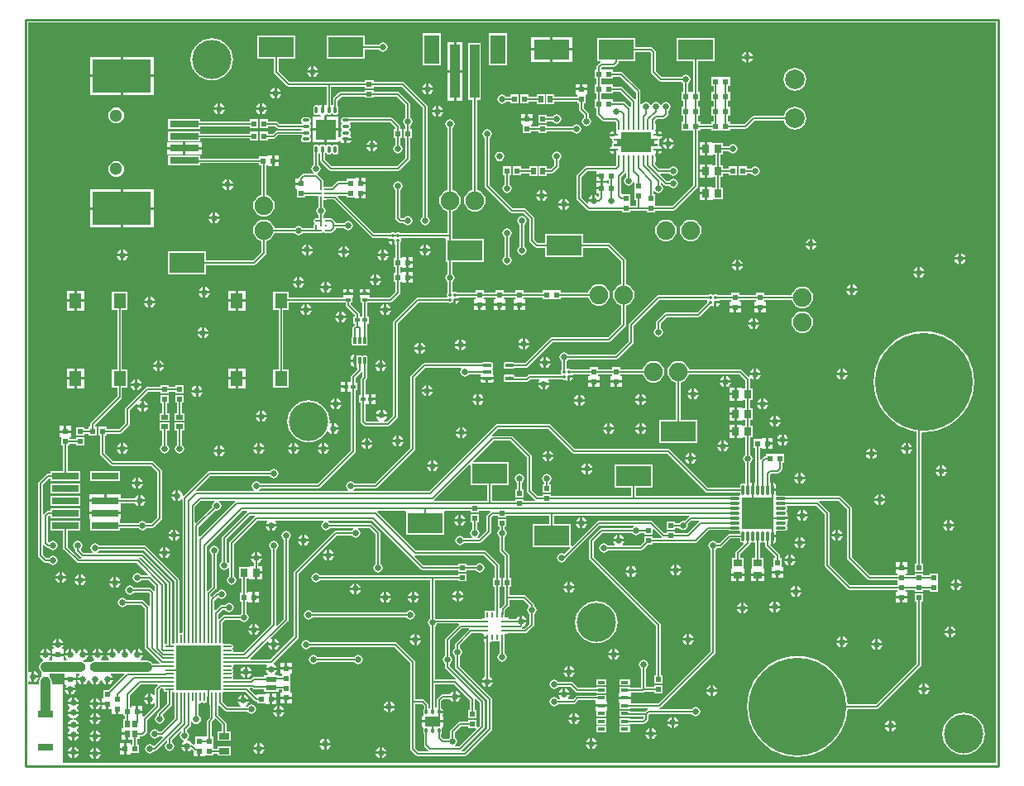
<source format=gtl>
G04*
G04 #@! TF.GenerationSoftware,Altium Limited,Altium Designer,20.1.11 (218)*
G04*
G04 Layer_Physical_Order=1*
G04 Layer_Color=255*
%FSLAX25Y25*%
%MOIN*%
G70*
G04*
G04 #@! TF.SameCoordinates,CECB5A23-850B-4153-B343-40316EC9BAD4*
G04*
G04*
G04 #@! TF.FilePolarity,Positive*
G04*
G01*
G75*
%ADD10C,0.01000*%
%ADD15C,0.00600*%
%ADD23R,0.14370X0.08071*%
%ADD24R,0.05906X0.02913*%
%ADD25R,0.11811X0.02756*%
%ADD26R,0.23779X0.13386*%
%ADD27R,0.02362X0.01968*%
%ADD28R,0.01968X0.02362*%
%ADD29R,0.01968X0.02756*%
%ADD30R,0.03937X0.21654*%
%ADD31R,0.06299X0.11811*%
%ADD32O,0.02953X0.01181*%
%ADD33O,0.01181X0.02953*%
%ADD34R,0.10984X0.02913*%
%ADD35R,0.18110X0.18110*%
%ADD36O,0.00787X0.03740*%
%ADD37O,0.03740X0.00787*%
G04:AMPARAMS|DCode=38|XSize=9.45mil|YSize=23.62mil|CornerRadius=1.98mil|HoleSize=0mil|Usage=FLASHONLY|Rotation=270.000|XOffset=0mil|YOffset=0mil|HoleType=Round|Shape=RoundedRectangle|*
%AMROUNDEDRECTD38*
21,1,0.00945,0.01965,0,0,270.0*
21,1,0.00548,0.02362,0,0,270.0*
1,1,0.00397,-0.00983,-0.00274*
1,1,0.00397,-0.00983,0.00274*
1,1,0.00397,0.00983,0.00274*
1,1,0.00397,0.00983,-0.00274*
%
%ADD38ROUNDEDRECTD38*%
G04:AMPARAMS|DCode=39|XSize=9.45mil|YSize=23.62mil|CornerRadius=1.98mil|HoleSize=0mil|Usage=FLASHONLY|Rotation=0.000|XOffset=0mil|YOffset=0mil|HoleType=Round|Shape=RoundedRectangle|*
%AMROUNDEDRECTD39*
21,1,0.00945,0.01965,0,0,0.0*
21,1,0.00548,0.02362,0,0,0.0*
1,1,0.00397,0.00274,-0.00983*
1,1,0.00397,-0.00274,-0.00983*
1,1,0.00397,-0.00274,0.00983*
1,1,0.00397,0.00274,0.00983*
%
%ADD39ROUNDEDRECTD39*%
%ADD40R,0.02362X0.02362*%
%ADD41R,0.02362X0.02362*%
%ADD42R,0.02953X0.03347*%
%ADD43R,0.02953X0.01378*%
G04:AMPARAMS|DCode=45|XSize=15.75mil|YSize=33.47mil|CornerRadius=1.97mil|HoleSize=0mil|Usage=FLASHONLY|Rotation=90.000|XOffset=0mil|YOffset=0mil|HoleType=Round|Shape=RoundedRectangle|*
%AMROUNDEDRECTD45*
21,1,0.01575,0.02953,0,0,90.0*
21,1,0.01181,0.03347,0,0,90.0*
1,1,0.00394,0.01476,0.00591*
1,1,0.00394,0.01476,-0.00591*
1,1,0.00394,-0.01476,-0.00591*
1,1,0.00394,-0.01476,0.00591*
%
%ADD45ROUNDEDRECTD45*%
G04:AMPARAMS|DCode=46|XSize=38.98mil|YSize=10.63mil|CornerRadius=1.33mil|HoleSize=0mil|Usage=FLASHONLY|Rotation=270.000|XOffset=0mil|YOffset=0mil|HoleType=Round|Shape=RoundedRectangle|*
%AMROUNDEDRECTD46*
21,1,0.03898,0.00797,0,0,270.0*
21,1,0.03632,0.01063,0,0,270.0*
1,1,0.00266,-0.00399,-0.01816*
1,1,0.00266,-0.00399,0.01816*
1,1,0.00266,0.00399,0.01816*
1,1,0.00266,0.00399,-0.01816*
%
%ADD46ROUNDEDRECTD46*%
G04:AMPARAMS|DCode=47|XSize=38.98mil|YSize=10.63mil|CornerRadius=1.33mil|HoleSize=0mil|Usage=FLASHONLY|Rotation=180.000|XOffset=0mil|YOffset=0mil|HoleType=Round|Shape=RoundedRectangle|*
%AMROUNDEDRECTD47*
21,1,0.03898,0.00797,0,0,180.0*
21,1,0.03632,0.01063,0,0,180.0*
1,1,0.00266,-0.01816,0.00399*
1,1,0.00266,0.01816,0.00399*
1,1,0.00266,0.01816,-0.00399*
1,1,0.00266,-0.01816,-0.00399*
%
%ADD47ROUNDEDRECTD47*%
%ADD48R,0.03347X0.02953*%
%ADD49C,0.00906*%
%ADD50R,0.02047X0.01181*%
G04:AMPARAMS|DCode=51|XSize=11.81mil|YSize=29.53mil|CornerRadius=1.95mil|HoleSize=0mil|Usage=FLASHONLY|Rotation=180.000|XOffset=0mil|YOffset=0mil|HoleType=Round|Shape=RoundedRectangle|*
%AMROUNDEDRECTD51*
21,1,0.01181,0.02563,0,0,180.0*
21,1,0.00791,0.02953,0,0,180.0*
1,1,0.00390,-0.00396,0.01282*
1,1,0.00390,0.00396,0.01282*
1,1,0.00390,0.00396,-0.01282*
1,1,0.00390,-0.00396,-0.01282*
%
%ADD51ROUNDEDRECTD51*%
%ADD52R,0.01968X0.01772*%
%ADD54R,0.02756X0.01968*%
%ADD55R,0.04000X0.02500*%
%ADD56R,0.02362X0.02756*%
G04:AMPARAMS|DCode=57|XSize=17.72mil|YSize=11.81mil|CornerRadius=1.95mil|HoleSize=0mil|Usage=FLASHONLY|Rotation=90.000|XOffset=0mil|YOffset=0mil|HoleType=Round|Shape=RoundedRectangle|*
%AMROUNDEDRECTD57*
21,1,0.01772,0.00791,0,0,90.0*
21,1,0.01382,0.01181,0,0,90.0*
1,1,0.00390,0.00396,0.00691*
1,1,0.00390,0.00396,-0.00691*
1,1,0.00390,-0.00396,-0.00691*
1,1,0.00390,-0.00396,0.00691*
%
%ADD57ROUNDEDRECTD57*%
%ADD58R,0.00984X0.01870*%
%ADD59R,0.01870X0.00984*%
%ADD60R,0.05118X0.06102*%
G04:AMPARAMS|DCode=76|XSize=11.81mil|YSize=11.81mil|CornerRadius=1.95mil|HoleSize=0mil|Usage=FLASHONLY|Rotation=0.000|XOffset=0mil|YOffset=0mil|HoleType=Round|Shape=RoundedRectangle|*
%AMROUNDEDRECTD76*
21,1,0.01181,0.00791,0,0,0.0*
21,1,0.00791,0.01181,0,0,0.0*
1,1,0.00390,0.00396,-0.00396*
1,1,0.00390,-0.00396,-0.00396*
1,1,0.00390,-0.00396,0.00396*
1,1,0.00390,0.00396,0.00396*
%
%ADD76ROUNDEDRECTD76*%
G04:AMPARAMS|DCode=96|XSize=39.37mil|YSize=62.99mil|CornerRadius=1.97mil|HoleSize=0mil|Usage=FLASHONLY|Rotation=90.000|XOffset=0mil|YOffset=0mil|HoleType=Round|Shape=RoundedRectangle|*
%AMROUNDEDRECTD96*
21,1,0.03937,0.05906,0,0,90.0*
21,1,0.03543,0.06299,0,0,90.0*
1,1,0.00394,0.02953,0.01772*
1,1,0.00394,0.02953,-0.01772*
1,1,0.00394,-0.02953,-0.01772*
1,1,0.00394,-0.02953,0.01772*
%
%ADD96ROUNDEDRECTD96*%
%ADD105C,0.01968*%
%ADD106R,0.08268X0.08268*%
%ADD107C,0.01339*%
%ADD108R,0.12795X0.12795*%
%ADD109C,0.00965*%
%ADD110R,0.04488X0.02264*%
%ADD111C,0.03900*%
%ADD112C,0.05118*%
%ADD113C,0.07874*%
%ADD114C,0.15748*%
%ADD115C,0.07500*%
%ADD116C,0.39370*%
%ADD117C,0.02500*%
G36*
X390879Y1122D02*
X15000D01*
X15000Y33000D01*
X10600D01*
Y34000D01*
X10402Y34995D01*
X9838Y35838D01*
X9781Y35877D01*
Y36687D01*
X9781Y36813D01*
Y37187D01*
X9994Y37400D01*
X15396D01*
X15819Y37213D01*
Y35531D01*
X18000D01*
X20181D01*
Y37213D01*
X20604Y37400D01*
X21642D01*
X21794Y36900D01*
X21378Y36622D01*
X20880Y35878D01*
X20805Y35500D01*
X23000D01*
Y35000D01*
X23500D01*
Y32805D01*
X23878Y32880D01*
X24622Y33378D01*
X25120Y34122D01*
X25245Y34754D01*
X25755D01*
X25881Y34122D01*
X26378Y33378D01*
X27122Y32880D01*
X27500Y32805D01*
Y35000D01*
X28500D01*
Y32805D01*
X28878Y32880D01*
X29622Y33378D01*
X30119Y34122D01*
X30245Y34754D01*
X30755D01*
X30880Y34122D01*
X31378Y33378D01*
X32122Y32880D01*
X32500Y32805D01*
Y35000D01*
X33000D01*
Y35500D01*
X35195D01*
X35120Y35878D01*
X34622Y36622D01*
X34206Y36900D01*
X34358Y37400D01*
X39512D01*
X39703Y36938D01*
X33483Y30718D01*
X31219D01*
Y27181D01*
X30819D01*
Y25500D01*
X33000D01*
Y25000D01*
X33500D01*
Y22819D01*
X34819D01*
Y20850D01*
X36500D01*
Y23031D01*
X37500D01*
Y20850D01*
X39181D01*
X39219Y20366D01*
Y20156D01*
X40082D01*
Y18915D01*
X39219D01*
Y15378D01*
X38819D01*
Y13500D01*
X41000D01*
Y13000D01*
X41500D01*
Y10622D01*
X43082D01*
Y8718D01*
X42244D01*
Y9118D01*
X40563D01*
Y6937D01*
Y4756D01*
X42244D01*
Y5156D01*
X45781D01*
Y8718D01*
X44918D01*
Y11022D01*
X45931D01*
Y12082D01*
X47000D01*
X47351Y12152D01*
X47649Y12351D01*
X48712Y13414D01*
X48911Y13712D01*
X48981Y14063D01*
Y18683D01*
X53649Y23351D01*
X53848Y23649D01*
X53918Y24000D01*
Y30620D01*
X54752Y31454D01*
X55269Y31421D01*
X55542Y31008D01*
X55510Y30850D01*
X55588Y30463D01*
X55807Y30134D01*
X56136Y29914D01*
X56524Y29837D01*
X57082D01*
Y25380D01*
X53351Y21649D01*
X53152Y21351D01*
X53082Y21000D01*
Y20612D01*
X52666Y20334D01*
X52257Y19722D01*
X52114Y19000D01*
X52257Y18278D01*
X52666Y17666D01*
X53278Y17257D01*
X54000Y17114D01*
X54722Y17257D01*
X55334Y17666D01*
X55743Y18278D01*
X55886Y19000D01*
X55743Y19722D01*
X55334Y20334D01*
X55273Y20976D01*
X58649Y24351D01*
X58848Y24649D01*
X58918Y25000D01*
Y29837D01*
X59476D01*
X59559Y29769D01*
Y29457D01*
X59872D01*
X59940Y29374D01*
Y26421D01*
X60017Y26033D01*
X60035Y26006D01*
Y19333D01*
X54620Y13918D01*
X53612D01*
X53334Y14334D01*
X52722Y14743D01*
X52000Y14886D01*
X51278Y14743D01*
X50666Y14334D01*
X50257Y13722D01*
X50114Y13000D01*
X50257Y12278D01*
X50666Y11666D01*
X51278Y11257D01*
X52000Y11114D01*
X52722Y11257D01*
X53334Y11666D01*
X53612Y12082D01*
X55000D01*
X55097Y12102D01*
X55343Y11641D01*
X51976Y8273D01*
X51334Y8334D01*
X50722Y8743D01*
X50000Y8886D01*
X49278Y8743D01*
X48666Y8334D01*
X48257Y7722D01*
X48114Y7000D01*
X48257Y6278D01*
X48666Y5666D01*
X49278Y5257D01*
X50000Y5114D01*
X50722Y5257D01*
X51334Y5666D01*
X51612Y6082D01*
X52000D01*
X52351Y6152D01*
X52649Y6351D01*
X56620Y10323D01*
X57082Y10131D01*
Y9612D01*
X56666Y9334D01*
X56257Y8722D01*
X56114Y8000D01*
X56257Y7278D01*
X56666Y6666D01*
X57278Y6257D01*
X58000Y6114D01*
X58722Y6257D01*
X59334Y6666D01*
X59743Y7278D01*
X59886Y8000D01*
X59743Y8722D01*
X59334Y9334D01*
X58918Y9612D01*
Y10620D01*
X62299Y14001D01*
X62819Y13815D01*
X62831Y13694D01*
X62666Y13584D01*
X62257Y12972D01*
X62114Y12250D01*
X62257Y11528D01*
X62666Y10916D01*
X63278Y10507D01*
X63682Y10427D01*
X63788Y9896D01*
X63378Y9622D01*
X62881Y8878D01*
X62805Y8500D01*
X65000D01*
Y8000D01*
X65500D01*
Y5805D01*
X65878Y5881D01*
X66622Y6378D01*
X66685Y6471D01*
X67182Y6520D01*
X67621Y6081D01*
X67819Y5949D01*
Y3882D01*
X69500D01*
Y6063D01*
X70500D01*
Y3882D01*
X71977D01*
X71978Y3882D01*
X72181Y3882D01*
X72422Y4282D01*
X72681Y4282D01*
X75781D01*
Y5082D01*
X77400D01*
Y4150D01*
X82600D01*
Y7850D01*
X77400D01*
Y6918D01*
X75781D01*
Y7719D01*
X75781Y7844D01*
Y8219D01*
X75781Y8344D01*
Y11781D01*
X74918D01*
Y17620D01*
X75775Y18477D01*
X75974Y18775D01*
X76015Y18981D01*
X76379Y19148D01*
X76544Y19159D01*
X79082Y16620D01*
Y13850D01*
X77400D01*
Y10150D01*
X82600D01*
Y13850D01*
X80918D01*
Y17000D01*
X80848Y17351D01*
X80649Y17649D01*
X77618Y20679D01*
Y24377D01*
X78118Y24584D01*
X80351Y22351D01*
X80649Y22152D01*
X81000Y22082D01*
X89388D01*
X89666Y21666D01*
X90278Y21257D01*
X91000Y21114D01*
X91722Y21257D01*
X92334Y21666D01*
X92743Y22278D01*
X92886Y23000D01*
X92743Y23722D01*
X92334Y24334D01*
X91722Y24743D01*
X91000Y24886D01*
X90278Y24743D01*
X89666Y24334D01*
X89388Y23918D01*
X88816D01*
X88664Y24418D01*
X89277Y24827D01*
X89774Y25572D01*
X89850Y25949D01*
X85460D01*
X85535Y25572D01*
X86033Y24827D01*
X86646Y24418D01*
X86494Y23918D01*
X81380D01*
X79220Y26077D01*
X79289Y26421D01*
Y29374D01*
X79357Y29457D01*
X79669D01*
Y29769D01*
X79752Y29837D01*
X82705D01*
X83092Y29914D01*
X83120Y29933D01*
X88770D01*
X92351Y26351D01*
X92649Y26152D01*
X93000Y26082D01*
X93219D01*
Y25219D01*
X96756D01*
Y24819D01*
X98437D01*
Y27000D01*
Y29181D01*
X96756D01*
Y28781D01*
X93219D01*
Y28732D01*
X92757Y28541D01*
X90290Y31008D01*
X90497Y31508D01*
X91195D01*
X91351Y31351D01*
X91649Y31152D01*
X92000Y31082D01*
X96156D01*
Y30040D01*
X101844D01*
Y30854D01*
X103219D01*
Y29630D01*
X102819D01*
Y27949D01*
X105000D01*
X107181D01*
Y29630D01*
X106781D01*
Y33167D01*
X106781D01*
Y33605D01*
X106781D01*
Y37142D01*
X107181D01*
Y38823D01*
X105000D01*
X102819D01*
Y37142D01*
X103219D01*
Y36303D01*
X101844D01*
Y36732D01*
X100555D01*
X100404Y37232D01*
X100622Y37378D01*
X101119Y38122D01*
X101195Y38500D01*
X96805D01*
X96881Y38122D01*
X97378Y37378D01*
X97596Y37232D01*
X97445Y36732D01*
X96156D01*
Y35918D01*
X92000D01*
X91649Y35848D01*
X91351Y35649D01*
X90620Y34918D01*
X84016D01*
X83687Y35418D01*
X83718Y35575D01*
X83641Y35963D01*
X83421Y36291D01*
Y36433D01*
X83641Y36762D01*
X83718Y37150D01*
X83641Y37537D01*
X83421Y37866D01*
Y38008D01*
X83641Y38337D01*
X83718Y38724D01*
X83641Y39112D01*
X83421Y39441D01*
Y39583D01*
X83641Y39911D01*
X83718Y40299D01*
X83687Y40456D01*
X84016Y40956D01*
X97047D01*
X97267Y40456D01*
X96881Y39878D01*
X96805Y39500D01*
X101195D01*
X101119Y39878D01*
X100622Y40622D01*
X100026Y41021D01*
X99909Y41498D01*
X99919Y41621D01*
X109649Y51351D01*
X109848Y51649D01*
X109918Y52000D01*
Y77620D01*
X125380Y93082D01*
X131388D01*
X131666Y92666D01*
X132278Y92257D01*
X133000Y92114D01*
X133722Y92257D01*
X134334Y92666D01*
X134743Y93278D01*
X134886Y94000D01*
X134743Y94722D01*
X134334Y95334D01*
X133962Y95582D01*
X134113Y96082D01*
X138620D01*
X141082Y93620D01*
Y81612D01*
X140666Y81334D01*
X140257Y80722D01*
X140114Y80000D01*
X140257Y79278D01*
X140666Y78666D01*
X141278Y78257D01*
X142000Y78114D01*
X142722Y78257D01*
X143334Y78666D01*
X143743Y79278D01*
X143886Y80000D01*
X143743Y80722D01*
X143334Y81334D01*
X142918Y81612D01*
Y94000D01*
X142848Y94351D01*
X142649Y94649D01*
X139649Y97649D01*
X139351Y97848D01*
X139000Y97918D01*
X122612D01*
X122334Y98334D01*
X121962Y98582D01*
X122113Y99082D01*
X139620D01*
X159351Y79351D01*
X159649Y79152D01*
X160000Y79082D01*
X174219D01*
Y78416D01*
X177781D01*
Y79082D01*
X181388D01*
X181666Y78666D01*
X182278Y78257D01*
X183000Y78114D01*
X183722Y78257D01*
X184334Y78666D01*
X184743Y79278D01*
X184886Y80000D01*
X184743Y80722D01*
X184334Y81334D01*
X183722Y81743D01*
X183000Y81886D01*
X182278Y81743D01*
X181666Y81334D01*
X181388Y80918D01*
X177781D01*
Y81584D01*
X174219D01*
Y80918D01*
X160380D01*
X156657Y84641D01*
X156903Y85102D01*
X157000Y85082D01*
X184620D01*
X189114Y80588D01*
Y75781D01*
X188416D01*
Y72219D01*
X189114D01*
Y62535D01*
X185002D01*
Y59484D01*
X183920D01*
Y59309D01*
X165377D01*
X165334Y59374D01*
X164918Y59652D01*
Y75082D01*
X174219D01*
Y74479D01*
X177781D01*
Y77647D01*
X174219D01*
Y76918D01*
X118612D01*
X118334Y77334D01*
X117722Y77743D01*
X117000Y77886D01*
X116278Y77743D01*
X115666Y77334D01*
X115257Y76722D01*
X115114Y76000D01*
X115257Y75278D01*
X115666Y74666D01*
X116278Y74257D01*
X117000Y74114D01*
X117722Y74257D01*
X118334Y74666D01*
X118612Y75082D01*
X163082D01*
Y59652D01*
X162666Y59374D01*
X162257Y58762D01*
X162114Y58040D01*
X162257Y57318D01*
X162666Y56707D01*
X163082Y56428D01*
Y34000D01*
Y23527D01*
X162582Y23319D01*
X162359Y23541D01*
Y24559D01*
X162289Y24910D01*
X162090Y25208D01*
X160649Y26649D01*
X160351Y26848D01*
X160000Y26918D01*
X156918D01*
Y42000D01*
X156848Y42351D01*
X156649Y42649D01*
X149649Y49649D01*
X149351Y49848D01*
X149000Y49918D01*
X114612D01*
X114334Y50334D01*
X113722Y50743D01*
X113000Y50886D01*
X112278Y50743D01*
X111666Y50334D01*
X111257Y49722D01*
X111114Y49000D01*
X111257Y48278D01*
X111666Y47666D01*
X112278Y47257D01*
X113000Y47114D01*
X113722Y47257D01*
X114334Y47666D01*
X114612Y48082D01*
X148620D01*
X155082Y41620D01*
Y26000D01*
Y7000D01*
X155152Y6649D01*
X155351Y6351D01*
X157351Y4351D01*
X157649Y4152D01*
X158000Y4082D01*
X177000D01*
X177351Y4152D01*
X177649Y4351D01*
X187649Y14351D01*
X187848Y14649D01*
X187918Y15000D01*
Y27000D01*
X187848Y27351D01*
X187649Y27649D01*
X174918Y40380D01*
Y44388D01*
X175334Y44666D01*
X175743Y45278D01*
X175886Y46000D01*
X175743Y46722D01*
X175334Y47334D01*
X174918Y47612D01*
Y48620D01*
X179835Y53537D01*
X183920D01*
Y53363D01*
X184602D01*
Y52346D01*
X186094D01*
Y51346D01*
X184602D01*
Y49911D01*
X185082D01*
Y36093D01*
X184378Y35622D01*
X183880Y34878D01*
X183805Y34500D01*
X188195D01*
X188119Y34878D01*
X187622Y35622D01*
X186918Y36093D01*
Y49911D01*
X187587D01*
Y50311D01*
X191082D01*
Y45612D01*
X190666Y45334D01*
X190257Y44722D01*
X190114Y44000D01*
X190257Y43278D01*
X190666Y42666D01*
X191278Y42257D01*
X192000Y42114D01*
X192722Y42257D01*
X193334Y42666D01*
X193743Y43278D01*
X193886Y44000D01*
X193743Y44722D01*
X193334Y45334D01*
X192918Y45612D01*
Y50311D01*
X193092D01*
Y53363D01*
X194175D01*
Y53537D01*
X201455D01*
X201806Y53607D01*
X202104Y53806D01*
X204649Y56351D01*
X204848Y56649D01*
X204918Y57000D01*
Y61388D01*
X205334Y61666D01*
X205743Y62278D01*
X205886Y63000D01*
X205743Y63722D01*
X205334Y64334D01*
X204918Y64612D01*
Y65000D01*
X204848Y65351D01*
X204649Y65649D01*
X201649Y68649D01*
X201351Y68848D01*
X201000Y68918D01*
X194918D01*
Y72219D01*
X195521D01*
Y75781D01*
X194918D01*
Y85000D01*
X194848Y85351D01*
X194649Y85649D01*
X192918Y87380D01*
Y92388D01*
X193334Y92666D01*
X193743Y93278D01*
X193886Y94000D01*
X193743Y94722D01*
X193334Y95334D01*
X192918Y95612D01*
Y96479D01*
X193781D01*
Y99647D01*
X190219D01*
Y96479D01*
X191082D01*
Y95612D01*
X190666Y95334D01*
X190257Y94722D01*
X190114Y94000D01*
X190257Y93278D01*
X190666Y92666D01*
X191082Y92388D01*
Y87000D01*
X191152Y86649D01*
X191351Y86351D01*
X193082Y84620D01*
Y75781D01*
X192353D01*
Y72219D01*
X193082D01*
Y68352D01*
Y65380D01*
X191543Y63841D01*
X191449Y63700D01*
X190949Y63852D01*
Y72219D01*
X191584D01*
Y75781D01*
X190949D01*
Y80968D01*
X190879Y81320D01*
X190680Y81617D01*
X185649Y86649D01*
X185351Y86848D01*
X185000Y86918D01*
X157380D01*
X141747Y102551D01*
X141853Y102936D01*
X141936Y103051D01*
X153011D01*
X153215Y102635D01*
Y93365D01*
X168785D01*
Y102635D01*
X168989Y103051D01*
X179219D01*
Y102384D01*
X182781D01*
Y103051D01*
X187064D01*
X187146Y102936D01*
X187253Y102551D01*
X186027Y101324D01*
X185828Y101027D01*
X185758Y100675D01*
Y95056D01*
X182620Y91918D01*
X182113D01*
X181962Y92418D01*
X182334Y92666D01*
X182743Y93278D01*
X182886Y94000D01*
X182743Y94722D01*
X182334Y95334D01*
X181918Y95612D01*
Y98447D01*
X182781D01*
Y101616D01*
X179219D01*
Y98447D01*
X180082D01*
Y95612D01*
X179666Y95334D01*
X179257Y94722D01*
X179114Y94000D01*
X179257Y93278D01*
X179666Y92666D01*
X180038Y92418D01*
X179887Y91918D01*
X176612D01*
X176334Y92334D01*
X175722Y92743D01*
X175000Y92886D01*
X174278Y92743D01*
X173666Y92334D01*
X173257Y91722D01*
X173114Y91000D01*
X173257Y90278D01*
X173666Y89666D01*
X174278Y89257D01*
X175000Y89114D01*
X175722Y89257D01*
X176334Y89666D01*
X176612Y90082D01*
X183000D01*
X183351Y90152D01*
X183649Y90351D01*
X187324Y94027D01*
X187523Y94324D01*
X187593Y94675D01*
Y100295D01*
X188380Y101082D01*
X190219D01*
Y100416D01*
X193781D01*
Y101082D01*
X211082D01*
Y97635D01*
X204215D01*
Y88365D01*
X219360D01*
X219567Y87865D01*
X217155Y85453D01*
X216722Y85743D01*
X216000Y85886D01*
X215278Y85743D01*
X214666Y85334D01*
X214257Y84722D01*
X214114Y84000D01*
X214257Y83278D01*
X214666Y82666D01*
X215278Y82257D01*
X216000Y82114D01*
X216722Y82257D01*
X217334Y82666D01*
X217743Y83278D01*
X217784Y83486D01*
X231380Y97082D01*
X244887D01*
X245038Y96582D01*
X244666Y96334D01*
X244388Y95918D01*
X232000D01*
X231649Y95848D01*
X231351Y95649D01*
X227351Y91649D01*
X227152Y91351D01*
X227082Y91000D01*
Y84000D01*
X227152Y83649D01*
X227351Y83351D01*
X254082Y56620D01*
Y36521D01*
X253219D01*
Y33353D01*
X256781D01*
Y36521D01*
X255918D01*
Y57000D01*
X255848Y57351D01*
X255649Y57649D01*
X228918Y84380D01*
Y90620D01*
X232380Y94082D01*
X244388D01*
X244666Y93666D01*
X245278Y93257D01*
X246000Y93114D01*
X246722Y93257D01*
X247334Y93666D01*
X247570Y94019D01*
X249219D01*
Y93353D01*
X252781D01*
Y95268D01*
X253243Y95459D01*
X256285Y92418D01*
X256234Y92149D01*
X256100Y91918D01*
X252781D01*
Y92584D01*
X249219D01*
Y90517D01*
X247620Y88918D01*
X240765D01*
X240649Y89418D01*
X241120Y90122D01*
X241195Y90500D01*
X236805D01*
X236880Y90122D01*
X237351Y89418D01*
X237235Y88918D01*
X234612D01*
X234334Y89334D01*
X233722Y89743D01*
X233000Y89886D01*
X232278Y89743D01*
X231666Y89334D01*
X231257Y88722D01*
X231114Y88000D01*
X231257Y87278D01*
X231666Y86666D01*
X232278Y86257D01*
X233000Y86114D01*
X233722Y86257D01*
X234334Y86666D01*
X234612Y87082D01*
X248000D01*
X248351Y87152D01*
X248649Y87351D01*
X250713Y89416D01*
X252781D01*
Y90082D01*
X270000D01*
X270351Y90152D01*
X270649Y90351D01*
X275475Y95177D01*
X283358D01*
X283364Y95167D01*
X283607Y95006D01*
X283893Y94949D01*
X287525D01*
X287602Y94885D01*
Y94602D01*
X287885D01*
X287949Y94525D01*
Y93626D01*
X283709D01*
X283358Y93556D01*
X283060Y93357D01*
X279620Y89918D01*
X278612D01*
X278334Y90334D01*
X277722Y90743D01*
X277000Y90886D01*
X276278Y90743D01*
X275666Y90334D01*
X275257Y89722D01*
X275114Y89000D01*
X275257Y88278D01*
X275666Y87666D01*
X276082Y87388D01*
Y46380D01*
X254919Y25217D01*
X243993D01*
X243854Y25717D01*
X243925Y25760D01*
X243925Y25830D01*
X243925Y25830D01*
Y26949D01*
X238972D01*
Y25830D01*
X238972Y25830D01*
Y25760D01*
X239372Y25518D01*
X239372Y25260D01*
Y23010D01*
X243525D01*
Y23382D01*
X250769D01*
X250819Y22882D01*
X250649Y22848D01*
X250351Y22649D01*
X249620Y21918D01*
X243525D01*
Y22439D01*
X239372D01*
Y19861D01*
X243525D01*
Y20082D01*
X249082D01*
Y19380D01*
X248620Y18918D01*
X243525D01*
Y19289D01*
X239372D01*
Y16711D01*
X243525D01*
Y17082D01*
X249000D01*
X249351Y17152D01*
X249649Y17351D01*
X250649Y18351D01*
X250848Y18649D01*
X250918Y19000D01*
Y20620D01*
X251380Y21082D01*
X268388D01*
X268666Y20666D01*
X269278Y20257D01*
X270000Y20114D01*
X270722Y20257D01*
X271334Y20666D01*
X271743Y21278D01*
X271886Y22000D01*
X271743Y22722D01*
X271334Y23334D01*
X270722Y23743D01*
X270000Y23886D01*
X269278Y23743D01*
X268666Y23334D01*
X268388Y22918D01*
X255530D01*
X255481Y23418D01*
X255650Y23451D01*
X255948Y23650D01*
X277649Y45351D01*
X277848Y45649D01*
X277918Y46000D01*
Y87388D01*
X278334Y87666D01*
X278612Y88082D01*
X280000D01*
X280351Y88152D01*
X280649Y88351D01*
X284089Y91791D01*
X287949D01*
Y90893D01*
X288005Y90607D01*
X288168Y90364D01*
X288410Y90202D01*
X288696Y90145D01*
X289141D01*
X289348Y89645D01*
X286351Y86649D01*
X286152Y86351D01*
X286082Y86000D01*
Y84076D01*
X284727D01*
Y80055D01*
X284727Y79924D01*
X284409Y79555D01*
X284327D01*
Y77579D01*
X287000D01*
X289673D01*
Y79555D01*
X289591D01*
X289273Y79924D01*
X289273Y80055D01*
Y84076D01*
X287918D01*
Y85620D01*
X291712Y89414D01*
X291911Y89712D01*
X291943Y89871D01*
X292090Y89992D01*
X292362Y90149D01*
X292481Y90176D01*
X292633Y90145D01*
X293430D01*
X293582Y90176D01*
X293969Y89956D01*
X294082Y89846D01*
Y84076D01*
X292727D01*
Y80055D01*
X292727Y79924D01*
X292409Y79555D01*
X292327D01*
Y77579D01*
X295000D01*
Y77079D01*
D01*
Y77579D01*
X297673D01*
Y79555D01*
X297591D01*
X297273Y79924D01*
X297273Y80055D01*
Y84076D01*
X295918D01*
Y89846D01*
X296031Y89956D01*
X296418Y90176D01*
X296570Y90145D01*
X297367D01*
X297519Y90176D01*
X297906Y89956D01*
X298019Y89846D01*
Y89063D01*
X298089Y88712D01*
X298288Y88414D01*
X302082Y84620D01*
Y83781D01*
X301219D01*
Y80244D01*
X300819D01*
Y78563D01*
X303000D01*
X305181D01*
Y80244D01*
X304781D01*
Y83781D01*
X303918D01*
Y85000D01*
X303848Y85351D01*
X303649Y85649D01*
X300157Y89141D01*
X300271Y89713D01*
X300355Y89768D01*
X300406Y89758D01*
Y92709D01*
X300905D01*
Y93209D01*
X302459D01*
Y94474D01*
X302461Y94526D01*
X302877Y94949D01*
X306107D01*
X306393Y95006D01*
X306636Y95167D01*
X306798Y95410D01*
X306855Y95696D01*
Y96493D01*
X306798Y96779D01*
X306636Y97022D01*
Y97136D01*
X306798Y97378D01*
X306855Y97664D01*
Y98462D01*
X306800Y98734D01*
X306924Y98816D01*
X307174Y99191D01*
X307242Y99532D01*
X304291D01*
Y100531D01*
X307242D01*
X307174Y100872D01*
X306924Y101247D01*
X306800Y101330D01*
X306855Y101601D01*
Y102399D01*
X306798Y102685D01*
X306636Y102927D01*
Y103042D01*
X306798Y103284D01*
X306855Y103570D01*
Y104367D01*
X306824Y104519D01*
X307044Y104906D01*
X307154Y105019D01*
X318683D01*
X322145Y101557D01*
Y80937D01*
X322215Y80586D01*
X322414Y80288D01*
X331383Y71320D01*
X331680Y71121D01*
X332031Y71051D01*
X351219D01*
Y70213D01*
X350819D01*
Y68532D01*
X353000D01*
X355181D01*
Y70213D01*
X354781D01*
Y71082D01*
X358219D01*
Y70384D01*
X361781D01*
Y71082D01*
X364219D01*
Y70219D01*
X367781D01*
Y73781D01*
X367781D01*
Y74156D01*
X367781D01*
Y77718D01*
X364219D01*
Y76855D01*
X361781D01*
Y77584D01*
X358219D01*
Y76855D01*
X354781D01*
Y77756D01*
X355181D01*
Y79437D01*
X353000D01*
X350819D01*
Y77756D01*
X351219D01*
Y76918D01*
X340380D01*
X332918Y84380D01*
Y104000D01*
X332848Y104351D01*
X332649Y104649D01*
X328743Y108554D01*
X328446Y108753D01*
X328095Y108823D01*
X306642D01*
X306636Y108833D01*
X306393Y108994D01*
X306107Y109051D01*
X302877D01*
X302461Y109474D01*
X302459Y109526D01*
Y110791D01*
X300905D01*
Y111291D01*
X300406D01*
Y114242D01*
X300355Y114232D01*
X299855Y114590D01*
Y117557D01*
X300380Y118082D01*
X303000D01*
X303351Y118152D01*
X303649Y118351D01*
X304617Y119320D01*
X304816Y119617D01*
X304886Y119968D01*
Y122219D01*
X305750D01*
Y125781D01*
X302187D01*
Y125781D01*
X301813D01*
Y125781D01*
X298250D01*
Y124918D01*
X298000D01*
X297649Y124848D01*
X297351Y124649D01*
X296418Y123715D01*
X296033Y123822D01*
X295918Y123904D01*
Y128219D01*
X296756D01*
Y127819D01*
X298437D01*
Y130000D01*
Y132181D01*
X296756D01*
Y131781D01*
X293219D01*
Y128219D01*
X294082D01*
Y114590D01*
X293582Y114232D01*
X293531Y114242D01*
Y111291D01*
X292531D01*
Y114242D01*
X292481Y114232D01*
X291981Y114590D01*
Y122430D01*
X292334Y122666D01*
X292743Y123278D01*
X292886Y124000D01*
X292743Y124722D01*
X292334Y125334D01*
X291981Y125570D01*
Y132727D01*
X293076D01*
Y137273D01*
X291981D01*
Y139727D01*
X293076D01*
Y144273D01*
X291981D01*
Y147727D01*
X293076D01*
Y152273D01*
X291918D01*
Y156000D01*
X291870Y156237D01*
X292341Y156432D01*
X292378Y156378D01*
X293122Y155880D01*
X293500Y155805D01*
Y157500D01*
X291805D01*
X291880Y157122D01*
X291488Y156810D01*
X288649Y159649D01*
X288351Y159848D01*
X288000Y159918D01*
X267267D01*
X267238Y160136D01*
X266800Y161194D01*
X266103Y162102D01*
X265194Y162800D01*
X264136Y163238D01*
X263000Y163388D01*
X261864Y163238D01*
X260806Y162800D01*
X259897Y162102D01*
X259200Y161194D01*
X258762Y160136D01*
X258612Y159000D01*
X258762Y157864D01*
X259200Y156806D01*
X259897Y155897D01*
X260806Y155200D01*
X261864Y154762D01*
X262082Y154733D01*
Y139635D01*
X255215D01*
Y130365D01*
X270785D01*
Y139635D01*
X263918D01*
Y154733D01*
X264136Y154762D01*
X265194Y155200D01*
X266103Y155897D01*
X266800Y156806D01*
X267238Y157864D01*
X267267Y158082D01*
X287620D01*
X290082Y155620D01*
Y152273D01*
X289055D01*
X288924Y152273D01*
X288555Y152591D01*
Y152673D01*
X286579D01*
Y150000D01*
Y147327D01*
X288555D01*
Y147409D01*
X288924Y147727D01*
X289055Y147727D01*
X290145D01*
Y144273D01*
X289055D01*
X288924Y144273D01*
X288555Y144591D01*
Y144673D01*
X286579D01*
Y142000D01*
Y139327D01*
X288555D01*
Y139409D01*
X288924Y139727D01*
X289055Y139727D01*
X290145D01*
Y137273D01*
X289055D01*
X288924Y137273D01*
X288555Y137591D01*
Y137673D01*
X286579D01*
Y135000D01*
Y132327D01*
X288555D01*
Y132409D01*
X288924Y132727D01*
X289055Y132727D01*
X290145D01*
Y125654D01*
X289666Y125334D01*
X289257Y124722D01*
X289114Y124000D01*
X289257Y123278D01*
X289666Y122666D01*
X290145Y122346D01*
Y114154D01*
X290032Y114044D01*
X289645Y113824D01*
X289493Y113855D01*
X288696D01*
X288410Y113798D01*
X288168Y113636D01*
X288005Y113393D01*
X287949Y113107D01*
Y112209D01*
X275089D01*
X259649Y127649D01*
X259351Y127848D01*
X259000Y127918D01*
X221380D01*
X211649Y137649D01*
X211351Y137848D01*
X211000Y137918D01*
X190000D01*
X189649Y137848D01*
X189351Y137649D01*
X162620Y110918D01*
X132113D01*
X131962Y111418D01*
X132334Y111666D01*
X132612Y112082D01*
X141000D01*
X141351Y112152D01*
X141649Y112351D01*
X156649Y127351D01*
X156848Y127649D01*
X156918Y128000D01*
Y156620D01*
X160939Y160641D01*
X175295D01*
X175538Y160141D01*
X175257Y159722D01*
X175114Y159000D01*
X175257Y158278D01*
X175666Y157666D01*
X176278Y157257D01*
X177000Y157114D01*
X177722Y157257D01*
X178334Y157666D01*
X178612Y158082D01*
X183185D01*
X183452Y157582D01*
X183396Y157499D01*
X183303Y157032D01*
Y156941D01*
X186000D01*
X188697D01*
Y157032D01*
X188604Y157499D01*
X188339Y157894D01*
X188167Y158009D01*
X188227Y158098D01*
X188289Y158409D01*
Y159591D01*
X188227Y159901D01*
X188223Y159908D01*
X188091Y160280D01*
X188223Y160652D01*
X188227Y160658D01*
X188289Y160968D01*
Y162150D01*
X188227Y162460D01*
X188051Y162724D01*
X187787Y162900D01*
X187476Y162962D01*
X184524D01*
X184213Y162900D01*
X183949Y162724D01*
X183784Y162477D01*
X160559D01*
X160208Y162407D01*
X159910Y162208D01*
X155351Y157649D01*
X155152Y157351D01*
X155082Y157000D01*
Y128380D01*
X140620Y113918D01*
X132612D01*
X132334Y114334D01*
X131722Y114743D01*
X131000Y114886D01*
X130278Y114743D01*
X129666Y114334D01*
X129257Y113722D01*
X129114Y113000D01*
X129257Y112278D01*
X129666Y111666D01*
X130038Y111418D01*
X129887Y110918D01*
X94113D01*
X93962Y111418D01*
X94334Y111666D01*
X94612Y112082D01*
X118000D01*
X118351Y112152D01*
X118649Y112351D01*
X132649Y126351D01*
X132848Y126649D01*
X132918Y127000D01*
Y151514D01*
X133584D01*
Y154486D01*
X132918D01*
Y156620D01*
X135197Y158899D01*
X135581Y158792D01*
X135697Y158710D01*
Y156994D01*
X135351Y156649D01*
X135152Y156351D01*
X135082Y156000D01*
Y149486D01*
X134416D01*
Y146514D01*
X135082D01*
Y139000D01*
X135152Y138649D01*
X135351Y138351D01*
X136351Y137351D01*
X136649Y137152D01*
X137000Y137082D01*
X146000D01*
X146351Y137152D01*
X146649Y137351D01*
X149649Y140351D01*
X149848Y140649D01*
X149918Y141000D01*
Y178620D01*
X158412Y187114D01*
X170089D01*
X170505Y186836D01*
X171000Y186737D01*
X171495Y186836D01*
X171548Y186871D01*
X171765Y186828D01*
X172317Y186459D01*
X172468Y186429D01*
Y188031D01*
X172968D01*
Y188531D01*
X174571D01*
X174561Y188582D01*
X174829Y189082D01*
X181219D01*
Y188244D01*
X180819D01*
Y186563D01*
X183000D01*
X185181D01*
Y188244D01*
X184781D01*
Y189082D01*
X189219D01*
Y188244D01*
X188819D01*
Y186563D01*
X191000D01*
X193181D01*
Y188244D01*
X192781D01*
Y189082D01*
X197219D01*
Y188244D01*
X196819D01*
Y186563D01*
X199000D01*
X201181D01*
Y188244D01*
X200781D01*
Y189082D01*
X208219D01*
Y188219D01*
X211656D01*
X211781Y188219D01*
X212156D01*
X212281Y188219D01*
X215718D01*
Y189082D01*
X226733D01*
X226762Y188864D01*
X227200Y187806D01*
X227898Y186898D01*
X228806Y186200D01*
X229864Y185762D01*
X231000Y185612D01*
X232136Y185762D01*
X233194Y186200D01*
X234103Y186898D01*
X234800Y187806D01*
X235238Y188864D01*
X235387Y190000D01*
X235238Y191136D01*
X234800Y192194D01*
X234103Y193103D01*
X233194Y193800D01*
X232136Y194238D01*
X231000Y194387D01*
X229864Y194238D01*
X228806Y193800D01*
X227898Y193103D01*
X227200Y192194D01*
X226762Y191136D01*
X226733Y190918D01*
X215718D01*
Y191781D01*
X212281D01*
X212156Y191781D01*
X211781D01*
X211656Y191781D01*
X208219D01*
Y190918D01*
X200781D01*
Y191781D01*
X197219D01*
Y190918D01*
X192781D01*
Y191781D01*
X189219D01*
Y190918D01*
X184781D01*
Y191781D01*
X181219D01*
Y190918D01*
X173880D01*
X173464Y191196D01*
X172968Y191294D01*
X172473Y191196D01*
X172418Y191158D01*
X171918Y191426D01*
Y195388D01*
X172334Y195666D01*
X172743Y196278D01*
X172886Y197000D01*
X172743Y197722D01*
X172334Y198334D01*
X171918Y198612D01*
Y203365D01*
X184785D01*
Y212635D01*
X171918D01*
Y214000D01*
Y223733D01*
X172136Y223762D01*
X173194Y224200D01*
X174102Y224898D01*
X174800Y225806D01*
X175238Y226864D01*
X175388Y228000D01*
X175238Y229136D01*
X174800Y230194D01*
X174102Y231102D01*
X173194Y231800D01*
X172136Y232238D01*
X171918Y232267D01*
Y257388D01*
X172334Y257666D01*
X172743Y258278D01*
X172886Y259000D01*
X172743Y259722D01*
X172334Y260334D01*
X171722Y260743D01*
X171000Y260886D01*
X170278Y260743D01*
X169666Y260334D01*
X169257Y259722D01*
X169114Y259000D01*
X169257Y258278D01*
X169666Y257666D01*
X170082Y257388D01*
Y232267D01*
X169864Y232238D01*
X168806Y231800D01*
X167897Y231102D01*
X167200Y230194D01*
X166762Y229136D01*
X166613Y228000D01*
X166762Y226864D01*
X167200Y225806D01*
X167897Y224898D01*
X168806Y224200D01*
X169864Y223762D01*
X170082Y223733D01*
Y214902D01*
X150896D01*
X150479Y215180D01*
X149984Y215278D01*
X149489Y215180D01*
X149073Y214902D01*
X148927D01*
X148511Y215180D01*
X148016Y215278D01*
X147520Y215180D01*
X147104Y214902D01*
X140396D01*
X125715Y229582D01*
X125923Y230082D01*
X129416D01*
Y229219D01*
X132453D01*
X132584Y229219D01*
X132953Y228901D01*
Y228819D01*
X134437D01*
Y231000D01*
X134937D01*
Y231500D01*
X136921D01*
Y232819D01*
Y234500D01*
X134937D01*
Y235000D01*
X134437D01*
Y237181D01*
X132953D01*
Y237099D01*
X132584Y236781D01*
X132453Y236781D01*
X129416D01*
Y235918D01*
X126000D01*
X125649Y235848D01*
X125351Y235649D01*
X123195Y233492D01*
X121175D01*
X121064Y233566D01*
X120653Y233648D01*
X120369Y233592D01*
X120011Y233840D01*
X119918Y233951D01*
Y236000D01*
X119848Y236351D01*
X119649Y236649D01*
X117649Y238649D01*
X117552Y238714D01*
X117657Y239245D01*
X117722Y239257D01*
X118334Y239666D01*
X118743Y240278D01*
X118886Y241000D01*
X118743Y241722D01*
X118334Y242334D01*
X117918Y242612D01*
Y246954D01*
X117992Y247004D01*
X118559Y246979D01*
X118775Y246754D01*
Y244307D01*
X118845Y243956D01*
X119044Y243658D01*
X122351Y240351D01*
X122649Y240152D01*
X123000Y240082D01*
X150000D01*
X150351Y240152D01*
X150649Y240351D01*
X154649Y244351D01*
X154848Y244649D01*
X154918Y245000D01*
Y253219D01*
X155584D01*
Y256781D01*
X154918D01*
Y258388D01*
X155334Y258666D01*
X155743Y259278D01*
X155886Y260000D01*
X155743Y260722D01*
X155334Y261334D01*
X154918Y261612D01*
Y267000D01*
X154848Y267351D01*
X154649Y267649D01*
X150649Y271649D01*
X150351Y271848D01*
X150000Y271918D01*
X140281D01*
Y272647D01*
X136719D01*
Y271918D01*
X127000D01*
X126649Y271848D01*
X126351Y271649D01*
X124162Y269460D01*
X123963Y269162D01*
X123893Y268811D01*
Y266656D01*
X123403Y266458D01*
X123386Y266462D01*
X123170Y266687D01*
Y274082D01*
X136719D01*
Y273416D01*
X140281D01*
Y274082D01*
X151620D01*
X160082Y265620D01*
Y221612D01*
X159666Y221334D01*
X159257Y220722D01*
X159114Y220000D01*
X159257Y219278D01*
X159666Y218666D01*
X160278Y218257D01*
X161000Y218114D01*
X161722Y218257D01*
X162334Y218666D01*
X162743Y219278D01*
X162886Y220000D01*
X162743Y220722D01*
X162334Y221334D01*
X161918Y221612D01*
Y266000D01*
X161848Y266351D01*
X161649Y266649D01*
X152649Y275649D01*
X152351Y275848D01*
X152000Y275918D01*
X140281D01*
Y276584D01*
X136719D01*
Y275918D01*
X106380D01*
X101918Y280380D01*
Y285365D01*
X108785D01*
Y294635D01*
X93215D01*
Y285365D01*
X100082D01*
Y280000D01*
X100152Y279649D01*
X100351Y279351D01*
X105351Y274351D01*
X105649Y274152D01*
X106000Y274082D01*
X121334D01*
Y266885D01*
X120840Y266725D01*
X120314Y267077D01*
X120193Y267101D01*
Y264693D01*
X119193D01*
Y267101D01*
X119072Y267077D01*
X118546Y266725D01*
X118473Y266617D01*
X117992Y266437D01*
X117858Y266527D01*
X117598Y266700D01*
X117134Y266793D01*
X116669Y266700D01*
X116276Y266437D01*
X116012Y266043D01*
X115920Y265579D01*
Y263807D01*
X116012Y263342D01*
X116276Y262949D01*
X116669Y262686D01*
X117134Y262593D01*
X117598Y262686D01*
X117858Y262859D01*
X117992Y262949D01*
X118473Y262769D01*
X118546Y262660D01*
X119004Y262354D01*
X118996Y262080D01*
X118921Y261854D01*
X115839D01*
Y257221D01*
X120472D01*
Y261854D01*
X120465D01*
X120390Y262080D01*
X120382Y262354D01*
X120840Y262660D01*
X120912Y262769D01*
X121394Y262949D01*
X121528Y262859D01*
X121787Y262686D01*
X122252Y262593D01*
X122716Y262686D01*
X123110Y262949D01*
X123254Y263163D01*
X123255Y263164D01*
X123808D01*
X123809Y263163D01*
X123953Y262949D01*
X124346Y262686D01*
X124811Y262593D01*
X125276Y262686D01*
X125669Y262949D01*
X125933Y263342D01*
X126025Y263807D01*
Y265579D01*
X125933Y266043D01*
X125729Y266348D01*
Y268431D01*
X127380Y270082D01*
X136719D01*
Y269479D01*
X140281D01*
Y270082D01*
X149620D01*
X153082Y266620D01*
Y261612D01*
X152666Y261334D01*
X152257Y260722D01*
X152114Y260000D01*
X152257Y259278D01*
X152666Y258666D01*
X153082Y258388D01*
Y256781D01*
X152416D01*
Y253219D01*
X153082D01*
Y245380D01*
X149620Y241918D01*
X123380D01*
X120610Y244687D01*
Y247093D01*
X120695Y247218D01*
X120696Y247219D01*
X121249D01*
X121250Y247218D01*
X121394Y247004D01*
X121787Y246741D01*
X122252Y246648D01*
X122716Y246741D01*
X123110Y247004D01*
X123254Y247218D01*
X123255Y247219D01*
X123808D01*
X123809Y247218D01*
X123953Y247004D01*
X124346Y246741D01*
X124811Y246648D01*
X125276Y246741D01*
X125669Y247004D01*
X125933Y247398D01*
X126025Y247862D01*
Y249634D01*
X125933Y250098D01*
X125669Y250492D01*
X125276Y250755D01*
X124811Y250848D01*
X124346Y250755D01*
X123953Y250492D01*
X123809Y250278D01*
X123808Y250277D01*
X123255D01*
X123254Y250278D01*
X123110Y250492D01*
X122716Y250755D01*
X122252Y250848D01*
X121787Y250755D01*
X121394Y250492D01*
X121250Y250278D01*
X121249Y250277D01*
X120696D01*
X120695Y250278D01*
X120551Y250492D01*
X120157Y250755D01*
X119693Y250848D01*
X119228Y250755D01*
X118835Y250492D01*
X118691Y250278D01*
X118690Y250277D01*
X118137D01*
X118136Y250278D01*
X117992Y250492D01*
X117598Y250755D01*
X117134Y250848D01*
X116669Y250755D01*
X116276Y250492D01*
X116012Y250098D01*
X115920Y249634D01*
Y247862D01*
X116012Y247398D01*
X116082Y247293D01*
Y242612D01*
X115666Y242334D01*
X115257Y241722D01*
X115114Y241000D01*
X115257Y240278D01*
X115666Y239666D01*
X116038Y239418D01*
X115887Y238918D01*
X112000D01*
X111649Y238848D01*
X111351Y238649D01*
X110351Y237649D01*
X110152Y237351D01*
X110082Y237000D01*
Y236921D01*
X108819D01*
Y235437D01*
X111000D01*
Y234437D01*
X108819D01*
Y232953D01*
X108901D01*
X109219Y232584D01*
Y229416D01*
X112781D01*
Y230082D01*
X117617D01*
X117958Y229582D01*
X117927Y229425D01*
X118008Y229014D01*
X118051Y228951D01*
Y225591D01*
X117666Y225334D01*
X117257Y224722D01*
X117114Y224000D01*
X117257Y223278D01*
X117666Y222666D01*
X118051Y222409D01*
Y220973D01*
X117551Y220871D01*
X117422Y220956D01*
X117000Y221041D01*
X116578Y220956D01*
X116220Y220717D01*
X115981Y220359D01*
X115896Y219937D01*
X115981Y219515D01*
X116220Y219157D01*
Y218749D01*
X115981Y218391D01*
X115896Y217969D01*
X115981Y217546D01*
X116066Y217418D01*
X115963Y216918D01*
X111612D01*
X111334Y217334D01*
X110722Y217743D01*
X110000Y217886D01*
X109278Y217743D01*
X108666Y217334D01*
X108388Y216918D01*
X100267D01*
X100238Y217136D01*
X99800Y218194D01*
X99102Y219103D01*
X98194Y219800D01*
X97136Y220238D01*
X96000Y220388D01*
X94864Y220238D01*
X93806Y219800D01*
X92897Y219103D01*
X92200Y218194D01*
X91762Y217136D01*
X91612Y216000D01*
X91762Y214864D01*
X92200Y213806D01*
X92897Y212897D01*
X93806Y212200D01*
X94864Y211762D01*
X95082Y211733D01*
Y207380D01*
X91620Y203918D01*
X72785D01*
Y207635D01*
X57215D01*
Y198365D01*
X72785D01*
Y202082D01*
X92000D01*
X92351Y202152D01*
X92649Y202351D01*
X96649Y206351D01*
X96848Y206649D01*
X96918Y207000D01*
Y211733D01*
X97136Y211762D01*
X98194Y212200D01*
X99102Y212897D01*
X99800Y213806D01*
X100238Y214864D01*
X100267Y215082D01*
X108388D01*
X108666Y214666D01*
X109278Y214257D01*
X110000Y214114D01*
X110722Y214257D01*
X111334Y214666D01*
X111612Y215082D01*
X116425D01*
X116578Y214981D01*
X117000Y214896D01*
X117422Y214981D01*
X117575Y215082D01*
X118394D01*
X118546Y214981D01*
X118968Y214896D01*
X119391Y214981D01*
X119749Y215220D01*
X120157D01*
X120515Y214981D01*
X120937Y214896D01*
X121359Y214981D01*
X121512Y215082D01*
X123000D01*
X123351Y215152D01*
X123649Y215351D01*
X124649Y216351D01*
X124848Y216649D01*
X124918Y217000D01*
Y217082D01*
X128388D01*
X128666Y216666D01*
X129278Y216257D01*
X130000Y216114D01*
X130722Y216257D01*
X131334Y216666D01*
X131743Y217278D01*
X131886Y218000D01*
X131743Y218722D01*
X131334Y219334D01*
X130722Y219743D01*
X130000Y219886D01*
X129278Y219743D01*
X128666Y219334D01*
X128388Y218918D01*
X124918D01*
Y219000D01*
X124848Y219351D01*
X124649Y219649D01*
X123712Y220586D01*
X123414Y220785D01*
X123063Y220855D01*
X121512D01*
X121359Y220956D01*
X120937Y221041D01*
X120515Y220956D01*
X120386Y220871D01*
X119886Y221138D01*
Y222367D01*
X120334Y222666D01*
X120743Y223278D01*
X120886Y224000D01*
X120743Y224722D01*
X120334Y225334D01*
X119886Y225633D01*
Y228070D01*
X119990Y228176D01*
X120386Y228405D01*
X120653Y228352D01*
X121064Y228433D01*
X121175Y228508D01*
X124195D01*
X139367Y213335D01*
X139665Y213137D01*
X140016Y213067D01*
X146155D01*
X146423Y212567D01*
X146413Y212516D01*
X148016D01*
Y212016D01*
X148516D01*
Y210413D01*
X148567Y210423D01*
X149067Y210155D01*
Y204781D01*
X148219D01*
Y201219D01*
X149067D01*
Y198781D01*
X148219D01*
Y195219D01*
X149082D01*
Y191380D01*
X146620Y188918D01*
X139117D01*
X138638Y188969D01*
Y190059D01*
X136614D01*
X134591D01*
Y188969D01*
X134991D01*
Y186809D01*
X135697D01*
Y181293D01*
X134579D01*
Y182339D01*
X134509Y182690D01*
X134310Y182987D01*
X130988Y186309D01*
X131088Y186809D01*
X131624D01*
Y188969D01*
X132024D01*
Y190059D01*
X130000D01*
X127976D01*
Y188969D01*
X127497Y188918D01*
X106017D01*
Y191301D01*
X99699D01*
Y183998D01*
X101941D01*
Y160002D01*
X99699D01*
Y152699D01*
X106017D01*
Y160002D01*
X103776D01*
Y183998D01*
X106017D01*
Y187082D01*
X128376D01*
Y186809D01*
X129082D01*
Y186000D01*
X129152Y185649D01*
X129351Y185351D01*
X132744Y181958D01*
Y181293D01*
X132077D01*
Y178321D01*
X132662D01*
Y177743D01*
X132515Y177713D01*
X132217Y177515D01*
X132028Y177326D01*
X131829Y177028D01*
X131760Y176677D01*
Y173503D01*
X131708Y173469D01*
X131533Y173206D01*
X131471Y172896D01*
Y170333D01*
X131533Y170022D01*
X131708Y169760D01*
X131971Y169584D01*
X132281Y169522D01*
X133073D01*
X133383Y169584D01*
X133661Y169750D01*
X133940Y169584D01*
X134250Y169522D01*
X135041D01*
X135352Y169584D01*
X135614Y169760D01*
X135645D01*
X135908Y169584D01*
X136219Y169522D01*
X137010D01*
X137320Y169584D01*
X137583Y169760D01*
X137759Y170022D01*
X137820Y170333D01*
Y172896D01*
X137759Y173206D01*
X137583Y173469D01*
X137532Y173503D01*
Y178321D01*
X138198D01*
Y181293D01*
X137532D01*
Y186809D01*
X138238D01*
Y187082D01*
X147000D01*
X147351Y187152D01*
X147649Y187351D01*
X150649Y190351D01*
X150848Y190649D01*
X150918Y191000D01*
Y195219D01*
X151756D01*
Y194819D01*
X153437D01*
Y197000D01*
Y199181D01*
X151756D01*
Y198781D01*
X150902D01*
Y201219D01*
X151756D01*
Y200819D01*
X153437D01*
Y203000D01*
Y205181D01*
X151756D01*
Y204781D01*
X150902D01*
Y211104D01*
X151180Y211521D01*
X151278Y212016D01*
X151180Y212511D01*
X151143Y212567D01*
X151410Y213067D01*
X169049D01*
X169215Y212635D01*
X169215D01*
Y203365D01*
X170082D01*
Y198612D01*
X169666Y198334D01*
X169257Y197722D01*
X169114Y197000D01*
X169257Y196278D01*
X169666Y195666D01*
X170082Y195388D01*
Y190911D01*
X169804Y190495D01*
X169706Y190000D01*
X169804Y189505D01*
X169842Y189449D01*
X169574Y188949D01*
X158031D01*
X157680Y188879D01*
X157383Y188680D01*
X148351Y179649D01*
X148152Y179351D01*
X148082Y179000D01*
Y141380D01*
X145620Y138918D01*
X144488D01*
X144286Y139381D01*
X144292Y139418D01*
X145011Y139898D01*
X145508Y140642D01*
X145583Y141020D01*
X141194D01*
X141269Y140642D01*
X141767Y139898D01*
X142485Y139418D01*
X142492Y139381D01*
X142290Y138918D01*
X137380D01*
X136918Y139380D01*
Y145635D01*
X136969Y146114D01*
X138453D01*
Y148000D01*
Y149886D01*
X136969D01*
X136918Y150365D01*
Y155620D01*
X137263Y155965D01*
X137462Y156263D01*
X137532Y156614D01*
Y161655D01*
X137583Y161689D01*
X137759Y161952D01*
X137820Y162262D01*
Y164825D01*
X137759Y165135D01*
X137583Y165398D01*
X137320Y165574D01*
X137010Y165635D01*
X136219D01*
X135908Y165574D01*
X135630Y165407D01*
X135352Y165574D01*
X135041Y165635D01*
X134250D01*
X134001Y165586D01*
X133934Y165686D01*
X133539Y165950D01*
X133177Y166022D01*
Y163543D01*
Y161064D01*
X133228Y161074D01*
X133728Y160707D01*
Y160026D01*
X131351Y157649D01*
X131152Y157351D01*
X131082Y157000D01*
Y155365D01*
X131032Y154886D01*
X129547D01*
Y153000D01*
Y151114D01*
X131032D01*
X131082Y150635D01*
Y127380D01*
X117620Y113918D01*
X94612D01*
X94334Y114334D01*
X93722Y114743D01*
X93000Y114886D01*
X92278Y114743D01*
X91666Y114334D01*
X91257Y113722D01*
X91114Y113000D01*
X91257Y112278D01*
X91666Y111666D01*
X92038Y111418D01*
X91887Y110918D01*
X68923D01*
X68715Y111418D01*
X74380Y117082D01*
X98388D01*
X98666Y116666D01*
X99278Y116257D01*
X100000Y116114D01*
X100722Y116257D01*
X101334Y116666D01*
X101743Y117278D01*
X101886Y118000D01*
X101743Y118722D01*
X101334Y119334D01*
X100722Y119743D01*
X100000Y119886D01*
X99278Y119743D01*
X98666Y119334D01*
X98388Y118918D01*
X74000D01*
X73649Y118848D01*
X73351Y118649D01*
X63781Y109078D01*
X63244Y109249D01*
X63119Y109878D01*
X62622Y110622D01*
X61878Y111119D01*
X61500Y111195D01*
Y109000D01*
Y106805D01*
X61878Y106880D01*
X62622Y107378D01*
X62685Y107472D01*
X63185Y107320D01*
Y53914D01*
X62685Y53584D01*
X62528Y53615D01*
X62370Y53584D01*
X61870Y53914D01*
Y75047D01*
X61800Y75398D01*
X61602Y75696D01*
X55649Y81649D01*
X55649Y81649D01*
X48649Y88649D01*
X48351Y88848D01*
X48000Y88918D01*
X29612D01*
X29334Y89334D01*
X28722Y89743D01*
X28000Y89886D01*
X27278Y89743D01*
X26666Y89334D01*
X26257Y88722D01*
X26114Y88000D01*
X26257Y87278D01*
X26666Y86666D01*
X27038Y86418D01*
X26887Y85918D01*
X23380D01*
X22273Y87024D01*
X22334Y87666D01*
X22743Y88278D01*
X22886Y89000D01*
X22743Y89722D01*
X22334Y90334D01*
X21722Y90743D01*
X21000Y90886D01*
X20278Y90743D01*
X19666Y90334D01*
X19257Y89722D01*
X19114Y89000D01*
X19257Y88278D01*
X19666Y87666D01*
X20082Y87388D01*
Y87000D01*
X20152Y86649D01*
X20351Y86351D01*
X22351Y84351D01*
X22551Y84218D01*
X22466Y83718D01*
X21580D01*
X16906Y88392D01*
Y94943D01*
X22080D01*
Y99057D01*
X9896D01*
Y94943D01*
X15071D01*
Y88012D01*
X15140Y87661D01*
X15339Y87363D01*
X20551Y82151D01*
X20849Y81952D01*
X21200Y81882D01*
X44820D01*
X49323Y77380D01*
X49131Y76918D01*
X46612D01*
X46334Y77334D01*
X45722Y77743D01*
X45000Y77886D01*
X44278Y77743D01*
X43666Y77334D01*
X43257Y76722D01*
X43114Y76000D01*
X43257Y75278D01*
X43666Y74666D01*
X44278Y74257D01*
X45000Y74114D01*
X45722Y74257D01*
X46334Y74666D01*
X46612Y75082D01*
X49620D01*
X52082Y72620D01*
Y70900D01*
X51851Y70766D01*
X51582Y70715D01*
X50649Y71649D01*
X50351Y71848D01*
X50000Y71918D01*
X43612D01*
X43334Y72334D01*
X42722Y72743D01*
X42000Y72886D01*
X41278Y72743D01*
X40666Y72334D01*
X40257Y71722D01*
X40114Y71000D01*
X40257Y70278D01*
X40666Y69666D01*
X41278Y69257D01*
X42000Y69114D01*
X42722Y69257D01*
X43334Y69666D01*
X43612Y70082D01*
X49620D01*
X50082Y69620D01*
Y64900D01*
X49851Y64766D01*
X49582Y64716D01*
X47649Y66649D01*
X47351Y66848D01*
X47000Y66918D01*
X40612D01*
X40334Y67334D01*
X39722Y67743D01*
X39000Y67886D01*
X38278Y67743D01*
X37666Y67334D01*
X37257Y66722D01*
X37114Y66000D01*
X37257Y65278D01*
X37666Y64666D01*
X38278Y64257D01*
X39000Y64114D01*
X39722Y64257D01*
X40334Y64666D01*
X40612Y65082D01*
X46620D01*
X48082Y63620D01*
Y48000D01*
X48152Y47649D01*
X48351Y47351D01*
X53986Y41717D01*
X53778Y41217D01*
X51254D01*
X50839Y41838D01*
X49995Y42402D01*
X49000Y42600D01*
X46358D01*
X46206Y43100D01*
X46622Y43378D01*
X47120Y44122D01*
X47195Y44500D01*
X45000D01*
Y45000D01*
X44500D01*
Y47195D01*
X44122Y47120D01*
X43378Y46622D01*
X42880Y45878D01*
X42755Y45246D01*
X42245D01*
X42120Y45878D01*
X41622Y46622D01*
X40878Y47120D01*
X40500Y47195D01*
Y45000D01*
X39500D01*
Y47195D01*
X39122Y47120D01*
X38378Y46622D01*
X37881Y45878D01*
X37755Y45246D01*
X37245D01*
X37119Y45878D01*
X36622Y46622D01*
X35878Y47120D01*
X35500Y47195D01*
Y45000D01*
X35000D01*
Y44500D01*
X32805D01*
X32880Y44122D01*
X33378Y43378D01*
X33794Y43100D01*
X33642Y42600D01*
X30358D01*
X30206Y43100D01*
X30622Y43378D01*
X31119Y44122D01*
X31195Y44500D01*
X26805D01*
X26880Y44122D01*
X27378Y43378D01*
X27830Y43076D01*
X27724Y42545D01*
X27005Y42402D01*
X26162Y41838D01*
X26123Y41781D01*
X25281D01*
X25156Y41781D01*
X24781D01*
X24656Y41781D01*
X23877D01*
X23839Y41838D01*
X23234Y42243D01*
X23339Y42773D01*
X23878Y42880D01*
X24622Y43378D01*
X25120Y44122D01*
X25195Y44500D01*
X23000D01*
Y45000D01*
X22500D01*
Y47195D01*
X22122Y47120D01*
X21378Y46622D01*
X20880Y45878D01*
X20755Y45246D01*
X20245D01*
X20120Y45878D01*
X19622Y46622D01*
X18878Y47120D01*
X18500Y47195D01*
Y45000D01*
X18000D01*
Y44500D01*
X15805D01*
X15880Y44122D01*
X16378Y43378D01*
X16794Y43100D01*
X16642Y42600D01*
X15617D01*
X15181Y42756D01*
Y44437D01*
X13000D01*
X10819D01*
Y42756D01*
X10384Y42600D01*
X9358D01*
X9206Y43100D01*
X9622Y43378D01*
X10120Y44122D01*
X10195Y44500D01*
X5805D01*
X5881Y44122D01*
X6378Y43378D01*
X7074Y42913D01*
X7092Y42687D01*
X7044Y42386D01*
X6225Y41838D01*
X5661Y40995D01*
X5463Y40000D01*
X5661Y39005D01*
X6219Y38170D01*
Y37313D01*
X6219Y37187D01*
Y36813D01*
X6219Y36687D01*
Y35877D01*
X6162Y35838D01*
X5598Y34995D01*
X5400Y34000D01*
Y33000D01*
X1122D01*
Y33948D01*
X1622Y34215D01*
X2122Y33880D01*
X2500Y33805D01*
Y36000D01*
Y38195D01*
X2122Y38120D01*
X1622Y37785D01*
X1122Y38052D01*
Y299879D01*
X390879D01*
Y1122D01*
D02*
G37*
G36*
X220351Y126351D02*
X220649Y126152D01*
X221000Y126082D01*
X258620D01*
X274060Y110643D01*
X274358Y110444D01*
X274709Y110374D01*
X287949D01*
Y109475D01*
X287885Y109398D01*
X287602D01*
Y109115D01*
X287525Y109051D01*
X283893D01*
X283607Y108994D01*
X283364Y108833D01*
X283358Y108823D01*
X245918D01*
Y112365D01*
X252785D01*
Y121635D01*
X237215D01*
Y112365D01*
X244082D01*
Y108823D01*
X211781D01*
Y109584D01*
X208219D01*
Y108823D01*
X206475D01*
X203918Y111380D01*
Y125000D01*
X203848Y125351D01*
X203649Y125649D01*
X196459Y132838D01*
X196162Y133037D01*
X195810Y133107D01*
X188189D01*
X188093Y133088D01*
X187846Y133549D01*
X190380Y136082D01*
X210620D01*
X220351Y126351D01*
D02*
G37*
G36*
X179215Y121264D02*
Y113365D01*
X186082D01*
Y106918D01*
X164900D01*
X164766Y107149D01*
X164715Y107418D01*
X178753Y121455D01*
X179215Y121264D01*
D02*
G37*
G36*
X202082Y124620D02*
Y111000D01*
X202152Y110649D01*
X202351Y110351D01*
X205348Y107355D01*
X205241Y106970D01*
X205159Y106855D01*
X200781D01*
Y107616D01*
X197219D01*
Y106918D01*
X187918D01*
Y113365D01*
X194785D01*
Y122635D01*
X180586D01*
X180395Y123097D01*
X188570Y131272D01*
X195430D01*
X202082Y124620D01*
D02*
G37*
G36*
X84234Y106851D02*
X84285Y106582D01*
X70244Y92542D01*
X69744Y92749D01*
Y96447D01*
X76509Y103211D01*
X77000Y103114D01*
X77722Y103257D01*
X78334Y103666D01*
X78743Y104278D01*
X78886Y105000D01*
X78743Y105722D01*
X78334Y106334D01*
X77962Y106582D01*
X78113Y107082D01*
X84100D01*
X84234Y106851D01*
D02*
G37*
G36*
X76038Y106582D02*
X75666Y106334D01*
X75257Y105722D01*
X75114Y105000D01*
X75211Y104509D01*
X68670Y97967D01*
X68170Y98174D01*
Y104620D01*
X70632Y107082D01*
X75887D01*
X76038Y106582D01*
D02*
G37*
G36*
X267178Y100967D02*
X267285Y100582D01*
X265522Y98820D01*
X265032Y98918D01*
X264310Y98774D01*
X263698Y98365D01*
X263420Y97949D01*
X261781D01*
Y98553D01*
X258219D01*
Y95384D01*
X261781D01*
Y96114D01*
X263420D01*
X263698Y95698D01*
X264310Y95289D01*
X265032Y95145D01*
X265753Y95289D01*
X266365Y95698D01*
X266774Y96310D01*
X266918Y97031D01*
X266820Y97522D01*
X268412Y99114D01*
X271127D01*
X271210Y98998D01*
X271316Y98614D01*
X266620Y93918D01*
X261781D01*
Y94616D01*
X258219D01*
Y93918D01*
X257380D01*
X252649Y98649D01*
X252351Y98848D01*
X252000Y98918D01*
X231000D01*
X230649Y98848D01*
X230351Y98649D01*
X220285Y88583D01*
X219785Y88790D01*
Y97635D01*
X212918D01*
Y101082D01*
X267096Y101082D01*
X267178Y100967D01*
D02*
G37*
G36*
X92234Y100851D02*
X92285Y100582D01*
X82351Y90649D01*
X82152Y90351D01*
X82082Y90000D01*
Y82113D01*
X81582Y81962D01*
X81334Y82334D01*
X80918Y82612D01*
Y91620D01*
X90380Y101082D01*
X92100D01*
X92234Y100851D01*
D02*
G37*
G36*
X331082Y103620D02*
Y84000D01*
X331152Y83649D01*
X331351Y83351D01*
X339351Y75351D01*
X339649Y75152D01*
X340000Y75082D01*
X351219D01*
Y74219D01*
X351219D01*
Y73750D01*
X351219D01*
Y72886D01*
X332412D01*
X323981Y81317D01*
Y101937D01*
X323911Y102288D01*
X323712Y102586D01*
X319810Y106488D01*
X319916Y106872D01*
X319999Y106988D01*
X327714D01*
X331082Y103620D01*
D02*
G37*
G36*
X202727Y64976D02*
X202666Y64334D01*
X202257Y63722D01*
X202114Y63000D01*
X202257Y62278D01*
X202666Y61666D01*
X203082Y61388D01*
Y57380D01*
X201075Y55372D01*
X200193D01*
X200110Y55488D01*
X200004Y55872D01*
X200257Y56126D01*
X200335Y56242D01*
X200486Y56272D01*
X201230Y56770D01*
X201728Y57514D01*
X201803Y57892D01*
X199608D01*
Y58392D01*
X199108D01*
Y60586D01*
X198730Y60511D01*
X197986Y60014D01*
X197515Y59309D01*
X194575D01*
Y59884D01*
X193092D01*
Y61103D01*
X193110Y61192D01*
Y62812D01*
X194649Y64351D01*
X194848Y64649D01*
X194918Y65000D01*
Y67082D01*
X200620D01*
X202727Y64976D01*
D02*
G37*
G36*
X89147Y102936D02*
X89253Y102551D01*
X79351Y92649D01*
X79152Y92351D01*
X79082Y92000D01*
Y82612D01*
X78666Y82334D01*
X78257Y81722D01*
X78114Y81000D01*
X78257Y80278D01*
X78666Y79666D01*
X79278Y79257D01*
X80000Y79114D01*
X80722Y79257D01*
X81334Y79666D01*
X81582Y80038D01*
X82082Y79887D01*
Y76612D01*
X81666Y76334D01*
X81257Y75722D01*
X81114Y75000D01*
X81257Y74278D01*
X81666Y73666D01*
X82278Y73257D01*
X83000Y73114D01*
X83722Y73257D01*
X84334Y73666D01*
X84743Y74278D01*
X84886Y75000D01*
X84743Y75722D01*
X84334Y76334D01*
X83918Y76612D01*
Y89620D01*
X93380Y99082D01*
X97235D01*
X97351Y98582D01*
X96881Y97878D01*
X96805Y97500D01*
X101195D01*
X101119Y97878D01*
X100649Y98582D01*
X100765Y99082D01*
X119887D01*
X120038Y98582D01*
X119666Y98334D01*
X119257Y97722D01*
X119114Y97000D01*
X119257Y96278D01*
X119666Y95666D01*
X120278Y95257D01*
X121000Y95114D01*
X121722Y95257D01*
X122334Y95666D01*
X122612Y96082D01*
X131887D01*
X132038Y95582D01*
X131666Y95334D01*
X131388Y94918D01*
X125000D01*
X124649Y94848D01*
X124351Y94649D01*
X108351Y78649D01*
X108152Y78351D01*
X108082Y78000D01*
Y52380D01*
X98494Y42792D01*
X90797D01*
X90589Y43292D01*
X97488Y50190D01*
X97881Y49878D01*
X97805Y49500D01*
X99500D01*
Y51195D01*
X99122Y51120D01*
X98810Y51512D01*
X105649Y58351D01*
X105848Y58649D01*
X105918Y59000D01*
Y91388D01*
X106334Y91666D01*
X106743Y92278D01*
X106886Y93000D01*
X106743Y93722D01*
X106334Y94334D01*
X105722Y94743D01*
X105000Y94886D01*
X104278Y94743D01*
X103666Y94334D01*
X103257Y93722D01*
X103114Y93000D01*
X103257Y92278D01*
X103666Y91666D01*
X104082Y91388D01*
Y59380D01*
X101359Y56657D01*
X100898Y56903D01*
X100918Y57000D01*
Y87388D01*
X101334Y87666D01*
X101743Y88278D01*
X101886Y89000D01*
X101743Y89722D01*
X101334Y90334D01*
X100722Y90743D01*
X100000Y90886D01*
X99278Y90743D01*
X98666Y90334D01*
X98257Y89722D01*
X98114Y89000D01*
X98257Y88278D01*
X98666Y87666D01*
X99082Y87388D01*
Y57380D01*
X87643Y45941D01*
X84016D01*
X83687Y46441D01*
X83718Y46598D01*
X83641Y46986D01*
X83421Y47315D01*
Y47457D01*
X83641Y47785D01*
X83718Y48173D01*
X83641Y48561D01*
X83421Y48890D01*
X83092Y49109D01*
X82705Y49186D01*
X79752D01*
X79669Y49254D01*
Y49567D01*
X79357D01*
X79289Y49650D01*
Y52602D01*
X79212Y52990D01*
X79193Y53018D01*
Y57895D01*
X80380Y59082D01*
X86388D01*
X86666Y58666D01*
X87278Y58257D01*
X88000Y58114D01*
X88722Y58257D01*
X89334Y58666D01*
X89743Y59278D01*
X89886Y60000D01*
X89743Y60722D01*
X89334Y61334D01*
X88918Y61612D01*
Y66219D01*
X89756D01*
Y65819D01*
X91437D01*
Y68000D01*
Y70181D01*
X89756D01*
Y69781D01*
X88918D01*
Y75727D01*
X89945D01*
X90076Y75727D01*
X90445Y75409D01*
Y75327D01*
X92421D01*
Y78000D01*
X92921D01*
Y78500D01*
X95398D01*
Y80673D01*
X93839D01*
Y81873D01*
X93878Y81881D01*
X94622Y82378D01*
X95119Y83122D01*
X95195Y83500D01*
X90805D01*
X90881Y83122D01*
X91378Y82378D01*
X92004Y81960D01*
Y80673D01*
X90445D01*
Y80591D01*
X90076Y80273D01*
X89945Y80273D01*
X85924D01*
Y75727D01*
X87082D01*
Y69781D01*
X86219D01*
Y66219D01*
X87082D01*
Y61612D01*
X86666Y61334D01*
X86388Y60918D01*
X80000D01*
X79649Y60848D01*
X79351Y60649D01*
X78118Y59416D01*
X77618Y59623D01*
Y61321D01*
X79380Y63082D01*
X80388D01*
X80666Y62666D01*
X81278Y62257D01*
X82000Y62114D01*
X82722Y62257D01*
X83334Y62666D01*
X83743Y63278D01*
X83886Y64000D01*
X83743Y64722D01*
X83334Y65334D01*
X82722Y65743D01*
X82000Y65886D01*
X81278Y65743D01*
X80666Y65334D01*
X80388Y64918D01*
X79000D01*
X78649Y64848D01*
X78351Y64649D01*
X76544Y62841D01*
X76044Y63048D01*
Y66746D01*
X77254Y67957D01*
X77666Y67916D01*
X78278Y67507D01*
X79000Y67364D01*
X79722Y67507D01*
X80334Y67916D01*
X80743Y68528D01*
X80886Y69250D01*
X80743Y69972D01*
X80334Y70584D01*
X79722Y70993D01*
X79000Y71136D01*
X78278Y70993D01*
X77666Y70584D01*
X77358Y70122D01*
X77205D01*
X76854Y70052D01*
X76556Y69854D01*
X74969Y68266D01*
X74469Y68474D01*
Y69171D01*
X76649Y71351D01*
X76848Y71649D01*
X76918Y72000D01*
Y85388D01*
X77334Y85666D01*
X77743Y86278D01*
X77886Y87000D01*
X77743Y87722D01*
X77334Y88334D01*
X76722Y88743D01*
X76000Y88886D01*
X75278Y88743D01*
X74666Y88334D01*
X74257Y87722D01*
X74114Y87000D01*
X74257Y86278D01*
X74666Y85666D01*
X75082Y85388D01*
Y72380D01*
X73394Y70692D01*
X72894Y70899D01*
Y88596D01*
X87349Y103051D01*
X89064D01*
X89147Y102936D01*
D02*
G37*
G36*
X54351Y80351D02*
X54351Y80351D01*
X60035Y74667D01*
Y53018D01*
X60017Y52990D01*
X59940Y52602D01*
Y49650D01*
X59872Y49567D01*
X59559D01*
Y49254D01*
X59476Y49186D01*
X58918D01*
Y74000D01*
X58848Y74351D01*
X58649Y74649D01*
X47649Y85649D01*
X47351Y85848D01*
X47000Y85918D01*
X29113D01*
X28962Y86418D01*
X29334Y86666D01*
X29612Y87082D01*
X47620D01*
X54351Y80351D01*
D02*
G37*
G36*
X57082Y73620D02*
Y49186D01*
X56524D01*
X56418Y49165D01*
X55918Y49519D01*
Y73000D01*
X55848Y73351D01*
X55649Y73649D01*
X45849Y83449D01*
X45649Y83582D01*
X45734Y84082D01*
X46620D01*
X57082Y73620D01*
D02*
G37*
G36*
X174570Y57359D02*
X174676Y56974D01*
X169351Y51649D01*
X169152Y51351D01*
X169082Y51000D01*
Y44612D01*
X168666Y44334D01*
X168257Y43722D01*
X168114Y43000D01*
X168257Y42278D01*
X168666Y41666D01*
X169082Y41388D01*
Y40000D01*
X169152Y39649D01*
X169351Y39351D01*
X173343Y35359D01*
X173097Y34898D01*
X173000Y34918D01*
X164918D01*
Y56428D01*
X165334Y56707D01*
X165743Y57318D01*
X165774Y57474D01*
X174487D01*
X174570Y57359D01*
D02*
G37*
G36*
X53285Y32582D02*
X52351Y31649D01*
X52152Y31351D01*
X52082Y31000D01*
Y28765D01*
X51582Y28649D01*
X50878Y29120D01*
X50500Y29195D01*
Y27000D01*
Y24805D01*
X50878Y24881D01*
X51582Y25351D01*
X52082Y25235D01*
Y24380D01*
X47618Y19916D01*
X47118Y20123D01*
Y21437D01*
X44937D01*
Y21937D01*
X44437D01*
Y24118D01*
X42756D01*
Y23718D01*
X41918D01*
Y28620D01*
X46380Y33082D01*
X53078D01*
X53285Y32582D01*
D02*
G37*
G36*
X179082Y26620D02*
Y22521D01*
X178219D01*
Y19353D01*
X181781D01*
Y22521D01*
X180918D01*
Y27000D01*
X180898Y27097D01*
X181359Y27343D01*
X183082Y25620D01*
Y16380D01*
X182281Y15579D01*
X181781Y15786D01*
Y18584D01*
X178219D01*
Y17918D01*
X175000D01*
X174649Y17848D01*
X174351Y17649D01*
X171351Y14649D01*
X171152Y14351D01*
X171082Y14000D01*
Y11612D01*
X170666Y11334D01*
X170388Y10918D01*
X168380D01*
X167477Y11821D01*
Y12863D01*
X167528Y12897D01*
X167703Y13160D01*
X167765Y13471D01*
Y14852D01*
X167703Y15163D01*
X167733Y15310D01*
X167816Y15365D01*
X168080Y15761D01*
X168173Y16228D01*
Y17500D01*
X166165D01*
Y18500D01*
X168173D01*
Y19772D01*
X168080Y20239D01*
X167932Y20460D01*
X168080Y20681D01*
X168173Y21148D01*
Y21339D01*
X166559D01*
Y22339D01*
X168173D01*
Y22530D01*
X168080Y22996D01*
X167816Y23391D01*
X167477Y23618D01*
Y26179D01*
X168380Y27082D01*
X170907D01*
X171378Y26378D01*
X172122Y25881D01*
X172500Y25805D01*
Y28000D01*
Y30195D01*
X172122Y30119D01*
X171378Y29622D01*
X170907Y28918D01*
X168000D01*
X167649Y28848D01*
X167351Y28649D01*
X165910Y27208D01*
X165711Y26910D01*
X165641Y26559D01*
Y23889D01*
X165418Y23733D01*
X164918Y23995D01*
Y33082D01*
X172620D01*
X179082Y26620D01*
D02*
G37*
G36*
X74051Y24755D02*
X74208Y24629D01*
Y19506D01*
X73351Y18649D01*
X73152Y18351D01*
X73082Y18000D01*
Y11781D01*
X72219D01*
Y11781D01*
X71781D01*
Y11781D01*
X68219D01*
Y8786D01*
X67719Y8579D01*
X67649Y8649D01*
X67351Y8848D01*
X67107Y8896D01*
X66622Y9622D01*
X65878Y10120D01*
X65233Y10248D01*
X65128Y10779D01*
X65334Y10916D01*
X65743Y11528D01*
X65886Y12250D01*
X65743Y12972D01*
X65334Y13584D01*
X64918Y13862D01*
Y14620D01*
X66326Y16028D01*
X66525Y16326D01*
X66595Y16677D01*
Y18029D01*
X67052Y18122D01*
X67095Y18112D01*
X67493Y17516D01*
X68105Y17107D01*
X68827Y16964D01*
X69549Y17107D01*
X70161Y17516D01*
X70569Y18128D01*
X70713Y18850D01*
X70569Y19572D01*
X70161Y20184D01*
X69744Y20462D01*
Y25110D01*
X70244Y25439D01*
X70402Y25408D01*
X70789Y25485D01*
X71118Y25705D01*
X71260D01*
X71589Y25485D01*
X71976Y25408D01*
X72364Y25485D01*
X72521Y25454D01*
X72546Y25416D01*
X73007Y25108D01*
X73051Y25100D01*
Y27898D01*
X74051D01*
Y24755D01*
D02*
G37*
G36*
X178219Y15416D02*
X181411D01*
X181618Y14916D01*
X174620Y7918D01*
X173113D01*
X172962Y8418D01*
X173334Y8666D01*
X173743Y9278D01*
X173886Y10000D01*
X173743Y10722D01*
X173334Y11334D01*
X172918Y11612D01*
Y13620D01*
X175380Y16082D01*
X178219D01*
Y15416D01*
D02*
G37*
G36*
X178601Y55390D02*
X178708Y55006D01*
X173351Y49649D01*
X173152Y49351D01*
X173082Y49000D01*
Y47612D01*
X172666Y47334D01*
X172257Y46722D01*
X172114Y46000D01*
X172257Y45278D01*
X172666Y44666D01*
X173082Y44388D01*
Y40000D01*
X173152Y39649D01*
X173351Y39351D01*
X186082Y26620D01*
Y15380D01*
X176620Y5918D01*
X175900D01*
X175766Y6149D01*
X175715Y6418D01*
X184649Y15351D01*
X184848Y15649D01*
X184918Y16000D01*
Y26000D01*
X184848Y26351D01*
X184649Y26649D01*
X170918Y40380D01*
Y41388D01*
X171334Y41666D01*
X171743Y42278D01*
X171886Y43000D01*
X171743Y43722D01*
X171334Y44334D01*
X170918Y44612D01*
Y50620D01*
X175803Y55506D01*
X178519D01*
X178601Y55390D01*
D02*
G37*
G36*
X160523Y24179D02*
Y23137D01*
X160472Y23103D01*
X160296Y22840D01*
X160235Y22530D01*
Y21148D01*
X160296Y20838D01*
X160267Y20690D01*
X160184Y20635D01*
X159920Y20239D01*
X159827Y19772D01*
Y18500D01*
X161835D01*
Y17500D01*
X159827D01*
Y16228D01*
X159920Y15761D01*
X160184Y15365D01*
X160267Y15310D01*
X160296Y15163D01*
X160235Y14852D01*
Y13471D01*
X160296Y13160D01*
X160472Y12897D01*
X160523Y12863D01*
Y8559D01*
X160593Y8208D01*
X160792Y7910D01*
X162285Y6418D01*
X162234Y6149D01*
X162100Y5918D01*
X158380D01*
X156918Y7380D01*
Y25082D01*
X159620D01*
X160523Y24179D01*
D02*
G37*
%LPC*%
G36*
X220185Y294035D02*
X212500D01*
Y289500D01*
X220185D01*
Y294035D01*
D02*
G37*
G36*
X211500D02*
X203815D01*
Y289500D01*
X211500D01*
Y294035D01*
D02*
G37*
G36*
X136785Y294635D02*
X121215D01*
Y285365D01*
X136785D01*
Y289082D01*
X142388D01*
X142666Y288666D01*
X143278Y288257D01*
X144000Y288114D01*
X144722Y288257D01*
X145334Y288666D01*
X145743Y289278D01*
X145886Y290000D01*
X145743Y290722D01*
X145334Y291334D01*
X144722Y291743D01*
X144000Y291886D01*
X143278Y291743D01*
X142666Y291334D01*
X142388Y290918D01*
X136785D01*
Y294635D01*
D02*
G37*
G36*
X291314Y288119D02*
Y286424D01*
X293008D01*
X292933Y286802D01*
X292436Y287546D01*
X291691Y288043D01*
X291314Y288119D01*
D02*
G37*
G36*
X290314D02*
X289936Y288043D01*
X289191Y287546D01*
X288694Y286802D01*
X288619Y286424D01*
X290314D01*
Y288119D01*
D02*
G37*
G36*
X220185Y288500D02*
X212500D01*
Y283965D01*
X220185D01*
Y288500D01*
D02*
G37*
G36*
X211500D02*
X203815D01*
Y283965D01*
X211500D01*
Y288500D01*
D02*
G37*
G36*
X293008Y285424D02*
X291314D01*
Y283729D01*
X291691Y283804D01*
X292436Y284302D01*
X292933Y285046D01*
X293008Y285424D01*
D02*
G37*
G36*
X290314D02*
X288619D01*
X288694Y285046D01*
X289191Y284302D01*
X289936Y283804D01*
X290314Y283729D01*
Y285424D01*
D02*
G37*
G36*
X194135Y295505D02*
X186636D01*
Y282494D01*
X194135D01*
Y295505D01*
D02*
G37*
G36*
X167364D02*
X159865D01*
Y282494D01*
X167364D01*
Y295505D01*
D02*
G37*
G36*
X176031Y291968D02*
X173563D01*
Y280642D01*
X176031D01*
Y291968D01*
D02*
G37*
G36*
X172563D02*
X170095D01*
Y280642D01*
X172563D01*
Y291968D01*
D02*
G37*
G36*
X116172Y282299D02*
Y280604D01*
X117867D01*
X117791Y280982D01*
X117294Y281726D01*
X116550Y282223D01*
X116172Y282299D01*
D02*
G37*
G36*
X115172D02*
X114794Y282223D01*
X114050Y281726D01*
X113552Y280982D01*
X113477Y280604D01*
X115172D01*
Y282299D01*
D02*
G37*
G36*
X51693Y286083D02*
X39303D01*
Y278890D01*
X51693D01*
Y286083D01*
D02*
G37*
G36*
X38303D02*
X25913D01*
Y278890D01*
X38303D01*
Y286083D01*
D02*
G37*
G36*
X117867Y279604D02*
X116172D01*
Y277909D01*
X116550Y277984D01*
X117294Y278482D01*
X117791Y279226D01*
X117867Y279604D01*
D02*
G37*
G36*
X115172D02*
X113477D01*
X113552Y279226D01*
X114050Y278482D01*
X114794Y277984D01*
X115172Y277909D01*
Y279604D01*
D02*
G37*
G36*
X75000Y293515D02*
X73339Y293351D01*
X71741Y292867D01*
X70269Y292080D01*
X68979Y291021D01*
X67920Y289731D01*
X67133Y288259D01*
X66649Y286661D01*
X66485Y285000D01*
X66649Y283339D01*
X67133Y281741D01*
X67920Y280269D01*
X68979Y278979D01*
X70269Y277920D01*
X71741Y277133D01*
X73339Y276649D01*
X75000Y276485D01*
X76661Y276649D01*
X78259Y277133D01*
X79731Y277920D01*
X81021Y278979D01*
X82080Y280269D01*
X82867Y281741D01*
X83351Y283339D01*
X83515Y285000D01*
X83351Y286661D01*
X82867Y288259D01*
X82080Y289731D01*
X81021Y291021D01*
X79731Y292080D01*
X78259Y292867D01*
X76661Y293351D01*
X75000Y293515D01*
D02*
G37*
G36*
X162500Y275195D02*
Y273500D01*
X164195D01*
X164120Y273878D01*
X163622Y274622D01*
X162878Y275119D01*
X162500Y275195D01*
D02*
G37*
G36*
X161500D02*
X161122Y275119D01*
X160378Y274622D01*
X159880Y273878D01*
X159805Y273500D01*
X161500D01*
Y275195D01*
D02*
G37*
G36*
X226181Y274953D02*
X224500D01*
Y273468D01*
X226181D01*
Y274953D01*
D02*
G37*
G36*
X223500D02*
X221819D01*
Y273468D01*
X223500D01*
Y274953D01*
D02*
G37*
G36*
X310000Y281576D02*
X308816Y281420D01*
X307712Y280963D01*
X306764Y280236D01*
X306037Y279288D01*
X305580Y278184D01*
X305424Y277000D01*
X305580Y275816D01*
X306037Y274712D01*
X306764Y273764D01*
X307712Y273037D01*
X308816Y272580D01*
X310000Y272424D01*
X311184Y272580D01*
X312288Y273037D01*
X313236Y273764D01*
X313963Y274712D01*
X314420Y275816D01*
X314576Y277000D01*
X314420Y278184D01*
X313963Y279288D01*
X313236Y280236D01*
X312288Y280963D01*
X311184Y281420D01*
X310000Y281576D01*
D02*
G37*
G36*
X101195Y273519D02*
Y271824D01*
X102889D01*
X102814Y272202D01*
X102317Y272946D01*
X101573Y273444D01*
X101195Y273519D01*
D02*
G37*
G36*
X100195D02*
X99817Y273444D01*
X99072Y272946D01*
X98575Y272202D01*
X98500Y271824D01*
X100195D01*
Y273519D01*
D02*
G37*
G36*
X277785Y293635D02*
X262215D01*
Y284365D01*
X269082D01*
Y271781D01*
X268219D01*
Y271781D01*
X267844D01*
Y271781D01*
X266981D01*
Y275430D01*
X267334Y275666D01*
X267743Y276278D01*
X267886Y277000D01*
X267743Y277722D01*
X267334Y278334D01*
X266722Y278743D01*
X266000Y278886D01*
X265278Y278743D01*
X264666Y278334D01*
X264388Y277918D01*
X256380D01*
X253918Y280380D01*
Y288000D01*
X253848Y288351D01*
X253649Y288649D01*
X252649Y289649D01*
X252351Y289848D01*
X252000Y289918D01*
X245785D01*
Y293635D01*
X230215D01*
Y284365D01*
X231684D01*
X231733Y283865D01*
X231649Y283848D01*
X231351Y283649D01*
X230351Y282649D01*
X230152Y282351D01*
X230082Y282000D01*
Y280781D01*
X229282D01*
Y277219D01*
X230082D01*
Y274781D01*
X229282D01*
Y271219D01*
X230082D01*
Y268781D01*
X229219D01*
Y265219D01*
X230082D01*
Y263000D01*
X230152Y262649D01*
X230351Y262351D01*
X232351Y260351D01*
X232649Y260152D01*
X233000Y260082D01*
X237620D01*
X238082Y259620D01*
Y259457D01*
X237974Y259294D01*
X237912Y258983D01*
Y257017D01*
X237974Y256706D01*
X238143Y256453D01*
X238130Y256382D01*
X237982Y255953D01*
X237925D01*
Y254457D01*
X237425D01*
Y253957D01*
X235265D01*
X235313Y253715D01*
X235578Y253319D01*
X235975Y253054D01*
X236382Y252973D01*
Y252134D01*
X236572Y251675D01*
X236501Y251163D01*
X236382Y250874D01*
Y250035D01*
X235975Y249954D01*
X235578Y249690D01*
X235313Y249293D01*
X235265Y249051D01*
X237425D01*
Y248552D01*
X237925D01*
Y247056D01*
X237983D01*
X238131Y246623D01*
X238143Y246556D01*
X237974Y246302D01*
X237912Y245991D01*
Y244025D01*
X237974Y243714D01*
X238082Y243551D01*
Y242380D01*
X237620Y241918D01*
X226000D01*
X225649Y241848D01*
X225351Y241649D01*
X222351Y238649D01*
X222152Y238351D01*
X222082Y238000D01*
Y229000D01*
X222152Y228649D01*
X222351Y228351D01*
X226320Y224383D01*
X226617Y224184D01*
X226969Y224114D01*
X240219D01*
Y223250D01*
X243781D01*
Y224082D01*
X250219D01*
Y223219D01*
X253781D01*
Y224082D01*
X261000D01*
X261351Y224152D01*
X261649Y224351D01*
X270712Y233414D01*
X270911Y233712D01*
X270981Y234063D01*
Y256219D01*
X271844D01*
Y257082D01*
X276345D01*
Y256219D01*
X279782D01*
X279907Y256219D01*
X280282D01*
X280407Y256219D01*
X283844D01*
Y257082D01*
X290000D01*
X290351Y257152D01*
X290649Y257351D01*
X293632Y260334D01*
X305545D01*
X305580Y260068D01*
X306037Y258964D01*
X306764Y258016D01*
X307712Y257289D01*
X308816Y256832D01*
X310000Y256676D01*
X311184Y256832D01*
X312288Y257289D01*
X313236Y258016D01*
X313963Y258964D01*
X314420Y260068D01*
X314576Y261252D01*
X314420Y262436D01*
X313963Y263540D01*
X313236Y264488D01*
X312288Y265215D01*
X311184Y265672D01*
X310000Y265828D01*
X308816Y265672D01*
X307712Y265215D01*
X306764Y264488D01*
X306037Y263540D01*
X305580Y262436D01*
X305545Y262170D01*
X293252D01*
X292901Y262100D01*
X292603Y261901D01*
X289620Y258918D01*
X283844D01*
Y259781D01*
X282981D01*
Y262219D01*
X283844D01*
Y265781D01*
X282981D01*
Y268219D01*
X283844D01*
Y271781D01*
X282981D01*
Y274219D01*
X283844D01*
Y277781D01*
X280407D01*
X280282Y277781D01*
X279907D01*
X279782Y277781D01*
X276345D01*
Y274219D01*
X277208D01*
Y271781D01*
X276345D01*
Y268219D01*
X277208D01*
Y265781D01*
X276345D01*
Y262219D01*
X277208D01*
Y259781D01*
X276345D01*
Y258918D01*
X271844D01*
Y259781D01*
X270981D01*
Y262219D01*
X271813D01*
Y265781D01*
X270981D01*
Y268219D01*
X271781D01*
Y271781D01*
X270918D01*
Y284365D01*
X277785D01*
Y293635D01*
D02*
G37*
G36*
X164195Y272500D02*
X162500D01*
Y270805D01*
X162878Y270881D01*
X163622Y271378D01*
X164120Y272122D01*
X164195Y272500D01*
D02*
G37*
G36*
X161500D02*
X159805D01*
X159880Y272122D01*
X160378Y271378D01*
X161122Y270881D01*
X161500Y270805D01*
Y272500D01*
D02*
G37*
G36*
X51693Y277890D02*
X39303D01*
Y270697D01*
X51693D01*
Y277890D01*
D02*
G37*
G36*
X38303D02*
X25913D01*
Y270697D01*
X38303D01*
Y277890D01*
D02*
G37*
G36*
X226181Y272468D02*
X224000D01*
X221819D01*
Y270984D01*
X221901D01*
X222219Y270616D01*
X222219Y270484D01*
Y269949D01*
X212954D01*
Y270978D01*
X209786D01*
Y267022D01*
X212954D01*
Y268114D01*
X222219D01*
Y267447D01*
X223082D01*
Y265000D01*
X223152Y264649D01*
X223351Y264351D01*
X225082Y262620D01*
Y261612D01*
X224666Y261334D01*
X224257Y260722D01*
X224114Y260000D01*
X224257Y259278D01*
X224666Y258666D01*
X225278Y258257D01*
X226000Y258114D01*
X226722Y258257D01*
X227334Y258666D01*
X227743Y259278D01*
X227886Y260000D01*
X227743Y260722D01*
X227334Y261334D01*
X226918Y261612D01*
Y263000D01*
X226848Y263351D01*
X226649Y263649D01*
X224918Y265380D01*
Y267447D01*
X225781D01*
Y270484D01*
X225781Y270616D01*
X226099Y270984D01*
X226181D01*
Y272468D01*
D02*
G37*
G36*
X209214Y270978D02*
X206046D01*
Y269918D01*
X202584D01*
Y270781D01*
X199416D01*
Y267219D01*
X202584D01*
Y268082D01*
X206046D01*
Y267022D01*
X209214D01*
Y270978D01*
D02*
G37*
G36*
X102889Y270824D02*
X101195D01*
Y269129D01*
X101573Y269205D01*
X102317Y269702D01*
X102814Y270446D01*
X102889Y270824D01*
D02*
G37*
G36*
X100195D02*
X98500D01*
X98575Y270446D01*
X99072Y269702D01*
X99817Y269205D01*
X100195Y269129D01*
Y270824D01*
D02*
G37*
G36*
X176031Y279642D02*
X173563D01*
Y268315D01*
X176031D01*
Y279642D01*
D02*
G37*
G36*
X172563D02*
X170095D01*
Y268315D01*
X172563D01*
Y279642D01*
D02*
G37*
G36*
X192000Y270886D02*
X191278Y270743D01*
X190666Y270334D01*
X190257Y269722D01*
X190114Y269000D01*
X190257Y268278D01*
X190666Y267666D01*
X191278Y267257D01*
X192000Y267114D01*
X192722Y267257D01*
X193334Y267666D01*
X193612Y268082D01*
X195479D01*
Y267219D01*
X198647D01*
Y270781D01*
X195479D01*
Y269918D01*
X193612D01*
X193334Y270334D01*
X192722Y270743D01*
X192000Y270886D01*
D02*
G37*
G36*
X95500Y267195D02*
Y265500D01*
X97195D01*
X97119Y265878D01*
X96622Y266622D01*
X95878Y267120D01*
X95500Y267195D01*
D02*
G37*
G36*
X94500D02*
X94122Y267120D01*
X93378Y266622D01*
X92881Y265878D01*
X92805Y265500D01*
X94500D01*
Y267195D01*
D02*
G37*
G36*
X78500D02*
Y265500D01*
X80195D01*
X80119Y265878D01*
X79622Y266622D01*
X78878Y267120D01*
X78500Y267195D01*
D02*
G37*
G36*
X77500D02*
X77122Y267120D01*
X76378Y266622D01*
X75881Y265878D01*
X75805Y265500D01*
X77500D01*
Y267195D01*
D02*
G37*
G36*
X166500Y266195D02*
Y264500D01*
X168195D01*
X168120Y264878D01*
X167622Y265622D01*
X166878Y266120D01*
X166500Y266195D01*
D02*
G37*
G36*
X165500D02*
X165122Y266120D01*
X164378Y265622D01*
X163881Y264878D01*
X163805Y264500D01*
X165500D01*
Y266195D01*
D02*
G37*
G36*
X97195Y264500D02*
X95500D01*
Y262805D01*
X95878Y262880D01*
X96622Y263378D01*
X97119Y264122D01*
X97195Y264500D01*
D02*
G37*
G36*
X94500D02*
X92805D01*
X92881Y264122D01*
X93378Y263378D01*
X94122Y262880D01*
X94500Y262805D01*
Y264500D01*
D02*
G37*
G36*
X80195D02*
X78500D01*
Y262805D01*
X78878Y262880D01*
X79622Y263378D01*
X80119Y264122D01*
X80195Y264500D01*
D02*
G37*
G36*
X77500D02*
X75805D01*
X75881Y264122D01*
X76378Y263378D01*
X77122Y262880D01*
X77500Y262805D01*
Y264500D01*
D02*
G37*
G36*
X214000Y262886D02*
X213278Y262743D01*
X212666Y262334D01*
X212388Y261918D01*
X210080D01*
Y262553D01*
X206518D01*
Y259384D01*
X210080D01*
Y260082D01*
X212388D01*
X212666Y259666D01*
X213278Y259257D01*
X214000Y259114D01*
X214722Y259257D01*
X215334Y259666D01*
X215743Y260278D01*
X215886Y261000D01*
X215743Y261722D01*
X215334Y262334D01*
X214722Y262743D01*
X214000Y262886D01*
D02*
G37*
G36*
X168195Y263500D02*
X166500D01*
Y261805D01*
X166878Y261880D01*
X167622Y262378D01*
X168120Y263122D01*
X168195Y263500D01*
D02*
G37*
G36*
X165500D02*
X163805D01*
X163881Y263122D01*
X164378Y262378D01*
X165122Y261880D01*
X165500Y261805D01*
Y263500D01*
D02*
G37*
G36*
X204181Y262921D02*
X202500D01*
Y261437D01*
X204181D01*
Y262921D01*
D02*
G37*
G36*
X201500D02*
X199819D01*
Y261437D01*
X201500D01*
Y262921D01*
D02*
G37*
G36*
X36441Y265631D02*
X35616Y265523D01*
X34848Y265204D01*
X34188Y264698D01*
X33681Y264038D01*
X33363Y263270D01*
X33255Y262445D01*
X33363Y261620D01*
X33681Y260852D01*
X34188Y260192D01*
X34848Y259685D01*
X35616Y259367D01*
X36441Y259259D01*
X37266Y259367D01*
X38034Y259685D01*
X38694Y260192D01*
X39200Y260852D01*
X39519Y261620D01*
X39627Y262445D01*
X39519Y263270D01*
X39200Y264038D01*
X38694Y264698D01*
X38034Y265204D01*
X37266Y265523D01*
X36441Y265631D01*
D02*
G37*
G36*
X113886Y261773D02*
X112114D01*
X111650Y261681D01*
X111256Y261417D01*
X110993Y261024D01*
X110900Y260559D01*
X110993Y260094D01*
X111256Y259701D01*
X111231Y259134D01*
X111006Y258918D01*
X102380D01*
X101649Y259649D01*
X101351Y259848D01*
X101000Y259918D01*
X97521D01*
Y260781D01*
X94353D01*
Y257219D01*
X97521D01*
Y258082D01*
X100620D01*
X101351Y257351D01*
X101649Y257152D01*
X102000Y257082D01*
X111037D01*
X111235Y256592D01*
X111231Y256575D01*
X111006Y256359D01*
X101441D01*
X101090Y256289D01*
X100792Y256090D01*
X99620Y254918D01*
X97521D01*
Y255781D01*
X94353D01*
Y252219D01*
X97521D01*
Y253082D01*
X100000D01*
X100351Y253152D01*
X100649Y253351D01*
X101821Y254523D01*
X111345D01*
X111470Y254439D01*
X111471Y254438D01*
Y253885D01*
X111470Y253884D01*
X111256Y253740D01*
X110993Y253346D01*
X110900Y252882D01*
X110993Y252417D01*
X111256Y252024D01*
X111650Y251760D01*
X112114Y251668D01*
X113886D01*
X114350Y251760D01*
X114744Y252024D01*
X115007Y252417D01*
X115100Y252882D01*
X115007Y253346D01*
X114744Y253740D01*
X114530Y253884D01*
X114529Y253885D01*
Y254438D01*
X114530Y254439D01*
X114744Y254583D01*
X115007Y254976D01*
X115100Y255441D01*
X115007Y255906D01*
X114744Y256299D01*
X114530Y256443D01*
X114529Y256444D01*
Y256997D01*
X114530Y256998D01*
X114744Y257142D01*
X115007Y257536D01*
X115100Y258000D01*
X115007Y258465D01*
X114744Y258858D01*
X114530Y259002D01*
X114529Y259003D01*
Y259556D01*
X114530Y259557D01*
X114744Y259701D01*
X115007Y260094D01*
X115100Y260559D01*
X115007Y261024D01*
X114744Y261417D01*
X114350Y261681D01*
X113886Y261773D01*
D02*
G37*
G36*
X126106Y261854D02*
X121472D01*
Y257221D01*
X126106D01*
Y261854D01*
D02*
G37*
G36*
X70505Y260978D02*
X57494D01*
Y257022D01*
X70505D01*
Y258082D01*
X90416D01*
Y257219D01*
X93584D01*
Y260781D01*
X90416D01*
Y259918D01*
X70505D01*
Y260978D01*
D02*
G37*
G36*
X204181Y260437D02*
X202000D01*
X199819D01*
Y258953D01*
X199901D01*
X200219Y258584D01*
X200219Y258453D01*
Y255416D01*
X203781D01*
Y256082D01*
X206518D01*
Y255447D01*
X210080D01*
Y256082D01*
X220388D01*
X220666Y255666D01*
X221278Y255257D01*
X222000Y255114D01*
X222722Y255257D01*
X223334Y255666D01*
X223743Y256278D01*
X223886Y257000D01*
X223743Y257722D01*
X223334Y258334D01*
X222722Y258743D01*
X222000Y258886D01*
X221278Y258743D01*
X220666Y258334D01*
X220388Y257918D01*
X210080D01*
Y258616D01*
X206518D01*
Y257918D01*
X204135D01*
X203781Y258271D01*
X203781Y258584D01*
X204099Y258953D01*
X204181D01*
Y260437D01*
D02*
G37*
G36*
X236925Y255953D02*
X236442D01*
X235975Y255860D01*
X235578Y255595D01*
X235313Y255199D01*
X235265Y254957D01*
X236925D01*
Y255953D01*
D02*
G37*
G36*
X70505Y256057D02*
X57494D01*
Y252101D01*
X70505D01*
Y253161D01*
X90416D01*
Y252219D01*
X93584D01*
Y255781D01*
X90416D01*
Y254996D01*
X70505D01*
Y256057D01*
D02*
G37*
G36*
X120472Y256221D02*
X115839D01*
Y251587D01*
X120472D01*
Y256221D01*
D02*
G37*
G36*
X131353Y252382D02*
X129445D01*
Y251260D01*
X129831D01*
X130451Y251384D01*
X130977Y251735D01*
X131329Y252261D01*
X131353Y252382D01*
D02*
G37*
G36*
X140101Y252344D02*
Y250649D01*
X141796D01*
X141721Y251027D01*
X141224Y251771D01*
X140479Y252269D01*
X140101Y252344D01*
D02*
G37*
G36*
X139101D02*
X138723Y252269D01*
X137979Y251771D01*
X137482Y251027D01*
X137407Y250649D01*
X139101D01*
Y252344D01*
D02*
G37*
G36*
X70906Y251535D02*
X64500D01*
Y249658D01*
X70906D01*
Y251535D01*
D02*
G37*
G36*
X63500D02*
X57095D01*
Y249658D01*
X63500D01*
Y251535D01*
D02*
G37*
G36*
X273579Y251673D02*
X271602D01*
Y249500D01*
X273579D01*
Y251673D01*
D02*
G37*
G36*
X141796Y249649D02*
X140101D01*
Y247955D01*
X140479Y248030D01*
X141224Y248527D01*
X141721Y249271D01*
X141796Y249649D01*
D02*
G37*
G36*
X139101D02*
X137407D01*
X137482Y249271D01*
X137979Y248527D01*
X138723Y248030D01*
X139101Y247955D01*
Y249649D01*
D02*
G37*
G36*
X276555Y251673D02*
X274579D01*
Y249000D01*
Y246327D01*
X276555D01*
Y246409D01*
X276924Y246727D01*
X277055Y246727D01*
X278082D01*
Y242273D01*
X277055D01*
X276924Y242273D01*
X276555Y242591D01*
Y242673D01*
X274579D01*
Y240000D01*
Y237327D01*
X276555D01*
Y237409D01*
X276924Y237727D01*
X277055Y237727D01*
X278082D01*
Y233273D01*
X277055D01*
X276924Y233273D01*
X276555Y233591D01*
Y233673D01*
X274579D01*
Y231000D01*
Y228327D01*
X276555D01*
Y228409D01*
X276924Y228727D01*
X277055Y228727D01*
X281076D01*
Y233273D01*
X279918D01*
Y237727D01*
X281076D01*
Y239082D01*
X283416D01*
Y238219D01*
X286584D01*
Y241781D01*
X283416D01*
Y240918D01*
X281076D01*
Y242273D01*
X279918D01*
Y246727D01*
X281076D01*
Y248082D01*
X283388D01*
X283666Y247666D01*
X284278Y247257D01*
X285000Y247114D01*
X285722Y247257D01*
X286334Y247666D01*
X286743Y248278D01*
X286886Y249000D01*
X286743Y249722D01*
X286334Y250334D01*
X285722Y250743D01*
X285000Y250886D01*
X284278Y250743D01*
X283666Y250334D01*
X283388Y249918D01*
X281076D01*
Y251273D01*
X277055D01*
X276924Y251273D01*
X276555Y251591D01*
Y251673D01*
D02*
G37*
G36*
X129831Y261773D02*
X128059D01*
X127594Y261681D01*
X127201Y261417D01*
X126938Y261024D01*
X126845Y260559D01*
X126938Y260094D01*
X127201Y259701D01*
X127415Y259557D01*
X127416Y259556D01*
Y259003D01*
X127415Y259002D01*
X127201Y258858D01*
X126938Y258465D01*
X126845Y258000D01*
X126938Y257536D01*
X127201Y257142D01*
X127415Y256998D01*
X127416Y256997D01*
Y256444D01*
X127415Y256443D01*
X127201Y256299D01*
X126938Y255906D01*
X126845Y255441D01*
X126938Y254976D01*
X127111Y254717D01*
X127201Y254583D01*
X127021Y254101D01*
X126912Y254029D01*
X126606Y253571D01*
X126332Y253579D01*
X126106Y253654D01*
Y256221D01*
X121472D01*
Y251587D01*
X126106D01*
Y252110D01*
X126332Y252185D01*
X126606Y252193D01*
X126912Y251735D01*
X127438Y251384D01*
X128059Y251260D01*
X128445D01*
Y252882D01*
X128945D01*
Y253382D01*
X131353D01*
X131329Y253502D01*
X130977Y254029D01*
X130869Y254101D01*
X130689Y254583D01*
X130779Y254717D01*
X130952Y254976D01*
X131045Y255441D01*
X130952Y255906D01*
X130689Y256299D01*
X130474Y256443D01*
X130474Y256444D01*
Y256997D01*
X130474Y256998D01*
X130689Y257142D01*
X130952Y257536D01*
X131045Y258000D01*
X130952Y258465D01*
X130689Y258858D01*
X130714Y259425D01*
X130938Y259641D01*
X147061D01*
X149145Y257557D01*
Y256781D01*
X148479D01*
Y253219D01*
X149082D01*
Y250612D01*
X148666Y250334D01*
X148257Y249722D01*
X148114Y249000D01*
X148257Y248278D01*
X148666Y247666D01*
X149278Y247257D01*
X150000Y247114D01*
X150722Y247257D01*
X151334Y247666D01*
X151743Y248278D01*
X151886Y249000D01*
X151743Y249722D01*
X151334Y250334D01*
X150918Y250612D01*
Y253219D01*
X151647D01*
Y256781D01*
X150981D01*
Y257937D01*
X150911Y258288D01*
X150712Y258586D01*
X148090Y261208D01*
X147792Y261407D01*
X147441Y261477D01*
X130600D01*
X130295Y261681D01*
X129831Y261773D01*
D02*
G37*
G36*
X236925Y248052D02*
X235265D01*
X235313Y247810D01*
X235578Y247413D01*
X235975Y247149D01*
X236442Y247056D01*
X236925D01*
Y248052D01*
D02*
G37*
G36*
X70906Y248657D02*
X64500D01*
Y246779D01*
X70906D01*
Y248657D01*
D02*
G37*
G36*
X63500D02*
X57095D01*
Y246779D01*
X63500D01*
Y248657D01*
D02*
G37*
G36*
X273579Y248500D02*
X271602D01*
Y246327D01*
X273579D01*
Y248500D01*
D02*
G37*
G36*
X99261Y246242D02*
X97580D01*
Y245842D01*
X94043D01*
Y244978D01*
X70505D01*
Y246214D01*
X57494D01*
Y242258D01*
X70505D01*
Y243143D01*
X94043D01*
Y242279D01*
X95082D01*
Y230267D01*
X94864Y230238D01*
X93806Y229800D01*
X92897Y229102D01*
X92200Y228194D01*
X91762Y227136D01*
X91612Y226000D01*
X91762Y224864D01*
X92200Y223806D01*
X92897Y222898D01*
X93806Y222200D01*
X94864Y221762D01*
X96000Y221613D01*
X97136Y221762D01*
X98194Y222200D01*
X99102Y222898D01*
X99800Y223806D01*
X100238Y224864D01*
X100388Y226000D01*
X100238Y227136D01*
X99800Y228194D01*
X99102Y229102D01*
X98194Y229800D01*
X97136Y230238D01*
X96918Y230267D01*
Y242279D01*
X97580D01*
Y241879D01*
X99261D01*
Y244060D01*
Y246242D01*
D02*
G37*
G36*
X101942D02*
X100261D01*
Y244561D01*
X101942D01*
Y246242D01*
D02*
G37*
G36*
X191000Y247736D02*
X190278Y247593D01*
X189666Y247184D01*
X189257Y246572D01*
X189114Y245850D01*
X189257Y245128D01*
X189666Y244516D01*
X190278Y244107D01*
X191000Y243964D01*
X191722Y244107D01*
X192334Y244516D01*
X192743Y245128D01*
X192886Y245850D01*
X192743Y246572D01*
X192334Y247184D01*
X191722Y247593D01*
X191000Y247736D01*
D02*
G37*
G36*
X101942Y243561D02*
X100261D01*
Y241879D01*
X101942D01*
Y243561D01*
D02*
G37*
G36*
X294000Y241886D02*
X293278Y241743D01*
X292666Y241334D01*
X292388Y240918D01*
X290521D01*
Y241781D01*
X287353D01*
Y238219D01*
X290521D01*
Y239082D01*
X292388D01*
X292666Y238666D01*
X293278Y238257D01*
X294000Y238114D01*
X294722Y238257D01*
X295334Y238666D01*
X295743Y239278D01*
X295886Y240000D01*
X295743Y240722D01*
X295334Y241334D01*
X294722Y241743D01*
X294000Y241886D01*
D02*
G37*
G36*
X214000Y247886D02*
X213278Y247743D01*
X212666Y247334D01*
X212257Y246722D01*
X212114Y246000D01*
X212257Y245278D01*
X212666Y244666D01*
X213082Y244388D01*
Y242380D01*
X211620Y240918D01*
X209954D01*
Y241978D01*
X206786D01*
Y238022D01*
X209954D01*
Y239082D01*
X212000D01*
X212351Y239152D01*
X212649Y239351D01*
X214649Y241351D01*
X214848Y241649D01*
X214918Y242000D01*
Y244388D01*
X215334Y244666D01*
X215743Y245278D01*
X215886Y246000D01*
X215743Y246722D01*
X215334Y247334D01*
X214722Y247743D01*
X214000Y247886D01*
D02*
G37*
G36*
X206214Y241978D02*
X203046D01*
Y240918D01*
X199584D01*
Y241781D01*
X196416D01*
Y238219D01*
X199584D01*
Y239082D01*
X203046D01*
Y238022D01*
X206214D01*
Y241978D01*
D02*
G37*
G36*
X273579Y242673D02*
X271602D01*
Y240500D01*
X273579D01*
Y242673D01*
D02*
G37*
G36*
X36441Y243978D02*
X35616Y243869D01*
X34848Y243551D01*
X34188Y243044D01*
X33681Y242385D01*
X33363Y241616D01*
X33255Y240791D01*
X33363Y239967D01*
X33681Y239198D01*
X34188Y238538D01*
X34848Y238032D01*
X35616Y237714D01*
X36441Y237605D01*
X37266Y237714D01*
X38034Y238032D01*
X38694Y238538D01*
X39200Y239198D01*
X39519Y239967D01*
X39627Y240791D01*
X39519Y241616D01*
X39200Y242385D01*
X38694Y243044D01*
X38034Y243551D01*
X37266Y243869D01*
X36441Y243978D01*
D02*
G37*
G36*
X273579Y239500D02*
X271602D01*
Y237327D01*
X273579D01*
Y239500D01*
D02*
G37*
G36*
X136921Y237181D02*
X135437D01*
Y235500D01*
X136921D01*
Y237181D01*
D02*
G37*
G36*
X81913Y236678D02*
Y234983D01*
X83608D01*
X83533Y235361D01*
X83035Y236105D01*
X82291Y236603D01*
X81913Y236678D01*
D02*
G37*
G36*
X80913D02*
X80536Y236603D01*
X79791Y236105D01*
X79294Y235361D01*
X79219Y234983D01*
X80913D01*
Y236678D01*
D02*
G37*
G36*
X83608Y233983D02*
X81913D01*
Y232289D01*
X82291Y232364D01*
X83035Y232861D01*
X83533Y233605D01*
X83608Y233983D01*
D02*
G37*
G36*
X80913D02*
X79219D01*
X79294Y233605D01*
X79791Y232861D01*
X80536Y232364D01*
X80913Y232289D01*
Y233983D01*
D02*
G37*
G36*
X273579Y233673D02*
X271602D01*
Y231500D01*
X273579D01*
Y233673D01*
D02*
G37*
G36*
X195647Y241781D02*
X192479D01*
Y238219D01*
X193082D01*
Y234612D01*
X192666Y234334D01*
X192257Y233722D01*
X192114Y233000D01*
X192257Y232278D01*
X192666Y231666D01*
X193278Y231257D01*
X194000Y231114D01*
X194722Y231257D01*
X195334Y231666D01*
X195743Y232278D01*
X195886Y233000D01*
X195743Y233722D01*
X195334Y234334D01*
X194918Y234612D01*
Y238219D01*
X195647D01*
Y241781D01*
D02*
G37*
G36*
X208500Y232195D02*
Y230500D01*
X210195D01*
X210120Y230878D01*
X209622Y231622D01*
X208878Y232119D01*
X208500Y232195D01*
D02*
G37*
G36*
X207500D02*
X207122Y232119D01*
X206378Y231622D01*
X205880Y230878D01*
X205805Y230500D01*
X207500D01*
Y232195D01*
D02*
G37*
G36*
X136921Y230500D02*
X135437D01*
Y228819D01*
X136921D01*
Y230500D01*
D02*
G37*
G36*
X273579D02*
X271602D01*
Y228327D01*
X273579D01*
Y230500D01*
D02*
G37*
G36*
X210195Y229500D02*
X208500D01*
Y227805D01*
X208878Y227881D01*
X209622Y228378D01*
X210120Y229122D01*
X210195Y229500D01*
D02*
G37*
G36*
X207500D02*
X205805D01*
X205880Y229122D01*
X206378Y228378D01*
X207122Y227881D01*
X207500Y227805D01*
Y229500D01*
D02*
G37*
G36*
X217380Y228710D02*
Y227016D01*
X219074D01*
X218999Y227394D01*
X218502Y228138D01*
X217758Y228635D01*
X217380Y228710D01*
D02*
G37*
G36*
X216380D02*
X216002Y228635D01*
X215258Y228138D01*
X214760Y227394D01*
X214685Y227016D01*
X216380D01*
Y228710D01*
D02*
G37*
G36*
X51693Y232539D02*
X39303D01*
Y225346D01*
X51693D01*
Y232539D01*
D02*
G37*
G36*
X38303D02*
X25913D01*
Y225346D01*
X38303D01*
Y232539D01*
D02*
G37*
G36*
X219074Y226016D02*
X217380D01*
Y224321D01*
X217758Y224396D01*
X218502Y224893D01*
X218999Y225638D01*
X219074Y226016D01*
D02*
G37*
G36*
X216380D02*
X214685D01*
X214760Y225638D01*
X215258Y224893D01*
X216002Y224396D01*
X216380Y224321D01*
Y226016D01*
D02*
G37*
G36*
X183505Y291568D02*
X178368D01*
Y268715D01*
X180019D01*
Y232258D01*
X179864Y232238D01*
X178806Y231800D01*
X177898Y231102D01*
X177200Y230194D01*
X176762Y229136D01*
X176612Y228000D01*
X176762Y226864D01*
X177200Y225806D01*
X177898Y224898D01*
X178806Y224200D01*
X179864Y223762D01*
X181000Y223612D01*
X182136Y223762D01*
X183194Y224200D01*
X184102Y224898D01*
X184800Y225806D01*
X185238Y226864D01*
X185388Y228000D01*
X185238Y229136D01*
X184800Y230194D01*
X184102Y231102D01*
X183194Y231800D01*
X182136Y232238D01*
X181855Y232275D01*
Y268715D01*
X183505D01*
Y291568D01*
D02*
G37*
G36*
X76500Y223195D02*
Y221500D01*
X78195D01*
X78119Y221878D01*
X77622Y222622D01*
X76878Y223119D01*
X76500Y223195D01*
D02*
G37*
G36*
X75500D02*
X75122Y223119D01*
X74378Y222622D01*
X73881Y221878D01*
X73805Y221500D01*
X75500D01*
Y223195D01*
D02*
G37*
G36*
X78195Y220500D02*
X76500D01*
Y218805D01*
X76878Y218881D01*
X77622Y219378D01*
X78119Y220122D01*
X78195Y220500D01*
D02*
G37*
G36*
X75500D02*
X73805D01*
X73881Y220122D01*
X74378Y219378D01*
X75122Y218881D01*
X75500Y218805D01*
Y220500D01*
D02*
G37*
G36*
X150000Y235886D02*
X149278Y235743D01*
X148666Y235334D01*
X148257Y234722D01*
X148114Y234000D01*
X148257Y233278D01*
X148666Y232666D01*
X149082Y232388D01*
Y221000D01*
X149152Y220649D01*
X149351Y220351D01*
X150351Y219351D01*
X150649Y219152D01*
X151000Y219082D01*
X152388D01*
X152666Y218666D01*
X153278Y218257D01*
X154000Y218114D01*
X154722Y218257D01*
X155334Y218666D01*
X155743Y219278D01*
X155886Y220000D01*
X155743Y220722D01*
X155334Y221334D01*
X154722Y221743D01*
X154000Y221886D01*
X153278Y221743D01*
X152666Y221334D01*
X152388Y220918D01*
X151380D01*
X150918Y221380D01*
Y232388D01*
X151334Y232666D01*
X151743Y233278D01*
X151886Y234000D01*
X151743Y234722D01*
X151334Y235334D01*
X150722Y235743D01*
X150000Y235886D01*
D02*
G37*
G36*
X51693Y224346D02*
X39303D01*
Y217154D01*
X51693D01*
Y224346D01*
D02*
G37*
G36*
X38303D02*
X25913D01*
Y217154D01*
X38303D01*
Y224346D01*
D02*
G37*
G36*
X268000Y220388D02*
X266864Y220238D01*
X265806Y219800D01*
X264897Y219103D01*
X264200Y218194D01*
X263762Y217136D01*
X263613Y216000D01*
X263762Y214864D01*
X264200Y213806D01*
X264897Y212897D01*
X265806Y212200D01*
X266864Y211762D01*
X268000Y211613D01*
X269136Y211762D01*
X270194Y212200D01*
X271102Y212897D01*
X271800Y213806D01*
X272238Y214864D01*
X272388Y216000D01*
X272238Y217136D01*
X271800Y218194D01*
X271102Y219103D01*
X270194Y219800D01*
X269136Y220238D01*
X268000Y220388D01*
D02*
G37*
G36*
X258000D02*
X256864Y220238D01*
X255806Y219800D01*
X254897Y219103D01*
X254200Y218194D01*
X253762Y217136D01*
X253612Y216000D01*
X253762Y214864D01*
X254200Y213806D01*
X254897Y212897D01*
X255806Y212200D01*
X256864Y211762D01*
X258000Y211613D01*
X259136Y211762D01*
X260194Y212200D01*
X261103Y212897D01*
X261800Y213806D01*
X262238Y214864D01*
X262387Y216000D01*
X262238Y217136D01*
X261800Y218194D01*
X261103Y219103D01*
X260194Y219800D01*
X259136Y220238D01*
X258000Y220388D01*
D02*
G37*
G36*
X316981Y212675D02*
Y210981D01*
X318675D01*
X318600Y211359D01*
X318103Y212103D01*
X317359Y212600D01*
X316981Y212675D01*
D02*
G37*
G36*
X315981D02*
X315603Y212600D01*
X314859Y212103D01*
X314361Y211359D01*
X314286Y210981D01*
X315981D01*
Y212675D01*
D02*
G37*
G36*
X147516Y211516D02*
X146413D01*
X146443Y211364D01*
X146812Y210812D01*
X147364Y210443D01*
X147516Y210413D01*
Y211516D01*
D02*
G37*
G36*
X113934Y210338D02*
Y208644D01*
X115629D01*
X115553Y209022D01*
X115056Y209766D01*
X114312Y210263D01*
X113934Y210338D01*
D02*
G37*
G36*
X112934D02*
X112556Y210263D01*
X111812Y209766D01*
X111314Y209022D01*
X111239Y208644D01*
X112934D01*
Y210338D01*
D02*
G37*
G36*
X161500Y210195D02*
Y208500D01*
X163195D01*
X163119Y208878D01*
X162622Y209622D01*
X161878Y210120D01*
X161500Y210195D01*
D02*
G37*
G36*
X160500D02*
X160122Y210120D01*
X159378Y209622D01*
X158880Y208878D01*
X158805Y208500D01*
X160500D01*
Y210195D01*
D02*
G37*
G36*
X318675Y209981D02*
X316981D01*
Y208286D01*
X317359Y208361D01*
X318103Y208859D01*
X318600Y209603D01*
X318675Y209981D01*
D02*
G37*
G36*
X315981D02*
X314286D01*
X314361Y209603D01*
X314859Y208859D01*
X315603Y208361D01*
X315981Y208286D01*
Y209981D01*
D02*
G37*
G36*
X128739Y209650D02*
Y207955D01*
X130434D01*
X130359Y208333D01*
X129861Y209077D01*
X129117Y209575D01*
X128739Y209650D01*
D02*
G37*
G36*
X127739D02*
X127361Y209575D01*
X126617Y209077D01*
X126120Y208333D01*
X126045Y207955D01*
X127739D01*
Y209650D01*
D02*
G37*
G36*
X144500Y208195D02*
Y206500D01*
X146195D01*
X146119Y206878D01*
X145622Y207622D01*
X144878Y208120D01*
X144500Y208195D01*
D02*
G37*
G36*
X143500D02*
X143122Y208120D01*
X142378Y207622D01*
X141881Y206878D01*
X141805Y206500D01*
X143500D01*
Y208195D01*
D02*
G37*
G36*
X39500D02*
Y206500D01*
X41195D01*
X41120Y206878D01*
X40622Y207622D01*
X39878Y208120D01*
X39500Y208195D01*
D02*
G37*
G36*
X38500D02*
X38122Y208120D01*
X37378Y207622D01*
X36880Y206878D01*
X36805Y206500D01*
X38500D01*
Y208195D01*
D02*
G37*
G36*
X200000Y221886D02*
X199278Y221743D01*
X198666Y221334D01*
X198257Y220722D01*
X198114Y220000D01*
X198257Y219278D01*
X198666Y218666D01*
X199082Y218388D01*
Y209612D01*
X198666Y209334D01*
X198257Y208722D01*
X198114Y208000D01*
X198257Y207278D01*
X198666Y206666D01*
X199278Y206257D01*
X200000Y206114D01*
X200722Y206257D01*
X201334Y206666D01*
X201743Y207278D01*
X201886Y208000D01*
X201743Y208722D01*
X201334Y209334D01*
X200918Y209612D01*
Y218388D01*
X201334Y218666D01*
X201743Y219278D01*
X201886Y220000D01*
X201743Y220722D01*
X201334Y221334D01*
X200722Y221743D01*
X200000Y221886D01*
D02*
G37*
G36*
X115629Y207644D02*
X113934D01*
Y205949D01*
X114312Y206024D01*
X115056Y206522D01*
X115553Y207266D01*
X115629Y207644D01*
D02*
G37*
G36*
X112934D02*
X111239D01*
X111314Y207266D01*
X111812Y206522D01*
X112556Y206024D01*
X112934Y205949D01*
Y207644D01*
D02*
G37*
G36*
X163195Y207500D02*
X161500D01*
Y205805D01*
X161878Y205880D01*
X162622Y206378D01*
X163119Y207122D01*
X163195Y207500D01*
D02*
G37*
G36*
X160500D02*
X158805D01*
X158880Y207122D01*
X159378Y206378D01*
X160122Y205880D01*
X160500Y205805D01*
Y207500D01*
D02*
G37*
G36*
X130434Y206955D02*
X128739D01*
Y205260D01*
X129117Y205336D01*
X129861Y205833D01*
X130359Y206577D01*
X130434Y206955D01*
D02*
G37*
G36*
X127739D02*
X126045D01*
X126120Y206577D01*
X126617Y205833D01*
X127361Y205336D01*
X127739Y205260D01*
Y206955D01*
D02*
G37*
G36*
X377111Y206817D02*
Y205122D01*
X378806D01*
X378731Y205500D01*
X378234Y206244D01*
X377489Y206741D01*
X377111Y206817D01*
D02*
G37*
G36*
X376111D02*
X375733Y206741D01*
X374989Y206244D01*
X374492Y205500D01*
X374417Y205122D01*
X376111D01*
Y206817D01*
D02*
G37*
G36*
X146195Y205500D02*
X144500D01*
Y203805D01*
X144878Y203881D01*
X145622Y204378D01*
X146119Y205122D01*
X146195Y205500D01*
D02*
G37*
G36*
X143500D02*
X141805D01*
X141881Y205122D01*
X142378Y204378D01*
X143122Y203881D01*
X143500Y203805D01*
Y205500D01*
D02*
G37*
G36*
X41195D02*
X39500D01*
Y203805D01*
X39878Y203881D01*
X40622Y204378D01*
X41120Y205122D01*
X41195Y205500D01*
D02*
G37*
G36*
X38500D02*
X36805D01*
X36880Y205122D01*
X37378Y204378D01*
X38122Y203881D01*
X38500Y203805D01*
Y205500D01*
D02*
G37*
G36*
X156118Y205181D02*
X154437D01*
Y203500D01*
X156118D01*
Y205181D01*
D02*
G37*
G36*
X287378Y204350D02*
Y202655D01*
X289073D01*
X288997Y203033D01*
X288500Y203777D01*
X287756Y204274D01*
X287378Y204350D01*
D02*
G37*
G36*
X286378D02*
X286000Y204274D01*
X285256Y203777D01*
X284758Y203033D01*
X284683Y202655D01*
X286378D01*
Y204350D01*
D02*
G37*
G36*
X378806Y204122D02*
X377111D01*
Y202427D01*
X377489Y202502D01*
X378234Y203000D01*
X378731Y203744D01*
X378806Y204122D01*
D02*
G37*
G36*
X376111D02*
X374417D01*
X374492Y203744D01*
X374989Y203000D01*
X375733Y202502D01*
X376111Y202427D01*
Y204122D01*
D02*
G37*
G36*
X194000Y216886D02*
X193278Y216743D01*
X192666Y216334D01*
X192257Y215722D01*
X192114Y215000D01*
X192257Y214278D01*
X192666Y213666D01*
X193082Y213388D01*
Y205612D01*
X192666Y205334D01*
X192257Y204722D01*
X192114Y204000D01*
X192257Y203278D01*
X192666Y202666D01*
X193278Y202257D01*
X194000Y202114D01*
X194722Y202257D01*
X195334Y202666D01*
X195743Y203278D01*
X195886Y204000D01*
X195743Y204722D01*
X195334Y205334D01*
X194918Y205612D01*
Y213388D01*
X195334Y213666D01*
X195743Y214278D01*
X195886Y215000D01*
X195743Y215722D01*
X195334Y216334D01*
X194722Y216743D01*
X194000Y216886D01*
D02*
G37*
G36*
X156118Y202500D02*
X154437D01*
Y200819D01*
X156118D01*
Y202500D01*
D02*
G37*
G36*
X289073Y201655D02*
X287378D01*
Y199960D01*
X287756Y200036D01*
X288500Y200533D01*
X288997Y201277D01*
X289073Y201655D01*
D02*
G37*
G36*
X286378D02*
X284683D01*
X284758Y201277D01*
X285256Y200533D01*
X286000Y200036D01*
X286378Y199960D01*
Y201655D01*
D02*
G37*
G36*
X360500Y201195D02*
Y199500D01*
X362195D01*
X362120Y199878D01*
X361622Y200622D01*
X360878Y201119D01*
X360500Y201195D01*
D02*
G37*
G36*
X359500D02*
X359122Y201119D01*
X358378Y200622D01*
X357880Y199878D01*
X357805Y199500D01*
X359500D01*
Y201195D01*
D02*
G37*
G36*
X156118Y199181D02*
X154437D01*
Y197500D01*
X156118D01*
Y199181D01*
D02*
G37*
G36*
X362195Y198500D02*
X360500D01*
Y196805D01*
X360878Y196880D01*
X361622Y197378D01*
X362120Y198122D01*
X362195Y198500D01*
D02*
G37*
G36*
X359500D02*
X357805D01*
X357880Y198122D01*
X358378Y197378D01*
X359122Y196880D01*
X359500Y196805D01*
Y198500D01*
D02*
G37*
G36*
X141500Y198195D02*
Y196500D01*
X143195D01*
X143120Y196878D01*
X142622Y197622D01*
X141878Y198119D01*
X141500Y198195D01*
D02*
G37*
G36*
X140500D02*
X140122Y198119D01*
X139378Y197622D01*
X138881Y196878D01*
X138805Y196500D01*
X140500D01*
Y198195D01*
D02*
G37*
G36*
X110500Y197195D02*
Y195500D01*
X112195D01*
X112119Y195878D01*
X111622Y196622D01*
X110878Y197119D01*
X110500Y197195D01*
D02*
G37*
G36*
X109500D02*
X109122Y197119D01*
X108378Y196622D01*
X107880Y195878D01*
X107805Y195500D01*
X109500D01*
Y197195D01*
D02*
G37*
G36*
X156118Y196500D02*
X154437D01*
Y194819D01*
X156118D01*
Y196500D01*
D02*
G37*
G36*
X143195Y195500D02*
X141500D01*
Y193805D01*
X141878Y193880D01*
X142622Y194378D01*
X143120Y195122D01*
X143195Y195500D01*
D02*
G37*
G36*
X140500D02*
X138805D01*
X138881Y195122D01*
X139378Y194378D01*
X140122Y193880D01*
X140500Y193805D01*
Y195500D01*
D02*
G37*
G36*
X121500Y195195D02*
Y193500D01*
X123195D01*
X123119Y193878D01*
X122622Y194622D01*
X121878Y195120D01*
X121500Y195195D01*
D02*
G37*
G36*
X120500D02*
X120122Y195120D01*
X119378Y194622D01*
X118880Y193878D01*
X118805Y193500D01*
X120500D01*
Y195195D01*
D02*
G37*
G36*
X112195Y194500D02*
X110500D01*
Y192805D01*
X110878Y192880D01*
X111622Y193378D01*
X112119Y194122D01*
X112195Y194500D01*
D02*
G37*
G36*
X109500D02*
X107805D01*
X107880Y194122D01*
X108378Y193378D01*
X109122Y192880D01*
X109500Y192805D01*
Y194500D01*
D02*
G37*
G36*
X333500Y194195D02*
Y192500D01*
X335195D01*
X335120Y192878D01*
X334622Y193622D01*
X333878Y194120D01*
X333500Y194195D01*
D02*
G37*
G36*
X332500D02*
X332122Y194120D01*
X331378Y193622D01*
X330880Y192878D01*
X330805Y192500D01*
X332500D01*
Y194195D01*
D02*
G37*
G36*
X72500Y193195D02*
Y191500D01*
X74195D01*
X74119Y191878D01*
X73622Y192622D01*
X72878Y193120D01*
X72500Y193195D01*
D02*
G37*
G36*
X71500D02*
X71122Y193120D01*
X70378Y192622D01*
X69881Y191878D01*
X69805Y191500D01*
X71500D01*
Y193195D01*
D02*
G37*
G36*
X138638Y192150D02*
X137114D01*
Y191059D01*
X138638D01*
Y192150D01*
D02*
G37*
G36*
X132024D02*
X130500D01*
Y191059D01*
X132024D01*
Y192150D01*
D02*
G37*
G36*
X136114D02*
X134591D01*
Y191059D01*
X136114D01*
Y192150D01*
D02*
G37*
G36*
X129500D02*
X127976D01*
Y191059D01*
X129500D01*
Y192150D01*
D02*
G37*
G36*
X123195Y192500D02*
X121500D01*
Y190805D01*
X121878Y190881D01*
X122622Y191378D01*
X123119Y192122D01*
X123195Y192500D01*
D02*
G37*
G36*
X120500D02*
X118805D01*
X118880Y192122D01*
X119378Y191378D01*
X120122Y190881D01*
X120500Y190805D01*
Y192500D01*
D02*
G37*
G36*
X313000Y193387D02*
X311864Y193238D01*
X310806Y192800D01*
X309897Y192103D01*
X309200Y191194D01*
X308762Y190136D01*
X308733Y189918D01*
X297781D01*
Y190781D01*
X294219D01*
Y189918D01*
X287781D01*
Y190781D01*
X284219D01*
Y189918D01*
X278872D01*
X278480Y190180D01*
X277984Y190278D01*
X277489Y190180D01*
X277389Y190113D01*
X277000Y189932D01*
X276611Y190113D01*
X276511Y190180D01*
X276016Y190278D01*
X275520Y190180D01*
X275104Y189902D01*
X254984D01*
X254633Y189832D01*
X254335Y189633D01*
X243351Y178649D01*
X243152Y178351D01*
X243082Y178000D01*
Y171380D01*
X237620Y165918D01*
X218612D01*
X218334Y166334D01*
X217722Y166743D01*
X217000Y166886D01*
X216278Y166743D01*
X215666Y166334D01*
X215257Y165722D01*
X215114Y165000D01*
X215257Y164278D01*
X215666Y163666D01*
X216082Y163388D01*
Y159880D01*
X215804Y159464D01*
X215706Y158968D01*
X215804Y158473D01*
X215842Y158418D01*
X215574Y157918D01*
X203000D01*
X202649Y157848D01*
X202351Y157649D01*
X201620Y156918D01*
X197147D01*
Y157032D01*
X197085Y157342D01*
X196909Y157606D01*
X196646Y157782D01*
X196335Y157844D01*
X193382D01*
X193071Y157782D01*
X192807Y157606D01*
X192631Y157342D01*
X192569Y157032D01*
Y155850D01*
X192631Y155540D01*
X192807Y155276D01*
X193071Y155100D01*
X193382Y155038D01*
X196335D01*
X196558Y155082D01*
X202000D01*
X202351Y155152D01*
X202649Y155351D01*
X203380Y156082D01*
X206912D01*
X207100Y155582D01*
X206688Y154965D01*
X206613Y154587D01*
X211002D01*
X210927Y154965D01*
X210514Y155582D01*
X210703Y156082D01*
X216089D01*
X216505Y155804D01*
X217000Y155706D01*
X217495Y155804D01*
X217548Y155840D01*
X217765Y155797D01*
X218317Y155428D01*
X218468Y155397D01*
Y157000D01*
X218969D01*
Y157500D01*
X220571D01*
X220555Y157582D01*
X220673Y157898D01*
X220771Y158082D01*
X227219D01*
Y157244D01*
X226819D01*
Y155563D01*
X229000D01*
X231181D01*
Y157244D01*
X230781D01*
Y158082D01*
X236219D01*
Y157244D01*
X235819D01*
Y155563D01*
X238000D01*
X240181D01*
Y157244D01*
X239781D01*
Y158082D01*
X248733D01*
X248762Y157864D01*
X249200Y156806D01*
X249898Y155897D01*
X250806Y155200D01*
X251864Y154762D01*
X253000Y154613D01*
X254136Y154762D01*
X255194Y155200D01*
X256102Y155897D01*
X256800Y156806D01*
X257238Y157864D01*
X257387Y159000D01*
X257238Y160136D01*
X256800Y161194D01*
X256102Y162102D01*
X255194Y162800D01*
X254136Y163238D01*
X253000Y163388D01*
X251864Y163238D01*
X250806Y162800D01*
X249898Y162102D01*
X249200Y161194D01*
X248762Y160136D01*
X248733Y159918D01*
X239781D01*
Y160781D01*
X236219D01*
Y159918D01*
X230781D01*
Y160781D01*
X227219D01*
Y159918D01*
X219833D01*
X219464Y160164D01*
X218969Y160263D01*
X218473Y160164D01*
X218418Y160127D01*
X217918Y160394D01*
Y163388D01*
X218334Y163666D01*
X218612Y164082D01*
X238000D01*
X238351Y164152D01*
X238649Y164351D01*
X244649Y170351D01*
X244848Y170649D01*
X244918Y171000D01*
Y177620D01*
X255364Y188067D01*
X274590D01*
X274857Y187567D01*
X274820Y187511D01*
X274723Y187020D01*
X270620Y182918D01*
X258000D01*
X257649Y182848D01*
X257351Y182649D01*
X254351Y179649D01*
X254152Y179351D01*
X254082Y179000D01*
Y176612D01*
X253666Y176334D01*
X253257Y175722D01*
X253114Y175000D01*
X253257Y174278D01*
X253666Y173666D01*
X254278Y173257D01*
X255000Y173114D01*
X255722Y173257D01*
X256334Y173666D01*
X256743Y174278D01*
X256886Y175000D01*
X256743Y175722D01*
X256334Y176334D01*
X255918Y176612D01*
Y178620D01*
X258380Y181082D01*
X271000D01*
X271351Y181152D01*
X271649Y181351D01*
X276020Y185722D01*
X276511Y185820D01*
X276564Y185855D01*
X276781Y185812D01*
X277333Y185443D01*
X277484Y185413D01*
Y187016D01*
X277984D01*
Y187516D01*
X279587D01*
X279573Y187582D01*
X279835Y188082D01*
X284219D01*
Y187244D01*
X283819D01*
Y185563D01*
X286000D01*
X288181D01*
Y187244D01*
X287781D01*
Y188082D01*
X294219D01*
Y187244D01*
X293819D01*
Y185563D01*
X296000D01*
X298181D01*
Y187244D01*
X297781D01*
Y188082D01*
X308733D01*
X308762Y187864D01*
X309200Y186806D01*
X309897Y185898D01*
X310806Y185200D01*
X311864Y184762D01*
X313000Y184613D01*
X314136Y184762D01*
X315194Y185200D01*
X316103Y185898D01*
X316800Y186806D01*
X317238Y187864D01*
X317388Y189000D01*
X317238Y190136D01*
X316800Y191194D01*
X316103Y192103D01*
X315194Y192800D01*
X314136Y193238D01*
X313000Y193387D01*
D02*
G37*
G36*
X335195Y191500D02*
X333500D01*
Y189805D01*
X333878Y189881D01*
X334622Y190378D01*
X335120Y191122D01*
X335195Y191500D01*
D02*
G37*
G36*
X332500D02*
X330805D01*
X330880Y191122D01*
X331378Y190378D01*
X332122Y189881D01*
X332500Y189805D01*
Y191500D01*
D02*
G37*
G36*
X74195Y190500D02*
X72500D01*
Y188805D01*
X72878Y188881D01*
X73622Y189378D01*
X74119Y190122D01*
X74195Y190500D01*
D02*
G37*
G36*
X71500D02*
X69805D01*
X69881Y190122D01*
X70378Y189378D01*
X71122Y188881D01*
X71500Y188805D01*
Y190500D01*
D02*
G37*
G36*
X23701Y191701D02*
X20642D01*
Y188150D01*
X23701D01*
Y191701D01*
D02*
G37*
G36*
X88701Y191701D02*
X85642D01*
Y188150D01*
X88701D01*
Y191701D01*
D02*
G37*
G36*
X84642D02*
X81583D01*
Y188150D01*
X84642D01*
Y191701D01*
D02*
G37*
G36*
X19642Y191701D02*
X16583D01*
Y188150D01*
X19642D01*
Y191701D01*
D02*
G37*
G36*
X50500Y189195D02*
Y187500D01*
X52195D01*
X52119Y187878D01*
X51622Y188622D01*
X50878Y189120D01*
X50500Y189195D01*
D02*
G37*
G36*
X49500D02*
X49122Y189120D01*
X48378Y188622D01*
X47881Y187878D01*
X47805Y187500D01*
X49500D01*
Y189195D01*
D02*
G37*
G36*
X174571Y187531D02*
X173468D01*
Y186429D01*
X173620Y186459D01*
X174172Y186828D01*
X174541Y187380D01*
X174571Y187531D01*
D02*
G37*
G36*
X279587Y186516D02*
X278484D01*
Y185413D01*
X278636Y185443D01*
X279188Y185812D01*
X279557Y186364D01*
X279587Y186516D01*
D02*
G37*
G36*
X52195Y186500D02*
X50500D01*
Y184805D01*
X50878Y184880D01*
X51622Y185378D01*
X52119Y186122D01*
X52195Y186500D01*
D02*
G37*
G36*
X49500D02*
X47805D01*
X47881Y186122D01*
X48378Y185378D01*
X49122Y184880D01*
X49500Y184805D01*
Y186500D01*
D02*
G37*
G36*
X145500Y186195D02*
Y184500D01*
X147195D01*
X147119Y184878D01*
X146622Y185622D01*
X145878Y186119D01*
X145500Y186195D01*
D02*
G37*
G36*
X144500D02*
X144122Y186119D01*
X143378Y185622D01*
X142880Y184878D01*
X142805Y184500D01*
X144500D01*
Y186195D01*
D02*
G37*
G36*
X113500D02*
Y184500D01*
X115195D01*
X115120Y184878D01*
X114622Y185622D01*
X113878Y186119D01*
X113500Y186195D01*
D02*
G37*
G36*
X112500D02*
X112122Y186119D01*
X111378Y185622D01*
X110880Y184878D01*
X110805Y184500D01*
X112500D01*
Y186195D01*
D02*
G37*
G36*
X201181Y185563D02*
X199500D01*
Y183882D01*
X201181D01*
Y185563D01*
D02*
G37*
G36*
X198500D02*
X196819D01*
Y183882D01*
X198500D01*
Y185563D01*
D02*
G37*
G36*
X193181D02*
X191500D01*
Y183882D01*
X193181D01*
Y185563D01*
D02*
G37*
G36*
X190500D02*
X188819D01*
Y183882D01*
X190500D01*
Y185563D01*
D02*
G37*
G36*
X185181D02*
X183500D01*
Y183882D01*
X185181D01*
Y185563D01*
D02*
G37*
G36*
X182500D02*
X180819D01*
Y183882D01*
X182500D01*
Y185563D01*
D02*
G37*
G36*
X88701Y187150D02*
X85642D01*
Y183598D01*
X88701D01*
Y187150D01*
D02*
G37*
G36*
X84642D02*
X81583D01*
Y183598D01*
X84642D01*
Y187150D01*
D02*
G37*
G36*
X23701D02*
X20642D01*
Y183598D01*
X23701D01*
Y187150D01*
D02*
G37*
G36*
X19642D02*
X16583D01*
Y183598D01*
X19642D01*
Y187150D01*
D02*
G37*
G36*
X298181Y184563D02*
X296500D01*
Y182882D01*
X298181D01*
Y184563D01*
D02*
G37*
G36*
X295500D02*
X293819D01*
Y182882D01*
X295500D01*
Y184563D01*
D02*
G37*
G36*
X288181D02*
X286500D01*
Y182882D01*
X288181D01*
Y184563D01*
D02*
G37*
G36*
X285500D02*
X283819D01*
Y182882D01*
X285500D01*
Y184563D01*
D02*
G37*
G36*
X147195Y183500D02*
X145500D01*
Y181805D01*
X145878Y181880D01*
X146622Y182378D01*
X147119Y183122D01*
X147195Y183500D01*
D02*
G37*
G36*
X144500D02*
X142805D01*
X142880Y183122D01*
X143378Y182378D01*
X144122Y181880D01*
X144500Y181805D01*
Y183500D01*
D02*
G37*
G36*
X115195D02*
X113500D01*
Y181805D01*
X113878Y181880D01*
X114622Y182378D01*
X115120Y183122D01*
X115195Y183500D01*
D02*
G37*
G36*
X112500D02*
X110805D01*
X110880Y183122D01*
X111378Y182378D01*
X112122Y181880D01*
X112500Y181805D01*
Y183500D01*
D02*
G37*
G36*
X127500Y183195D02*
Y181500D01*
X129195D01*
X129120Y181878D01*
X128622Y182622D01*
X127878Y183119D01*
X127500Y183195D01*
D02*
G37*
G36*
X126500D02*
X126122Y183119D01*
X125378Y182622D01*
X124881Y181878D01*
X124805Y181500D01*
X126500D01*
Y183195D01*
D02*
G37*
G36*
X293854Y180606D02*
Y178911D01*
X295548D01*
X295473Y179289D01*
X294976Y180033D01*
X294232Y180531D01*
X293854Y180606D01*
D02*
G37*
G36*
X292854D02*
X292476Y180531D01*
X291731Y180033D01*
X291234Y179289D01*
X291159Y178911D01*
X292854D01*
Y180606D01*
D02*
G37*
G36*
X129195Y180500D02*
X127500D01*
Y178805D01*
X127878Y178881D01*
X128622Y179378D01*
X129120Y180122D01*
X129195Y180500D01*
D02*
G37*
G36*
X126500D02*
X124805D01*
X124881Y180122D01*
X125378Y179378D01*
X126122Y178881D01*
X126500Y178805D01*
Y180500D01*
D02*
G37*
G36*
X295548Y177911D02*
X293854D01*
Y176216D01*
X294232Y176292D01*
X294976Y176789D01*
X295473Y177533D01*
X295548Y177911D01*
D02*
G37*
G36*
X292854D02*
X291159D01*
X291234Y177533D01*
X291731Y176789D01*
X292476Y176292D01*
X292854Y176216D01*
Y177911D01*
D02*
G37*
G36*
X71928Y176941D02*
Y175246D01*
X73623D01*
X73548Y175624D01*
X73051Y176368D01*
X72306Y176865D01*
X71928Y176941D01*
D02*
G37*
G36*
X70928D02*
X70551Y176865D01*
X69806Y176368D01*
X69309Y175624D01*
X69234Y175246D01*
X70928D01*
Y176941D01*
D02*
G37*
G36*
X313000Y183387D02*
X311864Y183238D01*
X310806Y182800D01*
X309897Y182103D01*
X309200Y181194D01*
X308762Y180136D01*
X308612Y179000D01*
X308762Y177864D01*
X309200Y176806D01*
X309897Y175898D01*
X310806Y175200D01*
X311864Y174762D01*
X313000Y174612D01*
X314136Y174762D01*
X315194Y175200D01*
X316103Y175898D01*
X316800Y176806D01*
X317238Y177864D01*
X317388Y179000D01*
X317238Y180136D01*
X316800Y181194D01*
X316103Y182103D01*
X315194Y182800D01*
X314136Y183238D01*
X313000Y183387D01*
D02*
G37*
G36*
X73623Y174246D02*
X71928D01*
Y172551D01*
X72306Y172626D01*
X73051Y173124D01*
X73548Y173868D01*
X73623Y174246D01*
D02*
G37*
G36*
X70928D02*
X69234D01*
X69309Y173868D01*
X69806Y173124D01*
X70551Y172626D01*
X70928Y172551D01*
Y174246D01*
D02*
G37*
G36*
X201216Y172464D02*
Y170770D01*
X202911D01*
X202835Y171148D01*
X202338Y171892D01*
X201594Y172389D01*
X201216Y172464D01*
D02*
G37*
G36*
X200216D02*
X199838Y172389D01*
X199094Y171892D01*
X198597Y171148D01*
X198521Y170770D01*
X200216D01*
Y172464D01*
D02*
G37*
G36*
X175737Y172120D02*
Y170425D01*
X177432D01*
X177357Y170803D01*
X176859Y171548D01*
X176115Y172045D01*
X175737Y172120D01*
D02*
G37*
G36*
X174737D02*
X174359Y172045D01*
X173615Y171548D01*
X173118Y170803D01*
X173043Y170425D01*
X174737D01*
Y172120D01*
D02*
G37*
G36*
X159383Y170743D02*
Y169048D01*
X161077D01*
X161002Y169426D01*
X160505Y170170D01*
X159760Y170668D01*
X159383Y170743D01*
D02*
G37*
G36*
X158383D02*
X158005Y170668D01*
X157260Y170170D01*
X156763Y169426D01*
X156688Y169048D01*
X158383D01*
Y170743D01*
D02*
G37*
G36*
X202911Y169770D02*
X201216D01*
Y168075D01*
X201594Y168150D01*
X202338Y168648D01*
X202835Y169392D01*
X202911Y169770D01*
D02*
G37*
G36*
X200216D02*
X198521D01*
X198597Y169392D01*
X199094Y168648D01*
X199838Y168150D01*
X200216Y168075D01*
Y169770D01*
D02*
G37*
G36*
X177432Y169425D02*
X175737D01*
Y167731D01*
X176115Y167806D01*
X176859Y168303D01*
X177357Y169048D01*
X177432Y169425D01*
D02*
G37*
G36*
X174737D02*
X173043D01*
X173118Y169048D01*
X173615Y168303D01*
X174359Y167806D01*
X174737Y167731D01*
Y169425D01*
D02*
G37*
G36*
X161077Y168048D02*
X159383D01*
Y166354D01*
X159760Y166429D01*
X160505Y166926D01*
X161002Y167670D01*
X161077Y168048D01*
D02*
G37*
G36*
X158383D02*
X156688D01*
X156763Y167670D01*
X157260Y166926D01*
X158005Y166429D01*
X158383Y166354D01*
Y168048D01*
D02*
G37*
G36*
X132177Y166022D02*
X131815Y165950D01*
X131420Y165686D01*
X131156Y165291D01*
X131063Y164825D01*
Y164043D01*
X132177D01*
Y166022D01*
D02*
G37*
G36*
X209824Y164890D02*
Y163195D01*
X211518D01*
X211443Y163573D01*
X210946Y164317D01*
X210202Y164814D01*
X209824Y164890D01*
D02*
G37*
G36*
X208824D02*
X208446Y164814D01*
X207702Y164317D01*
X207204Y163573D01*
X207129Y163195D01*
X208824D01*
Y164890D01*
D02*
G37*
G36*
X186000Y256886D02*
X185278Y256743D01*
X184666Y256334D01*
X184257Y255722D01*
X184114Y255000D01*
X184257Y254278D01*
X184666Y253666D01*
X185082Y253388D01*
Y234000D01*
X185152Y233649D01*
X185351Y233351D01*
X195351Y223351D01*
X195649Y223152D01*
X196000Y223082D01*
X200620D01*
X203082Y220620D01*
Y212000D01*
X203152Y211649D01*
X203351Y211351D01*
X205351Y209351D01*
X205649Y209152D01*
X206000Y209082D01*
X209215D01*
Y205365D01*
X224785D01*
Y209082D01*
X234620D01*
X240082Y203620D01*
Y194267D01*
X239864Y194238D01*
X238806Y193800D01*
X237897Y193103D01*
X237200Y192194D01*
X236762Y191136D01*
X236613Y190000D01*
X236762Y188864D01*
X237200Y187806D01*
X237897Y186898D01*
X238806Y186200D01*
X239864Y185762D01*
X240082Y185733D01*
Y178380D01*
X234620Y172918D01*
X212000D01*
X211649Y172848D01*
X211351Y172649D01*
X201179Y162477D01*
X197074D01*
X196909Y162724D01*
X196646Y162900D01*
X196335Y162962D01*
X193382D01*
X193071Y162900D01*
X192807Y162724D01*
X192631Y162460D01*
X192569Y162150D01*
Y160968D01*
X192631Y160658D01*
X192807Y160394D01*
X193071Y160218D01*
X193382Y160156D01*
X196335D01*
X196646Y160218D01*
X196909Y160394D01*
X197074Y160641D01*
X201559D01*
X201910Y160711D01*
X202208Y160910D01*
X212380Y171082D01*
X235000D01*
X235351Y171152D01*
X235649Y171351D01*
X241649Y177351D01*
X241848Y177649D01*
X241918Y178000D01*
Y185733D01*
X242136Y185762D01*
X243194Y186200D01*
X244103Y186898D01*
X244800Y187806D01*
X245238Y188864D01*
X245388Y190000D01*
X245238Y191136D01*
X244800Y192194D01*
X244103Y193103D01*
X243194Y193800D01*
X242136Y194238D01*
X241918Y194267D01*
Y204000D01*
X241848Y204351D01*
X241649Y204649D01*
X235649Y210649D01*
X235351Y210848D01*
X235000Y210918D01*
X224785D01*
Y214635D01*
X209215D01*
Y210918D01*
X206380D01*
X204918Y212380D01*
Y221000D01*
X204848Y221351D01*
X204649Y221649D01*
X201649Y224649D01*
X201351Y224848D01*
X201000Y224918D01*
X196380D01*
X186918Y234380D01*
Y253388D01*
X187334Y253666D01*
X187743Y254278D01*
X187886Y255000D01*
X187743Y255722D01*
X187334Y256334D01*
X186722Y256743D01*
X186000Y256886D01*
D02*
G37*
G36*
X54024Y163685D02*
Y161990D01*
X55719D01*
X55644Y162368D01*
X55147Y163112D01*
X54402Y163609D01*
X54024Y163685D01*
D02*
G37*
G36*
X53024D02*
X52646Y163609D01*
X51902Y163112D01*
X51405Y162368D01*
X51330Y161990D01*
X53024D01*
Y163685D01*
D02*
G37*
G36*
X143544Y163685D02*
Y161990D01*
X145239D01*
X145164Y162368D01*
X144667Y163112D01*
X143922Y163609D01*
X143544Y163685D01*
D02*
G37*
G36*
X142544D02*
X142166Y163609D01*
X141422Y163112D01*
X140925Y162368D01*
X140850Y161990D01*
X142544D01*
Y163685D01*
D02*
G37*
G36*
X132177Y163043D02*
X131063D01*
Y162262D01*
X131156Y161796D01*
X131420Y161400D01*
X131815Y161136D01*
X132177Y161064D01*
Y163043D01*
D02*
G37*
G36*
X211518Y162195D02*
X209824D01*
Y160500D01*
X210202Y160576D01*
X210946Y161073D01*
X211443Y161817D01*
X211518Y162195D01*
D02*
G37*
G36*
X208824D02*
X207129D01*
X207204Y161817D01*
X207702Y161073D01*
X208446Y160576D01*
X208824Y160500D01*
Y162195D01*
D02*
G37*
G36*
X55719Y160990D02*
X54024D01*
Y159295D01*
X54402Y159371D01*
X55147Y159868D01*
X55644Y160612D01*
X55719Y160990D01*
D02*
G37*
G36*
X53024D02*
X51330D01*
X51405Y160612D01*
X51902Y159868D01*
X52646Y159371D01*
X53024Y159295D01*
Y160990D01*
D02*
G37*
G36*
X145239Y160990D02*
X143544D01*
Y159295D01*
X143922Y159371D01*
X144667Y159868D01*
X145164Y160612D01*
X145239Y160990D01*
D02*
G37*
G36*
X142544D02*
X140850D01*
X140925Y160612D01*
X141422Y159868D01*
X142166Y159371D01*
X142544Y159295D01*
Y160990D01*
D02*
G37*
G36*
X329500Y160195D02*
Y158500D01*
X331195D01*
X331119Y158878D01*
X330622Y159622D01*
X329878Y160119D01*
X329500Y160195D01*
D02*
G37*
G36*
X328500D02*
X328122Y160119D01*
X327378Y159622D01*
X326881Y158878D01*
X326805Y158500D01*
X328500D01*
Y160195D01*
D02*
G37*
G36*
X294500D02*
Y158500D01*
X296195D01*
X296119Y158878D01*
X295622Y159622D01*
X294878Y160119D01*
X294500Y160195D01*
D02*
G37*
G36*
X293500D02*
X293122Y160119D01*
X292378Y159622D01*
X291880Y158878D01*
X291805Y158500D01*
X293500D01*
Y160195D01*
D02*
G37*
G36*
X88701Y160402D02*
X85642D01*
Y156850D01*
X88701D01*
Y160402D01*
D02*
G37*
G36*
X84642D02*
X81583D01*
Y156850D01*
X84642D01*
Y160402D01*
D02*
G37*
G36*
X23701Y160402D02*
X20642D01*
Y156850D01*
X23701D01*
Y160402D01*
D02*
G37*
G36*
X19642D02*
X16583D01*
Y156850D01*
X19642D01*
Y160402D01*
D02*
G37*
G36*
X331195Y157500D02*
X329500D01*
Y155805D01*
X329878Y155880D01*
X330622Y156378D01*
X331119Y157122D01*
X331195Y157500D01*
D02*
G37*
G36*
X328500D02*
X326805D01*
X326881Y157122D01*
X327378Y156378D01*
X328122Y155880D01*
X328500Y155805D01*
Y157500D01*
D02*
G37*
G36*
X296195D02*
X294500D01*
Y155805D01*
X294878Y155880D01*
X295622Y156378D01*
X296119Y157122D01*
X296195Y157500D01*
D02*
G37*
G36*
X282500Y157195D02*
Y155500D01*
X284195D01*
X284120Y155878D01*
X283622Y156622D01*
X282878Y157120D01*
X282500Y157195D01*
D02*
G37*
G36*
X281500D02*
X281122Y157120D01*
X280378Y156622D01*
X279880Y155878D01*
X279805Y155500D01*
X281500D01*
Y157195D01*
D02*
G37*
G36*
X220571Y156500D02*
X219468D01*
Y155397D01*
X219620Y155428D01*
X220172Y155797D01*
X220541Y156349D01*
X220571Y156500D01*
D02*
G37*
G36*
X188697Y155941D02*
X186500D01*
Y154630D01*
X187476D01*
X187943Y154723D01*
X188339Y154988D01*
X188604Y155383D01*
X188697Y155850D01*
Y155941D01*
D02*
G37*
G36*
X185500D02*
X183303D01*
Y155850D01*
X183396Y155383D01*
X183661Y154988D01*
X184057Y154723D01*
X184524Y154630D01*
X185500D01*
Y155941D01*
D02*
G37*
G36*
X45072Y155938D02*
Y154243D01*
X46767D01*
X46692Y154621D01*
X46195Y155365D01*
X45450Y155862D01*
X45072Y155938D01*
D02*
G37*
G36*
X44072D02*
X43694Y155862D01*
X42950Y155365D01*
X42453Y154621D01*
X42378Y154243D01*
X44072D01*
Y155938D01*
D02*
G37*
G36*
X128547Y154886D02*
X127063D01*
Y153500D01*
X128547D01*
Y154886D01*
D02*
G37*
G36*
X63781Y153584D02*
X60219D01*
Y152918D01*
X57781D01*
Y153553D01*
X54219D01*
Y152886D01*
X48968D01*
X48617Y152816D01*
X48320Y152617D01*
X40351Y144649D01*
X40152Y144351D01*
X40082Y144000D01*
Y138380D01*
X37620Y135918D01*
X32521D01*
Y136781D01*
X29353D01*
Y133219D01*
X30019D01*
Y126063D01*
X30089Y125712D01*
X30288Y125414D01*
X34351Y121351D01*
X34649Y121152D01*
X35000Y121082D01*
X50620D01*
X53082Y118620D01*
Y100380D01*
X50620Y97918D01*
X48762D01*
X48484Y98334D01*
X47872Y98743D01*
X47150Y98886D01*
X46428Y98743D01*
X45816Y98334D01*
X45538Y97918D01*
X38104D01*
Y99043D01*
X38104Y99057D01*
X38136Y99543D01*
X38504D01*
Y101500D01*
X32012D01*
X25520D01*
Y99543D01*
X25887D01*
X25920Y99057D01*
X25920Y99043D01*
Y94943D01*
X38104D01*
Y96082D01*
X45538D01*
X45816Y95666D01*
X46428Y95257D01*
X47150Y95114D01*
X47872Y95257D01*
X48484Y95666D01*
X48762Y96082D01*
X51000D01*
X51351Y96152D01*
X51649Y96351D01*
X54649Y99351D01*
X54848Y99649D01*
X54918Y100000D01*
Y119000D01*
X54848Y119351D01*
X54649Y119649D01*
X51649Y122649D01*
X51351Y122848D01*
X51000Y122918D01*
X35380D01*
X31855Y126443D01*
Y133219D01*
X32521D01*
Y134082D01*
X38000D01*
X38351Y134152D01*
X38649Y134351D01*
X41649Y137351D01*
X41848Y137649D01*
X41918Y138000D01*
Y143620D01*
X44682Y146384D01*
X45070Y146065D01*
X45035Y146013D01*
X44960Y145635D01*
X46655D01*
Y147330D01*
X46277Y147255D01*
X46225Y147220D01*
X45906Y147609D01*
X49349Y151051D01*
X54219D01*
Y150384D01*
X57781D01*
Y151082D01*
X60219D01*
Y150416D01*
X63781D01*
Y153584D01*
D02*
G37*
G36*
X240181Y154563D02*
X238500D01*
Y152882D01*
X240181D01*
Y154563D01*
D02*
G37*
G36*
X237500D02*
X235819D01*
Y152882D01*
X237500D01*
Y154563D01*
D02*
G37*
G36*
X231181D02*
X229500D01*
Y152882D01*
X231181D01*
Y154563D01*
D02*
G37*
G36*
X228500D02*
X226819D01*
Y152882D01*
X228500D01*
Y154563D01*
D02*
G37*
G36*
X284195Y154500D02*
X282500D01*
Y152805D01*
X282878Y152881D01*
X283622Y153378D01*
X284120Y154122D01*
X284195Y154500D01*
D02*
G37*
G36*
X281500D02*
X279805D01*
X279880Y154122D01*
X280378Y153378D01*
X281122Y152881D01*
X281500Y152805D01*
Y154500D01*
D02*
G37*
G36*
X88701Y155850D02*
X85642D01*
Y152299D01*
X88701D01*
Y155850D01*
D02*
G37*
G36*
X84642D02*
X81583D01*
Y152299D01*
X84642D01*
Y155850D01*
D02*
G37*
G36*
X23701Y155850D02*
X20642D01*
Y152299D01*
X23701D01*
Y155850D01*
D02*
G37*
G36*
X19642D02*
X16583D01*
Y152299D01*
X19642D01*
Y155850D01*
D02*
G37*
G36*
X211002Y153587D02*
X209307D01*
Y151893D01*
X209685Y151968D01*
X210430Y152465D01*
X210927Y153209D01*
X211002Y153587D01*
D02*
G37*
G36*
X208307D02*
X206613D01*
X206688Y153209D01*
X207185Y152465D01*
X207929Y151968D01*
X208307Y151893D01*
Y153587D01*
D02*
G37*
G36*
X162309Y153527D02*
Y151833D01*
X164004D01*
X163929Y152211D01*
X163431Y152955D01*
X162687Y153452D01*
X162309Y153527D01*
D02*
G37*
G36*
X161309D02*
X160931Y153452D01*
X160187Y152955D01*
X159690Y152211D01*
X159615Y151833D01*
X161309D01*
Y153527D01*
D02*
G37*
G36*
X69518Y153355D02*
Y151661D01*
X71213D01*
X71138Y152039D01*
X70640Y152783D01*
X69896Y153280D01*
X69518Y153355D01*
D02*
G37*
G36*
X68518D02*
X68140Y153280D01*
X67396Y152783D01*
X66899Y152039D01*
X66824Y151661D01*
X68518D01*
Y153355D01*
D02*
G37*
G36*
X46767Y153243D02*
X45072D01*
Y151549D01*
X45450Y151624D01*
X46195Y152121D01*
X46692Y152865D01*
X46767Y153243D01*
D02*
G37*
G36*
X44072D02*
X42378D01*
X42453Y152865D01*
X42950Y152121D01*
X43694Y151624D01*
X44072Y151549D01*
Y153243D01*
D02*
G37*
G36*
X128547Y152500D02*
X127063D01*
Y151114D01*
X128547D01*
Y152500D01*
D02*
G37*
G36*
X269500Y152195D02*
Y150500D01*
X271195D01*
X271119Y150878D01*
X270622Y151622D01*
X269878Y152120D01*
X269500Y152195D01*
D02*
G37*
G36*
X268500D02*
X268122Y152120D01*
X267378Y151622D01*
X266880Y150878D01*
X266805Y150500D01*
X268500D01*
Y152195D01*
D02*
G37*
G36*
X285579Y152673D02*
X283602D01*
Y150500D01*
X285579D01*
Y152673D01*
D02*
G37*
G36*
X164004Y150833D02*
X162309D01*
Y149138D01*
X162687Y149213D01*
X163431Y149711D01*
X163929Y150455D01*
X164004Y150833D01*
D02*
G37*
G36*
X161309D02*
X159615D01*
X159690Y150455D01*
X160187Y149711D01*
X160931Y149213D01*
X161309Y149138D01*
Y150833D01*
D02*
G37*
G36*
X71213Y150661D02*
X69518D01*
Y148966D01*
X69896Y149041D01*
X70640Y149539D01*
X71138Y150283D01*
X71213Y150661D01*
D02*
G37*
G36*
X68518D02*
X66824D01*
X66899Y150283D01*
X67396Y149539D01*
X68140Y149041D01*
X68518Y148966D01*
Y150661D01*
D02*
G37*
G36*
X139453Y149886D02*
Y148500D01*
X140937D01*
Y149886D01*
X139453D01*
D02*
G37*
G36*
X248386Y150084D02*
Y148390D01*
X250081D01*
X250006Y148768D01*
X249508Y149512D01*
X248764Y150009D01*
X248386Y150084D01*
D02*
G37*
G36*
X247386D02*
X247008Y150009D01*
X246264Y149512D01*
X245767Y148768D01*
X245692Y148390D01*
X247386D01*
Y150084D01*
D02*
G37*
G36*
X182796D02*
Y148390D01*
X184490D01*
X184415Y148768D01*
X183918Y149512D01*
X183174Y150009D01*
X182796Y150084D01*
D02*
G37*
G36*
X181796D02*
X181418Y150009D01*
X180673Y149512D01*
X180176Y148768D01*
X180101Y148390D01*
X181796D01*
Y150084D01*
D02*
G37*
G36*
X223768Y149740D02*
Y148046D01*
X225463D01*
X225388Y148423D01*
X224890Y149168D01*
X224146Y149665D01*
X223768Y149740D01*
D02*
G37*
G36*
X222768D02*
X222390Y149665D01*
X221646Y149168D01*
X221149Y148423D01*
X221074Y148046D01*
X222768D01*
Y149740D01*
D02*
G37*
G36*
X271195Y149500D02*
X269500D01*
Y147805D01*
X269878Y147880D01*
X270622Y148378D01*
X271119Y149122D01*
X271195Y149500D01*
D02*
G37*
G36*
X268500D02*
X266805D01*
X266880Y149122D01*
X267378Y148378D01*
X268122Y147880D01*
X268500Y147805D01*
Y149500D01*
D02*
G37*
G36*
X285579D02*
X283602D01*
Y147327D01*
X285579D01*
Y149500D01*
D02*
G37*
G36*
X297500Y148195D02*
Y146500D01*
X299195D01*
X299119Y146878D01*
X298622Y147622D01*
X297878Y148119D01*
X297500Y148195D01*
D02*
G37*
G36*
X296500D02*
X296122Y148119D01*
X295378Y147622D01*
X294881Y146878D01*
X294805Y146500D01*
X296500D01*
Y148195D01*
D02*
G37*
G36*
X125500D02*
Y146500D01*
X127195D01*
X127120Y146878D01*
X126622Y147622D01*
X125878Y148119D01*
X125500Y148195D01*
D02*
G37*
G36*
X124500D02*
X124122Y148119D01*
X123378Y147622D01*
X122880Y146878D01*
X122805Y146500D01*
X124500D01*
Y148195D01*
D02*
G37*
G36*
X140937Y147500D02*
X139453D01*
Y146114D01*
X140937D01*
Y147500D01*
D02*
G37*
G36*
X250081Y147390D02*
X248386D01*
Y145695D01*
X248764Y145770D01*
X249508Y146268D01*
X250006Y147012D01*
X250081Y147390D01*
D02*
G37*
G36*
X247386D02*
X245692D01*
X245767Y147012D01*
X246264Y146268D01*
X247008Y145770D01*
X247386Y145695D01*
Y147390D01*
D02*
G37*
G36*
X184490D02*
X182796D01*
Y145695D01*
X183174Y145770D01*
X183918Y146268D01*
X184415Y147012D01*
X184490Y147390D01*
D02*
G37*
G36*
X181796D02*
X180101D01*
X180176Y147012D01*
X180673Y146268D01*
X181418Y145770D01*
X181796Y145695D01*
Y147390D01*
D02*
G37*
G36*
X47655Y147330D02*
Y145635D01*
X49349D01*
X49274Y146013D01*
X48777Y146757D01*
X48033Y147255D01*
X47655Y147330D01*
D02*
G37*
G36*
X225463Y147046D02*
X223768D01*
Y145351D01*
X224146Y145426D01*
X224890Y145923D01*
X225388Y146668D01*
X225463Y147046D01*
D02*
G37*
G36*
X222768D02*
X221074D01*
X221149Y146668D01*
X221646Y145923D01*
X222390Y145426D01*
X222768Y145351D01*
Y147046D01*
D02*
G37*
G36*
X299195Y145500D02*
X297500D01*
Y143805D01*
X297878Y143880D01*
X298622Y144378D01*
X299119Y145122D01*
X299195Y145500D01*
D02*
G37*
G36*
X296500D02*
X294805D01*
X294881Y145122D01*
X295378Y144378D01*
X296122Y143880D01*
X296500Y143805D01*
Y145500D01*
D02*
G37*
G36*
X127195D02*
X125500D01*
Y143805D01*
X125878Y143880D01*
X126622Y144378D01*
X127120Y145122D01*
X127195Y145500D01*
D02*
G37*
G36*
X124500D02*
X122805D01*
X122880Y145122D01*
X123378Y144378D01*
X124122Y143880D01*
X124500Y143805D01*
Y145500D01*
D02*
G37*
G36*
X49349Y144635D02*
X47655D01*
Y142941D01*
X48033Y143016D01*
X48777Y143513D01*
X49274Y144257D01*
X49349Y144635D01*
D02*
G37*
G36*
X46655D02*
X44960D01*
X45035Y144257D01*
X45533Y143513D01*
X46277Y143016D01*
X46655Y142941D01*
Y144635D01*
D02*
G37*
G36*
X285579Y144673D02*
X283602D01*
Y142500D01*
X285579D01*
Y144673D01*
D02*
G37*
G36*
X143889Y143715D02*
Y142020D01*
X145583D01*
X145508Y142398D01*
X145011Y143142D01*
X144267Y143640D01*
X143889Y143715D01*
D02*
G37*
G36*
X142889D02*
X142511Y143640D01*
X141767Y143142D01*
X141269Y142398D01*
X141194Y142020D01*
X142889D01*
Y143715D01*
D02*
G37*
G36*
X95500Y143195D02*
Y141500D01*
X97195D01*
X97119Y141878D01*
X96622Y142622D01*
X95878Y143120D01*
X95500Y143195D01*
D02*
G37*
G36*
X94500D02*
X94122Y143120D01*
X93378Y142622D01*
X92881Y141878D01*
X92805Y141500D01*
X94500D01*
Y143195D01*
D02*
G37*
G36*
X302500Y141195D02*
Y139500D01*
X304195D01*
X304119Y139878D01*
X303622Y140622D01*
X302878Y141120D01*
X302500Y141195D01*
D02*
G37*
G36*
X301500D02*
X301122Y141120D01*
X300378Y140622D01*
X299881Y139878D01*
X299805Y139500D01*
X301500D01*
Y141195D01*
D02*
G37*
G36*
X285579Y141500D02*
X283602D01*
Y139327D01*
X285579D01*
Y141500D01*
D02*
G37*
G36*
X63781Y149647D02*
X60219D01*
Y146479D01*
X61082D01*
Y142324D01*
X60022D01*
Y139156D01*
X63978D01*
Y142324D01*
X62918D01*
Y146479D01*
X63781D01*
Y149647D01*
D02*
G37*
G36*
X57781Y149616D02*
X54219D01*
Y146447D01*
X55082D01*
Y142324D01*
X54022D01*
Y139156D01*
X57978D01*
Y142324D01*
X56918D01*
Y146447D01*
X57781D01*
Y149616D01*
D02*
G37*
G36*
X97195Y140500D02*
X95500D01*
Y138805D01*
X95878Y138881D01*
X96622Y139378D01*
X97119Y140122D01*
X97195Y140500D01*
D02*
G37*
G36*
X94500D02*
X92805D01*
X92881Y140122D01*
X93378Y139378D01*
X94122Y138881D01*
X94500Y138805D01*
Y140500D01*
D02*
G37*
G36*
X304195Y138500D02*
X302500D01*
Y136805D01*
X302878Y136881D01*
X303622Y137378D01*
X304119Y138122D01*
X304195Y138500D01*
D02*
G37*
G36*
X301500D02*
X299805D01*
X299881Y138122D01*
X300378Y137378D01*
X301122Y136881D01*
X301500Y136805D01*
Y138500D01*
D02*
G37*
G36*
X248386Y138206D02*
Y136511D01*
X250081D01*
X250006Y136889D01*
X249508Y137633D01*
X248764Y138131D01*
X248386Y138206D01*
D02*
G37*
G36*
X247386D02*
X247008Y138131D01*
X246264Y137633D01*
X245767Y136889D01*
X245692Y136511D01*
X247386D01*
Y138206D01*
D02*
G37*
G36*
X235500Y138195D02*
Y136500D01*
X237195D01*
X237120Y136878D01*
X236622Y137622D01*
X235878Y138119D01*
X235500Y138195D01*
D02*
G37*
G36*
X234500D02*
X234122Y138119D01*
X233378Y137622D01*
X232880Y136878D01*
X232805Y136500D01*
X234500D01*
Y138195D01*
D02*
G37*
G36*
X124500D02*
Y136500D01*
X126195D01*
X126119Y136878D01*
X125622Y137622D01*
X124878Y138119D01*
X124500Y138195D01*
D02*
G37*
G36*
X41017Y191301D02*
X34699D01*
Y183998D01*
X36941D01*
Y160002D01*
X34699D01*
Y152699D01*
X36941D01*
Y149238D01*
X26288Y138586D01*
X26089Y138288D01*
X26019Y137937D01*
Y136781D01*
X25416D01*
Y135855D01*
X23781D01*
Y136521D01*
X20219D01*
Y133353D01*
X23781D01*
Y134019D01*
X25416D01*
Y133219D01*
X28584D01*
Y136781D01*
X27855D01*
Y137557D01*
X38507Y148209D01*
X38706Y148507D01*
X38776Y148858D01*
Y152699D01*
X41017D01*
Y160002D01*
X38776D01*
Y183998D01*
X41017D01*
Y191301D01*
D02*
G37*
G36*
X285579Y137673D02*
X283602D01*
Y135500D01*
X285579D01*
Y137673D01*
D02*
G37*
G36*
X18181Y137118D02*
X16500D01*
Y135437D01*
X18181D01*
Y137118D01*
D02*
G37*
G36*
X15500D02*
X13819D01*
Y135437D01*
X15500D01*
Y137118D01*
D02*
G37*
G36*
X176082Y136656D02*
Y134962D01*
X177776D01*
X177701Y135340D01*
X177204Y136084D01*
X176459Y136581D01*
X176082Y136656D01*
D02*
G37*
G36*
X175082D02*
X174704Y136581D01*
X173959Y136084D01*
X173462Y135340D01*
X173387Y134962D01*
X175082D01*
Y136656D01*
D02*
G37*
G36*
X362000Y175329D02*
X359347Y175155D01*
X356739Y174636D01*
X354221Y173781D01*
X351836Y172605D01*
X349625Y171128D01*
X347625Y169375D01*
X345872Y167375D01*
X344395Y165164D01*
X343219Y162779D01*
X342364Y160261D01*
X341845Y157653D01*
X341671Y155000D01*
X341845Y152347D01*
X342364Y149739D01*
X343219Y147221D01*
X344395Y144836D01*
X345872Y142625D01*
X347625Y140626D01*
X349625Y138872D01*
X351836Y137395D01*
X354221Y136219D01*
X356739Y135364D01*
X359082Y134898D01*
Y81521D01*
X358219D01*
Y78353D01*
X361781D01*
Y81521D01*
X360918D01*
Y134377D01*
X361283Y134719D01*
X362000Y134671D01*
X364653Y134845D01*
X367261Y135364D01*
X369779Y136219D01*
X372164Y137395D01*
X374375Y138872D01*
X376375Y140626D01*
X378128Y142625D01*
X379605Y144836D01*
X380781Y147221D01*
X381636Y149739D01*
X382155Y152347D01*
X382329Y155000D01*
X382155Y157653D01*
X381636Y160261D01*
X380781Y162779D01*
X379605Y165164D01*
X378128Y167375D01*
X376375Y169375D01*
X374375Y171128D01*
X372164Y172605D01*
X369779Y173781D01*
X367261Y174636D01*
X364653Y175155D01*
X362000Y175329D01*
D02*
G37*
G36*
X250081Y135511D02*
X248386D01*
Y133817D01*
X248764Y133892D01*
X249508Y134389D01*
X250006Y135133D01*
X250081Y135511D01*
D02*
G37*
G36*
X247386D02*
X245692D01*
X245767Y135133D01*
X246264Y134389D01*
X247008Y133892D01*
X247386Y133817D01*
Y135511D01*
D02*
G37*
G36*
X237195Y135500D02*
X235500D01*
Y133805D01*
X235878Y133880D01*
X236622Y134378D01*
X237120Y135122D01*
X237195Y135500D01*
D02*
G37*
G36*
X234500D02*
X232805D01*
X232880Y135122D01*
X233378Y134378D01*
X234122Y133880D01*
X234500Y133805D01*
Y135500D01*
D02*
G37*
G36*
X126195D02*
X124500D01*
Y133805D01*
X124878Y133880D01*
X125622Y134378D01*
X126119Y135122D01*
X126195Y135500D01*
D02*
G37*
G36*
X114000Y147515D02*
X112339Y147351D01*
X110741Y146867D01*
X109269Y146080D01*
X107979Y145021D01*
X106920Y143731D01*
X106133Y142259D01*
X105649Y140661D01*
X105485Y139000D01*
X105649Y137339D01*
X106133Y135741D01*
X106920Y134269D01*
X107979Y132979D01*
X109269Y131920D01*
X110741Y131133D01*
X112339Y130649D01*
X114000Y130485D01*
X115661Y130649D01*
X117259Y131133D01*
X118731Y131920D01*
X120021Y132979D01*
X121080Y134269D01*
X121444Y134950D01*
X122004Y134937D01*
X122378Y134378D01*
X123122Y133880D01*
X123500Y133805D01*
Y136000D01*
Y138195D01*
X123122Y138119D01*
X122866Y137948D01*
X122437Y138205D01*
X122515Y139000D01*
X122351Y140661D01*
X121867Y142259D01*
X121080Y143731D01*
X120021Y145021D01*
X118731Y146080D01*
X117259Y146867D01*
X115661Y147351D01*
X114000Y147515D01*
D02*
G37*
G36*
X285579Y134500D02*
X283602D01*
Y132327D01*
X285579D01*
Y134500D01*
D02*
G37*
G36*
X177776Y133962D02*
X176082D01*
Y132267D01*
X176459Y132342D01*
X177204Y132840D01*
X177701Y133584D01*
X177776Y133962D01*
D02*
G37*
G36*
X175082D02*
X173387D01*
X173462Y133584D01*
X173959Y132840D01*
X174704Y132342D01*
X175082Y132267D01*
Y133962D01*
D02*
G37*
G36*
X305541Y133730D02*
Y132035D01*
X307236D01*
X307161Y132413D01*
X306663Y133157D01*
X305919Y133655D01*
X305541Y133730D01*
D02*
G37*
G36*
X304541D02*
X304163Y133655D01*
X303419Y133157D01*
X302922Y132413D01*
X302847Y132035D01*
X304541D01*
Y133730D01*
D02*
G37*
G36*
X150500Y133195D02*
Y131500D01*
X152195D01*
X152120Y131878D01*
X151622Y132622D01*
X150878Y133119D01*
X150500Y133195D01*
D02*
G37*
G36*
X149500D02*
X149122Y133119D01*
X148378Y132622D01*
X147880Y131878D01*
X147805Y131500D01*
X149500D01*
Y133195D01*
D02*
G37*
G36*
X138036Y132353D02*
Y130658D01*
X139730D01*
X139655Y131036D01*
X139158Y131780D01*
X138413Y132277D01*
X138036Y132353D01*
D02*
G37*
G36*
X137036D02*
X136658Y132277D01*
X135913Y131780D01*
X135416Y131036D01*
X135341Y130658D01*
X137036D01*
Y132353D01*
D02*
G37*
G36*
X301118Y132181D02*
X299437D01*
Y130500D01*
X301118D01*
Y132181D01*
D02*
G37*
G36*
X281500Y131195D02*
Y129500D01*
X283195D01*
X283120Y129878D01*
X282622Y130622D01*
X281878Y131120D01*
X281500Y131195D01*
D02*
G37*
G36*
X280500D02*
X280122Y131120D01*
X279378Y130622D01*
X278881Y129878D01*
X278805Y129500D01*
X280500D01*
Y131195D01*
D02*
G37*
G36*
X18181Y134437D02*
X16000D01*
X13819D01*
Y132756D01*
X14219D01*
Y129219D01*
X15071D01*
Y119057D01*
X9896D01*
Y117918D01*
X9000D01*
X8649Y117848D01*
X8351Y117649D01*
X5351Y114649D01*
X5152Y114351D01*
X5082Y114000D01*
Y85000D01*
X5152Y84649D01*
X5351Y84351D01*
X7351Y82351D01*
X7649Y82152D01*
X8000Y82082D01*
X9388D01*
X9666Y81666D01*
X10278Y81257D01*
X11000Y81114D01*
X11722Y81257D01*
X12334Y81666D01*
X12743Y82278D01*
X12886Y83000D01*
X12743Y83722D01*
X12334Y84334D01*
X11722Y84743D01*
X11000Y84886D01*
X10278Y84743D01*
X9666Y84334D01*
X9388Y83918D01*
X8380D01*
X6918Y85380D01*
Y89100D01*
X7149Y89234D01*
X7418Y89285D01*
X8351Y88351D01*
X8649Y88152D01*
X9000Y88082D01*
X9388D01*
X9666Y87666D01*
X10278Y87257D01*
X11000Y87114D01*
X11722Y87257D01*
X12334Y87666D01*
X12743Y88278D01*
X12886Y89000D01*
X12743Y89722D01*
X12334Y90334D01*
X11722Y90743D01*
X11000Y90886D01*
X10278Y90743D01*
X9666Y90334D01*
X9388Y90307D01*
X8918Y90739D01*
Y100620D01*
X9380Y101082D01*
X9896D01*
Y99943D01*
X22080D01*
Y104057D01*
X9896D01*
Y102918D01*
X9000D01*
X8649Y102848D01*
X8351Y102649D01*
X7418Y101715D01*
X7149Y101766D01*
X6918Y101900D01*
Y113620D01*
X9380Y116082D01*
X9896D01*
Y114943D01*
X22080D01*
Y119057D01*
X16906D01*
Y129219D01*
X17781D01*
Y130082D01*
X20219D01*
Y129416D01*
X23781D01*
Y132584D01*
X20219D01*
Y131918D01*
X17781D01*
Y132756D01*
X18181D01*
Y134437D01*
D02*
G37*
G36*
X307236Y131035D02*
X305541D01*
Y129341D01*
X305919Y129416D01*
X306663Y129913D01*
X307161Y130657D01*
X307236Y131035D01*
D02*
G37*
G36*
X304541D02*
X302847D01*
X302922Y130657D01*
X303419Y129913D01*
X304163Y129416D01*
X304541Y129341D01*
Y131035D01*
D02*
G37*
G36*
X152195Y130500D02*
X150500D01*
Y128805D01*
X150878Y128881D01*
X151622Y129378D01*
X152120Y130122D01*
X152195Y130500D01*
D02*
G37*
G36*
X149500D02*
X147805D01*
X147880Y130122D01*
X148378Y129378D01*
X149122Y128881D01*
X149500Y128805D01*
Y130500D01*
D02*
G37*
G36*
X355526Y130343D02*
Y128648D01*
X357221D01*
X357145Y129026D01*
X356648Y129770D01*
X355904Y130268D01*
X355526Y130343D01*
D02*
G37*
G36*
X354526D02*
X354148Y130268D01*
X353404Y129770D01*
X352907Y129026D01*
X352831Y128648D01*
X354526D01*
Y130343D01*
D02*
G37*
G36*
X120500Y130195D02*
Y128500D01*
X122195D01*
X122119Y128878D01*
X121622Y129622D01*
X120878Y130120D01*
X120500Y130195D01*
D02*
G37*
G36*
X119500D02*
X119122Y130120D01*
X118378Y129622D01*
X117880Y128878D01*
X117805Y128500D01*
X119500D01*
Y130195D01*
D02*
G37*
G36*
X108500D02*
Y128500D01*
X110195D01*
X110119Y128878D01*
X109622Y129622D01*
X108878Y130120D01*
X108500Y130195D01*
D02*
G37*
G36*
X107500D02*
X107122Y130120D01*
X106378Y129622D01*
X105880Y128878D01*
X105805Y128500D01*
X107500D01*
Y130195D01*
D02*
G37*
G36*
X94500D02*
Y128500D01*
X96195D01*
X96119Y128878D01*
X95622Y129622D01*
X94878Y130120D01*
X94500Y130195D01*
D02*
G37*
G36*
X93500D02*
X93122Y130120D01*
X92378Y129622D01*
X91881Y128878D01*
X91805Y128500D01*
X93500D01*
Y130195D01*
D02*
G37*
G36*
X39500D02*
Y128500D01*
X41195D01*
X41120Y128878D01*
X40622Y129622D01*
X39878Y130120D01*
X39500Y130195D01*
D02*
G37*
G36*
X38500D02*
X38122Y130120D01*
X37378Y129622D01*
X36880Y128878D01*
X36805Y128500D01*
X38500D01*
Y130195D01*
D02*
G37*
G36*
X139730Y129658D02*
X138036D01*
Y127963D01*
X138413Y128039D01*
X139158Y128536D01*
X139655Y129280D01*
X139730Y129658D01*
D02*
G37*
G36*
X137036D02*
X135341D01*
X135416Y129280D01*
X135913Y128536D01*
X136658Y128039D01*
X137036Y127963D01*
Y129658D01*
D02*
G37*
G36*
X301118Y129500D02*
X299437D01*
Y127819D01*
X301118D01*
Y129500D01*
D02*
G37*
G36*
X78500Y129195D02*
Y127500D01*
X80195D01*
X80119Y127878D01*
X79622Y128622D01*
X78878Y129120D01*
X78500Y129195D01*
D02*
G37*
G36*
X77500D02*
X77122Y129120D01*
X76378Y128622D01*
X75881Y127878D01*
X75805Y127500D01*
X77500D01*
Y129195D01*
D02*
G37*
G36*
X283195Y128500D02*
X281500D01*
Y126805D01*
X281878Y126881D01*
X282622Y127378D01*
X283120Y128122D01*
X283195Y128500D01*
D02*
G37*
G36*
X280500D02*
X278805D01*
X278881Y128122D01*
X279378Y127378D01*
X280122Y126881D01*
X280500Y126805D01*
Y128500D01*
D02*
G37*
G36*
X341341Y128184D02*
Y126489D01*
X343036D01*
X342961Y126867D01*
X342463Y127612D01*
X341719Y128109D01*
X341341Y128184D01*
D02*
G37*
G36*
X340341D02*
X339963Y128109D01*
X339219Y127612D01*
X338722Y126867D01*
X338647Y126489D01*
X340341D01*
Y128184D01*
D02*
G37*
G36*
X63978Y138584D02*
X60022D01*
Y135416D01*
X61082D01*
Y129612D01*
X60666Y129334D01*
X60257Y128722D01*
X60114Y128000D01*
X60257Y127278D01*
X60666Y126666D01*
X61278Y126257D01*
X62000Y126114D01*
X62722Y126257D01*
X63334Y126666D01*
X63743Y127278D01*
X63886Y128000D01*
X63743Y128722D01*
X63334Y129334D01*
X62918Y129612D01*
Y135416D01*
X63978D01*
Y138584D01*
D02*
G37*
G36*
X57978D02*
X54022D01*
Y135416D01*
X55082D01*
Y129612D01*
X54666Y129334D01*
X54257Y128722D01*
X54114Y128000D01*
X54257Y127278D01*
X54666Y126666D01*
X55278Y126257D01*
X56000Y126114D01*
X56722Y126257D01*
X57334Y126666D01*
X57743Y127278D01*
X57886Y128000D01*
X57743Y128722D01*
X57334Y129334D01*
X56918Y129612D01*
Y135416D01*
X57978D01*
Y138584D01*
D02*
G37*
G36*
X357221Y127648D02*
X355526D01*
Y125953D01*
X355904Y126029D01*
X356648Y126526D01*
X357145Y127270D01*
X357221Y127648D01*
D02*
G37*
G36*
X354526D02*
X352831D01*
X352907Y127270D01*
X353404Y126526D01*
X354148Y126029D01*
X354526Y125953D01*
Y127648D01*
D02*
G37*
G36*
X122195Y127500D02*
X120500D01*
Y125805D01*
X120878Y125881D01*
X121622Y126378D01*
X122119Y127122D01*
X122195Y127500D01*
D02*
G37*
G36*
X119500D02*
X117805D01*
X117880Y127122D01*
X118378Y126378D01*
X119122Y125881D01*
X119500Y125805D01*
Y127500D01*
D02*
G37*
G36*
X110195D02*
X108500D01*
Y125805D01*
X108878Y125881D01*
X109622Y126378D01*
X110119Y127122D01*
X110195Y127500D01*
D02*
G37*
G36*
X107500D02*
X105805D01*
X105880Y127122D01*
X106378Y126378D01*
X107122Y125881D01*
X107500Y125805D01*
Y127500D01*
D02*
G37*
G36*
X96195D02*
X94500D01*
Y125805D01*
X94878Y125881D01*
X95622Y126378D01*
X96119Y127122D01*
X96195Y127500D01*
D02*
G37*
G36*
X93500D02*
X91805D01*
X91881Y127122D01*
X92378Y126378D01*
X93122Y125881D01*
X93500Y125805D01*
Y127500D01*
D02*
G37*
G36*
X41195D02*
X39500D01*
Y125805D01*
X39878Y125881D01*
X40622Y126378D01*
X41120Y127122D01*
X41195Y127500D01*
D02*
G37*
G36*
X38500D02*
X36805D01*
X36880Y127122D01*
X37378Y126378D01*
X38122Y125881D01*
X38500Y125805D01*
Y127500D01*
D02*
G37*
G36*
X80195Y126500D02*
X78500D01*
Y124805D01*
X78878Y124881D01*
X79622Y125378D01*
X80119Y126122D01*
X80195Y126500D01*
D02*
G37*
G36*
X77500D02*
X75805D01*
X75881Y126122D01*
X76378Y125378D01*
X77122Y124881D01*
X77500Y124805D01*
Y126500D01*
D02*
G37*
G36*
X268500Y126195D02*
Y124500D01*
X270195D01*
X270120Y124878D01*
X269622Y125622D01*
X268878Y126119D01*
X268500Y126195D01*
D02*
G37*
G36*
X267500D02*
X267122Y126119D01*
X266378Y125622D01*
X265880Y124878D01*
X265805Y124500D01*
X267500D01*
Y126195D01*
D02*
G37*
G36*
X343036Y125489D02*
X341341D01*
Y123795D01*
X341719Y123870D01*
X342463Y124367D01*
X342961Y125112D01*
X343036Y125489D01*
D02*
G37*
G36*
X340341D02*
X338647D01*
X338722Y125112D01*
X339219Y124367D01*
X339963Y123870D01*
X340341Y123795D01*
Y125489D01*
D02*
G37*
G36*
X270195Y123500D02*
X268500D01*
Y121805D01*
X268878Y121880D01*
X269622Y122378D01*
X270120Y123122D01*
X270195Y123500D01*
D02*
G37*
G36*
X267500D02*
X265805D01*
X265880Y123122D01*
X266378Y122378D01*
X267122Y121880D01*
X267500Y121805D01*
Y123500D01*
D02*
G37*
G36*
X164500Y123195D02*
Y121500D01*
X166195D01*
X166120Y121878D01*
X165622Y122622D01*
X164878Y123119D01*
X164500Y123195D01*
D02*
G37*
G36*
X163500D02*
X163122Y123119D01*
X162378Y122622D01*
X161881Y121878D01*
X161805Y121500D01*
X163500D01*
Y123195D01*
D02*
G37*
G36*
X369500Y121195D02*
Y119500D01*
X371195D01*
X371119Y119878D01*
X370622Y120622D01*
X369878Y121119D01*
X369500Y121195D01*
D02*
G37*
G36*
X368500D02*
X368122Y121119D01*
X367378Y120622D01*
X366880Y119878D01*
X366805Y119500D01*
X368500D01*
Y121195D01*
D02*
G37*
G36*
X166195Y120500D02*
X164500D01*
Y118805D01*
X164878Y118880D01*
X165622Y119378D01*
X166120Y120122D01*
X166195Y120500D01*
D02*
G37*
G36*
X163500D02*
X161805D01*
X161881Y120122D01*
X162378Y119378D01*
X163122Y118880D01*
X163500Y118805D01*
Y120500D01*
D02*
G37*
G36*
X371195Y118500D02*
X369500D01*
Y116805D01*
X369878Y116881D01*
X370622Y117378D01*
X371119Y118122D01*
X371195Y118500D01*
D02*
G37*
G36*
X368500D02*
X366805D01*
X366880Y118122D01*
X367378Y117378D01*
X368122Y116881D01*
X368500Y116805D01*
Y118500D01*
D02*
G37*
G36*
X312500Y118195D02*
Y116500D01*
X314195D01*
X314120Y116878D01*
X313622Y117622D01*
X312878Y118120D01*
X312500Y118195D01*
D02*
G37*
G36*
X311500D02*
X311122Y118120D01*
X310378Y117622D01*
X309880Y116878D01*
X309805Y116500D01*
X311500D01*
Y118195D01*
D02*
G37*
G36*
X38104Y119057D02*
X25920D01*
Y114943D01*
X38104D01*
Y119057D01*
D02*
G37*
G36*
X45500Y116195D02*
Y114500D01*
X47195D01*
X47120Y114878D01*
X46622Y115622D01*
X45878Y116120D01*
X45500Y116195D01*
D02*
G37*
G36*
X44500D02*
X44122Y116120D01*
X43378Y115622D01*
X42880Y114878D01*
X42805Y114500D01*
X44500D01*
Y116195D01*
D02*
G37*
G36*
X314195Y115500D02*
X312500D01*
Y113805D01*
X312878Y113881D01*
X313622Y114378D01*
X314120Y115122D01*
X314195Y115500D01*
D02*
G37*
G36*
X311500D02*
X309805D01*
X309880Y115122D01*
X310378Y114378D01*
X311122Y113881D01*
X311500Y113805D01*
Y115500D01*
D02*
G37*
G36*
X47195Y113500D02*
X45500D01*
Y111805D01*
X45878Y111881D01*
X46622Y112378D01*
X47120Y113122D01*
X47195Y113500D01*
D02*
G37*
G36*
X44500D02*
X42805D01*
X42880Y113122D01*
X43378Y112378D01*
X44122Y111881D01*
X44500Y111805D01*
Y113500D01*
D02*
G37*
G36*
X301406Y114242D02*
Y111791D01*
X302459D01*
Y113107D01*
X302371Y113549D01*
X302121Y113924D01*
X301746Y114174D01*
X301406Y114242D01*
D02*
G37*
G36*
X22080Y114057D02*
X9896D01*
Y109943D01*
X22080D01*
Y114057D01*
D02*
G37*
G36*
X60500Y111195D02*
X60122Y111119D01*
X59378Y110622D01*
X58881Y109878D01*
X58805Y109500D01*
X60500D01*
Y111195D01*
D02*
G37*
G36*
X344733Y109682D02*
Y107988D01*
X346428D01*
X346353Y108366D01*
X345855Y109110D01*
X345111Y109607D01*
X344733Y109682D01*
D02*
G37*
G36*
X343733D02*
X343355Y109607D01*
X342611Y109110D01*
X342114Y108366D01*
X342039Y107988D01*
X343733D01*
Y109682D01*
D02*
G37*
G36*
X46500Y109195D02*
Y107500D01*
X48195D01*
X48120Y107878D01*
X47622Y108622D01*
X46878Y109119D01*
X46500Y109195D01*
D02*
G37*
G36*
X31512Y109457D02*
X25520D01*
Y107500D01*
X31512D01*
Y109457D01*
D02*
G37*
G36*
X60500Y108500D02*
X58805D01*
X58881Y108122D01*
X59378Y107378D01*
X60122Y106880D01*
X60500Y106805D01*
Y108500D01*
D02*
G37*
G36*
X346428Y106988D02*
X344733D01*
Y105293D01*
X345111Y105368D01*
X345855Y105866D01*
X346353Y106610D01*
X346428Y106988D01*
D02*
G37*
G36*
X343733D02*
X342039D01*
X342114Y106610D01*
X342611Y105866D01*
X343355Y105368D01*
X343733Y105293D01*
Y106988D01*
D02*
G37*
G36*
X22080Y109057D02*
X9896D01*
Y104943D01*
X22080D01*
Y109057D01*
D02*
G37*
G36*
X48195Y106500D02*
X46500D01*
Y104805D01*
X46878Y104880D01*
X47622Y105378D01*
X48120Y106122D01*
X48195Y106500D01*
D02*
G37*
G36*
X38504Y109457D02*
X32512D01*
Y107000D01*
X32012D01*
Y106500D01*
X25520D01*
Y104957D01*
X25520Y104543D01*
X25520Y104043D01*
Y102500D01*
X32012D01*
X38504D01*
Y104043D01*
X38504Y104457D01*
X38504Y104957D01*
Y106082D01*
X43907D01*
X44378Y105378D01*
X45122Y104880D01*
X45500Y104805D01*
Y107000D01*
Y109195D01*
X45122Y109119D01*
X44378Y108622D01*
X43907Y107918D01*
X38504D01*
Y109457D01*
D02*
G37*
G36*
X313500Y103195D02*
Y101500D01*
X315195D01*
X315120Y101878D01*
X314622Y102622D01*
X313878Y103120D01*
X313500Y103195D01*
D02*
G37*
G36*
X312500D02*
X312122Y103120D01*
X311378Y102622D01*
X310880Y101878D01*
X310805Y101500D01*
X312500D01*
Y103195D01*
D02*
G37*
G36*
X175500Y101195D02*
Y99500D01*
X177195D01*
X177120Y99878D01*
X176622Y100622D01*
X175878Y101119D01*
X175500Y101195D01*
D02*
G37*
G36*
X174500D02*
X174122Y101119D01*
X173378Y100622D01*
X172880Y99878D01*
X172805Y99500D01*
X174500D01*
Y101195D01*
D02*
G37*
G36*
X315195Y100500D02*
X313500D01*
Y98805D01*
X313878Y98881D01*
X314622Y99378D01*
X315120Y100122D01*
X315195Y100500D01*
D02*
G37*
G36*
X312500D02*
X310805D01*
X310880Y100122D01*
X311378Y99378D01*
X312122Y98881D01*
X312500Y98805D01*
Y100500D01*
D02*
G37*
G36*
X372500Y99195D02*
Y97500D01*
X374195D01*
X374119Y97878D01*
X373622Y98622D01*
X372878Y99119D01*
X372500Y99195D01*
D02*
G37*
G36*
X371500D02*
X371122Y99119D01*
X370378Y98622D01*
X369881Y97878D01*
X369805Y97500D01*
X371500D01*
Y99195D01*
D02*
G37*
G36*
X177195Y98500D02*
X175500D01*
Y96805D01*
X175878Y96881D01*
X176622Y97378D01*
X177120Y98122D01*
X177195Y98500D01*
D02*
G37*
G36*
X174500D02*
X172805D01*
X172880Y98122D01*
X173378Y97378D01*
X174122Y96881D01*
X174500Y96805D01*
Y98500D01*
D02*
G37*
G36*
X374195Y96500D02*
X372500D01*
Y94805D01*
X372878Y94881D01*
X373622Y95378D01*
X374119Y96122D01*
X374195Y96500D01*
D02*
G37*
G36*
X371500D02*
X369805D01*
X369881Y96122D01*
X370378Y95378D01*
X371122Y94881D01*
X371500Y94805D01*
Y96500D01*
D02*
G37*
G36*
X60222Y95340D02*
Y93645D01*
X61917D01*
X61841Y94023D01*
X61344Y94767D01*
X60600Y95264D01*
X60222Y95340D01*
D02*
G37*
G36*
X59222D02*
X58844Y95264D01*
X58100Y94767D01*
X57603Y94023D01*
X57527Y93645D01*
X59222D01*
Y95340D01*
D02*
G37*
G36*
X239500Y93195D02*
Y91500D01*
X241195D01*
X241120Y91878D01*
X240622Y92622D01*
X239878Y93119D01*
X239500Y93195D01*
D02*
G37*
G36*
X238500D02*
X238122Y93119D01*
X237378Y92622D01*
X236880Y91878D01*
X236805Y91500D01*
X238500D01*
Y93195D01*
D02*
G37*
G36*
X61917Y92645D02*
X60222D01*
Y90950D01*
X60600Y91026D01*
X61344Y91523D01*
X61841Y92267D01*
X61917Y92645D01*
D02*
G37*
G36*
X59222D02*
X57527D01*
X57603Y92267D01*
X58100Y91523D01*
X58844Y91026D01*
X59222Y90950D01*
Y92645D01*
D02*
G37*
G36*
X312500Y92195D02*
Y90500D01*
X314195D01*
X314120Y90878D01*
X313622Y91622D01*
X312878Y92119D01*
X312500Y92195D01*
D02*
G37*
G36*
X311500D02*
X311122Y92119D01*
X310378Y91622D01*
X309880Y90878D01*
X309805Y90500D01*
X311500D01*
Y92195D01*
D02*
G37*
G36*
X302459Y92209D02*
X301406D01*
Y89758D01*
X301746Y89826D01*
X302121Y90076D01*
X302371Y90451D01*
X302459Y90893D01*
Y92209D01*
D02*
G37*
G36*
X314195Y89500D02*
X312500D01*
Y87805D01*
X312878Y87881D01*
X313622Y88378D01*
X314120Y89122D01*
X314195Y89500D01*
D02*
G37*
G36*
X311500D02*
X309805D01*
X309880Y89122D01*
X310378Y88378D01*
X311122Y87881D01*
X311500Y87805D01*
Y89500D01*
D02*
G37*
G36*
X56500Y88195D02*
Y86500D01*
X58195D01*
X58119Y86878D01*
X57622Y87622D01*
X56878Y88119D01*
X56500Y88195D01*
D02*
G37*
G36*
X55500D02*
X55122Y88119D01*
X54378Y87622D01*
X53881Y86878D01*
X53805Y86500D01*
X55500D01*
Y88195D01*
D02*
G37*
G36*
X122500Y87195D02*
Y85500D01*
X124195D01*
X124119Y85878D01*
X123622Y86622D01*
X122878Y87119D01*
X122500Y87195D01*
D02*
G37*
G36*
X121500D02*
X121122Y87119D01*
X120378Y86622D01*
X119880Y85878D01*
X119805Y85500D01*
X121500D01*
Y87195D01*
D02*
G37*
G36*
X58195Y85500D02*
X56500D01*
Y83805D01*
X56878Y83881D01*
X57622Y84378D01*
X58119Y85122D01*
X58195Y85500D01*
D02*
G37*
G36*
X55500D02*
X53805D01*
X53881Y85122D01*
X54378Y84378D01*
X55122Y83881D01*
X55500Y83805D01*
Y85500D01*
D02*
G37*
G36*
X308500Y85195D02*
Y83500D01*
X310195D01*
X310120Y83878D01*
X309622Y84622D01*
X308878Y85119D01*
X308500Y85195D01*
D02*
G37*
G36*
X307500D02*
X307122Y85119D01*
X306378Y84622D01*
X305880Y83878D01*
X305805Y83500D01*
X307500D01*
Y85195D01*
D02*
G37*
G36*
X124195Y84500D02*
X122500D01*
Y82805D01*
X122878Y82881D01*
X123622Y83378D01*
X124119Y84122D01*
X124195Y84500D01*
D02*
G37*
G36*
X121500D02*
X119805D01*
X119880Y84122D01*
X120378Y83378D01*
X121122Y82881D01*
X121500Y82805D01*
Y84500D01*
D02*
G37*
G36*
X310195Y82500D02*
X308500D01*
Y80805D01*
X308878Y80881D01*
X309622Y81378D01*
X310120Y82122D01*
X310195Y82500D01*
D02*
G37*
G36*
X307500D02*
X305805D01*
X305880Y82122D01*
X306378Y81378D01*
X307122Y80881D01*
X307500Y80805D01*
Y82500D01*
D02*
G37*
G36*
X355181Y82118D02*
X353500D01*
Y80437D01*
X355181D01*
Y82118D01*
D02*
G37*
G36*
X352500D02*
X350819D01*
Y80437D01*
X352500D01*
Y82118D01*
D02*
G37*
G36*
X262500Y81195D02*
Y79500D01*
X264195D01*
X264120Y79878D01*
X263622Y80622D01*
X262878Y81119D01*
X262500Y81195D01*
D02*
G37*
G36*
X261500D02*
X261122Y81119D01*
X260378Y80622D01*
X259880Y79878D01*
X259805Y79500D01*
X261500D01*
Y81195D01*
D02*
G37*
G36*
X244494Y80692D02*
Y78997D01*
X246189D01*
X246113Y79375D01*
X245616Y80119D01*
X244872Y80616D01*
X244494Y80692D01*
D02*
G37*
G36*
X243494D02*
X243116Y80616D01*
X242372Y80119D01*
X241875Y79375D01*
X241799Y78997D01*
X243494D01*
Y80692D01*
D02*
G37*
G36*
X264195Y78500D02*
X262500D01*
Y76805D01*
X262878Y76881D01*
X263622Y77378D01*
X264120Y78122D01*
X264195Y78500D01*
D02*
G37*
G36*
X261500D02*
X259805D01*
X259880Y78122D01*
X260378Y77378D01*
X261122Y76881D01*
X261500Y76805D01*
Y78500D01*
D02*
G37*
G36*
X14628Y78206D02*
Y76512D01*
X16323D01*
X16248Y76889D01*
X15751Y77634D01*
X15007Y78131D01*
X14628Y78206D01*
D02*
G37*
G36*
X13629D02*
X13251Y78131D01*
X12506Y77634D01*
X12009Y76889D01*
X11934Y76512D01*
X13629D01*
Y78206D01*
D02*
G37*
G36*
X246189Y77997D02*
X244494D01*
Y76302D01*
X244872Y76377D01*
X245616Y76875D01*
X246113Y77619D01*
X246189Y77997D01*
D02*
G37*
G36*
X243494D02*
X241799D01*
X241875Y77619D01*
X242372Y76875D01*
X243116Y76377D01*
X243494Y76302D01*
Y77997D01*
D02*
G37*
G36*
X305181Y77563D02*
X303500D01*
Y75882D01*
X305181D01*
Y77563D01*
D02*
G37*
G36*
X302500D02*
X300819D01*
Y75882D01*
X302500D01*
Y77563D01*
D02*
G37*
G36*
X22500Y77195D02*
Y75500D01*
X24195D01*
X24119Y75878D01*
X23622Y76622D01*
X22878Y77119D01*
X22500Y77195D01*
D02*
G37*
G36*
X21500D02*
X21122Y77119D01*
X20378Y76622D01*
X19881Y75878D01*
X19805Y75500D01*
X21500D01*
Y77195D01*
D02*
G37*
G36*
X297673Y76579D02*
X295500D01*
Y74602D01*
X297673D01*
Y76579D01*
D02*
G37*
G36*
X294500D02*
X292327D01*
Y74602D01*
X294500D01*
Y76579D01*
D02*
G37*
G36*
X289673D02*
X287500D01*
Y74602D01*
X289673D01*
Y76579D01*
D02*
G37*
G36*
X286500D02*
X284327D01*
Y74602D01*
X286500D01*
Y76579D01*
D02*
G37*
G36*
X36500Y76195D02*
Y74500D01*
X38195D01*
X38120Y74878D01*
X37622Y75622D01*
X36878Y76119D01*
X36500Y76195D01*
D02*
G37*
G36*
X35500D02*
X35122Y76119D01*
X34378Y75622D01*
X33880Y74878D01*
X33805Y74500D01*
X35500D01*
Y76195D01*
D02*
G37*
G36*
X16323Y75512D02*
X14628D01*
Y73817D01*
X15007Y73892D01*
X15751Y74389D01*
X16248Y75134D01*
X16323Y75512D01*
D02*
G37*
G36*
X13629D02*
X11934D01*
X12009Y75134D01*
X12506Y74389D01*
X13251Y73892D01*
X13629Y73817D01*
Y75512D01*
D02*
G37*
G36*
X375500Y75195D02*
Y73500D01*
X377195D01*
X377119Y73878D01*
X376622Y74622D01*
X375878Y75119D01*
X375500Y75195D01*
D02*
G37*
G36*
X374500D02*
X374122Y75119D01*
X373378Y74622D01*
X372881Y73878D01*
X372805Y73500D01*
X374500D01*
Y75195D01*
D02*
G37*
G36*
X24195Y74500D02*
X22500D01*
Y72805D01*
X22878Y72881D01*
X23622Y73378D01*
X24119Y74122D01*
X24195Y74500D01*
D02*
G37*
G36*
X21500D02*
X19805D01*
X19881Y74122D01*
X20378Y73378D01*
X21122Y72881D01*
X21500Y72805D01*
Y74500D01*
D02*
G37*
G36*
X219500Y74195D02*
Y72500D01*
X221195D01*
X221119Y72878D01*
X220622Y73622D01*
X219878Y74119D01*
X219500Y74195D01*
D02*
G37*
G36*
X218500D02*
X218122Y74119D01*
X217378Y73622D01*
X216880Y72878D01*
X216805Y72500D01*
X218500D01*
Y74195D01*
D02*
G37*
G36*
X133360Y73668D02*
Y71973D01*
X135055D01*
X134979Y72351D01*
X134482Y73095D01*
X133738Y73592D01*
X133360Y73668D01*
D02*
G37*
G36*
X132360D02*
X131982Y73592D01*
X131238Y73095D01*
X130740Y72351D01*
X130665Y71973D01*
X132360D01*
Y73668D01*
D02*
G37*
G36*
X38195Y73500D02*
X36500D01*
Y71805D01*
X36878Y71881D01*
X37622Y72378D01*
X38120Y73122D01*
X38195Y73500D01*
D02*
G37*
G36*
X35500D02*
X33805D01*
X33880Y73122D01*
X34378Y72378D01*
X35122Y71881D01*
X35500Y71805D01*
Y73500D01*
D02*
G37*
G36*
X310878Y72615D02*
Y70920D01*
X312573D01*
X312497Y71298D01*
X312000Y72043D01*
X311256Y72540D01*
X310878Y72615D01*
D02*
G37*
G36*
X309878D02*
X309500Y72540D01*
X308756Y72043D01*
X308259Y71298D01*
X308183Y70920D01*
X309878D01*
Y72615D01*
D02*
G37*
G36*
X377195Y72500D02*
X375500D01*
Y70805D01*
X375878Y70881D01*
X376622Y71378D01*
X377119Y72122D01*
X377195Y72500D01*
D02*
G37*
G36*
X374500D02*
X372805D01*
X372881Y72122D01*
X373378Y71378D01*
X374122Y70881D01*
X374500Y70805D01*
Y72500D01*
D02*
G37*
G36*
X221195Y71500D02*
X219500D01*
Y69805D01*
X219878Y69881D01*
X220622Y70378D01*
X221119Y71122D01*
X221195Y71500D01*
D02*
G37*
G36*
X218500D02*
X216805D01*
X216880Y71122D01*
X217378Y70378D01*
X218122Y69881D01*
X218500Y69805D01*
Y71500D01*
D02*
G37*
G36*
X135055Y70973D02*
X133360D01*
Y69278D01*
X133738Y69353D01*
X134482Y69851D01*
X134979Y70595D01*
X135055Y70973D01*
D02*
G37*
G36*
X132360D02*
X130665D01*
X130740Y70595D01*
X131238Y69851D01*
X131982Y69353D01*
X132360Y69278D01*
Y70973D01*
D02*
G37*
G36*
X174752Y70763D02*
Y69068D01*
X176447D01*
X176372Y69446D01*
X175875Y70190D01*
X175130Y70688D01*
X174752Y70763D01*
D02*
G37*
G36*
X173752D02*
X173375Y70688D01*
X172630Y70190D01*
X172133Y69446D01*
X172058Y69068D01*
X173752D01*
Y70763D01*
D02*
G37*
G36*
X156779Y70218D02*
Y68524D01*
X158474D01*
X158399Y68901D01*
X157902Y69646D01*
X157157Y70143D01*
X156779Y70218D01*
D02*
G37*
G36*
X155779D02*
X155402Y70143D01*
X154657Y69646D01*
X154160Y68901D01*
X154085Y68524D01*
X155779D01*
Y70218D01*
D02*
G37*
G36*
X145500Y70195D02*
Y68500D01*
X147195D01*
X147119Y68878D01*
X146622Y69622D01*
X145878Y70119D01*
X145500Y70195D01*
D02*
G37*
G36*
X144500D02*
X144122Y70119D01*
X143378Y69622D01*
X142880Y68878D01*
X142805Y68500D01*
X144500D01*
Y70195D01*
D02*
G37*
G36*
X312573Y69920D02*
X310878D01*
Y68226D01*
X311256Y68301D01*
X312000Y68798D01*
X312497Y69543D01*
X312573Y69920D01*
D02*
G37*
G36*
X309878D02*
X308183D01*
X308259Y69543D01*
X308756Y68798D01*
X309500Y68301D01*
X309878Y68226D01*
Y69920D01*
D02*
G37*
G36*
X176447Y68068D02*
X174752D01*
Y66373D01*
X175130Y66449D01*
X175875Y66946D01*
X176372Y67690D01*
X176447Y68068D01*
D02*
G37*
G36*
X173752D02*
X172058D01*
X172133Y67690D01*
X172630Y66946D01*
X173375Y66449D01*
X173752Y66373D01*
Y68068D01*
D02*
G37*
G36*
X355181Y67532D02*
X353500D01*
Y65850D01*
X355181D01*
Y67532D01*
D02*
G37*
G36*
X352500D02*
X350819D01*
Y65850D01*
X352500D01*
Y67532D01*
D02*
G37*
G36*
X158474Y67523D02*
X156779D01*
Y65829D01*
X157157Y65904D01*
X157902Y66401D01*
X158399Y67146D01*
X158474Y67523D01*
D02*
G37*
G36*
X155779D02*
X154085D01*
X154160Y67146D01*
X154657Y66401D01*
X155402Y65904D01*
X155779Y65829D01*
Y67523D01*
D02*
G37*
G36*
X147195Y67500D02*
X145500D01*
Y65805D01*
X145878Y65881D01*
X146622Y66378D01*
X147119Y67122D01*
X147195Y67500D01*
D02*
G37*
G36*
X144500D02*
X142805D01*
X142880Y67122D01*
X143378Y66378D01*
X144122Y65881D01*
X144500Y65805D01*
Y67500D01*
D02*
G37*
G36*
X302443Y66417D02*
Y64723D01*
X304137D01*
X304062Y65101D01*
X303565Y65845D01*
X302820Y66342D01*
X302443Y66417D01*
D02*
G37*
G36*
X301443D02*
X301065Y66342D01*
X300320Y65845D01*
X299823Y65101D01*
X299748Y64723D01*
X301443D01*
Y66417D01*
D02*
G37*
G36*
X289359Y65901D02*
Y64206D01*
X291053D01*
X290978Y64584D01*
X290481Y65329D01*
X289737Y65826D01*
X289359Y65901D01*
D02*
G37*
G36*
X288359D02*
X287981Y65826D01*
X287237Y65329D01*
X286739Y64584D01*
X286664Y64206D01*
X288359D01*
Y65901D01*
D02*
G37*
G36*
X304137Y63723D02*
X302443D01*
Y62028D01*
X302820Y62103D01*
X303565Y62601D01*
X304062Y63345D01*
X304137Y63723D01*
D02*
G37*
G36*
X301443D02*
X299748D01*
X299823Y63345D01*
X300320Y62601D01*
X301065Y62103D01*
X301443Y62028D01*
Y63723D01*
D02*
G37*
G36*
X155000Y62886D02*
X154278Y62743D01*
X153666Y62334D01*
X153388Y61918D01*
X115612D01*
X115334Y62334D01*
X114722Y62743D01*
X114000Y62886D01*
X113278Y62743D01*
X112666Y62334D01*
X112257Y61722D01*
X112114Y61000D01*
X112257Y60278D01*
X112666Y59666D01*
X113278Y59257D01*
X114000Y59114D01*
X114722Y59257D01*
X115334Y59666D01*
X115612Y60082D01*
X153388D01*
X153666Y59666D01*
X154278Y59257D01*
X155000Y59114D01*
X155722Y59257D01*
X156334Y59666D01*
X156743Y60278D01*
X156886Y61000D01*
X156743Y61722D01*
X156334Y62334D01*
X155722Y62743D01*
X155000Y62886D01*
D02*
G37*
G36*
X291053Y63206D02*
X289359D01*
Y61512D01*
X289737Y61587D01*
X290481Y62084D01*
X290978Y62828D01*
X291053Y63206D01*
D02*
G37*
G36*
X288359D02*
X286664D01*
X286739Y62828D01*
X287237Y62084D01*
X287981Y61587D01*
X288359Y61512D01*
Y63206D01*
D02*
G37*
G36*
X373103Y56336D02*
Y54641D01*
X374797D01*
X374722Y55019D01*
X374225Y55763D01*
X373481Y56261D01*
X373103Y56336D01*
D02*
G37*
G36*
X372103D02*
X371725Y56261D01*
X370981Y55763D01*
X370483Y55019D01*
X370408Y54641D01*
X372103D01*
Y56336D01*
D02*
G37*
G36*
X374797Y53641D02*
X373103D01*
Y51947D01*
X373481Y52022D01*
X374225Y52519D01*
X374722Y53263D01*
X374797Y53641D01*
D02*
G37*
G36*
X372103D02*
X370408D01*
X370483Y53263D01*
X370981Y52519D01*
X371725Y52022D01*
X372103Y51947D01*
Y53641D01*
D02*
G37*
G36*
X267500Y53195D02*
Y51500D01*
X269195D01*
X269120Y51878D01*
X268622Y52622D01*
X267878Y53119D01*
X267500Y53195D01*
D02*
G37*
G36*
X266500D02*
X266122Y53119D01*
X265378Y52622D01*
X264880Y51878D01*
X264805Y51500D01*
X266500D01*
Y53195D01*
D02*
G37*
G36*
X157506Y53153D02*
Y51458D01*
X159200D01*
X159125Y51836D01*
X158628Y52580D01*
X157884Y53078D01*
X157506Y53153D01*
D02*
G37*
G36*
X156506D02*
X156128Y53078D01*
X155383Y52580D01*
X154886Y51836D01*
X154811Y51458D01*
X156506D01*
Y53153D01*
D02*
G37*
G36*
X329500Y52195D02*
Y50500D01*
X331195D01*
X331119Y50878D01*
X330622Y51622D01*
X329878Y52119D01*
X329500Y52195D01*
D02*
G37*
G36*
X328500D02*
X328122Y52119D01*
X327378Y51622D01*
X326881Y50878D01*
X326805Y50500D01*
X328500D01*
Y52195D01*
D02*
G37*
G36*
X343500Y51195D02*
Y49500D01*
X345195D01*
X345120Y49878D01*
X344622Y50622D01*
X343878Y51120D01*
X343500Y51195D01*
D02*
G37*
G36*
X342500D02*
X342122Y51120D01*
X341378Y50622D01*
X340880Y49878D01*
X340805Y49500D01*
X342500D01*
Y51195D01*
D02*
G37*
G36*
X13500D02*
Y49500D01*
X15195D01*
X15120Y49878D01*
X14622Y50622D01*
X13878Y51120D01*
X13500Y51195D01*
D02*
G37*
G36*
X12500D02*
X12122Y51120D01*
X11378Y50622D01*
X10881Y49878D01*
X10805Y49500D01*
X12500D01*
Y51195D01*
D02*
G37*
G36*
X230000Y66515D02*
X228339Y66351D01*
X226741Y65867D01*
X225269Y65080D01*
X223979Y64021D01*
X222920Y62731D01*
X222133Y61259D01*
X221649Y59661D01*
X221485Y58000D01*
X221649Y56339D01*
X222133Y54741D01*
X222920Y53269D01*
X223979Y51979D01*
X225269Y50920D01*
X226741Y50133D01*
X228339Y49649D01*
X230000Y49485D01*
X231661Y49649D01*
X233259Y50133D01*
X234731Y50920D01*
X236021Y51979D01*
X237080Y53269D01*
X237867Y54741D01*
X238351Y56339D01*
X238515Y58000D01*
X238351Y59661D01*
X237867Y61259D01*
X237080Y62731D01*
X236021Y64021D01*
X234731Y65080D01*
X233259Y65867D01*
X231661Y66351D01*
X230000Y66515D01*
D02*
G37*
G36*
X269195Y50500D02*
X267500D01*
Y48805D01*
X267878Y48880D01*
X268622Y49378D01*
X269120Y50122D01*
X269195Y50500D01*
D02*
G37*
G36*
X266500D02*
X264805D01*
X264880Y50122D01*
X265378Y49378D01*
X266122Y48880D01*
X266500Y48805D01*
Y50500D01*
D02*
G37*
G36*
X159200Y50458D02*
X157506D01*
Y48763D01*
X157884Y48839D01*
X158628Y49336D01*
X159125Y50080D01*
X159200Y50458D01*
D02*
G37*
G36*
X156506D02*
X154811D01*
X154886Y50080D01*
X155383Y49336D01*
X156128Y48839D01*
X156506Y48763D01*
Y50458D01*
D02*
G37*
G36*
X331195Y49500D02*
X329500D01*
Y47805D01*
X329878Y47881D01*
X330622Y48378D01*
X331119Y49122D01*
X331195Y49500D01*
D02*
G37*
G36*
X328500D02*
X326805D01*
X326881Y49122D01*
X327378Y48378D01*
X328122Y47881D01*
X328500Y47805D01*
Y49500D01*
D02*
G37*
G36*
X345195Y48500D02*
X343500D01*
Y46805D01*
X343878Y46880D01*
X344622Y47378D01*
X345120Y48122D01*
X345195Y48500D01*
D02*
G37*
G36*
X342500D02*
X340805D01*
X340880Y48122D01*
X341378Y47378D01*
X342122Y46880D01*
X342500Y46805D01*
Y48500D01*
D02*
G37*
G36*
X237500Y47195D02*
Y45500D01*
X239195D01*
X239120Y45878D01*
X238622Y46622D01*
X237878Y47120D01*
X237500Y47195D01*
D02*
G37*
G36*
X236500D02*
X236122Y47120D01*
X235378Y46622D01*
X234880Y45878D01*
X234805Y45500D01*
X236500D01*
Y47195D01*
D02*
G37*
G36*
X45500D02*
Y45500D01*
X47195D01*
X47120Y45878D01*
X46622Y46622D01*
X45878Y47120D01*
X45500Y47195D01*
D02*
G37*
G36*
X34500D02*
X34122Y47120D01*
X33378Y46622D01*
X32880Y45878D01*
X32805Y45500D01*
X34500D01*
Y47195D01*
D02*
G37*
G36*
X29500D02*
Y45500D01*
X31195D01*
X31119Y45878D01*
X30622Y46622D01*
X29878Y47120D01*
X29500Y47195D01*
D02*
G37*
G36*
X28500D02*
X28122Y47120D01*
X27378Y46622D01*
X26880Y45878D01*
X26805Y45500D01*
X28500D01*
Y47195D01*
D02*
G37*
G36*
X23500D02*
Y45500D01*
X25195D01*
X25120Y45878D01*
X24622Y46622D01*
X23878Y47120D01*
X23500Y47195D01*
D02*
G37*
G36*
X17500D02*
X17122Y47120D01*
X16378Y46622D01*
X15880Y45878D01*
X15805Y45500D01*
X17500D01*
Y47195D01*
D02*
G37*
G36*
X8500D02*
Y45500D01*
X10195D01*
X10120Y45878D01*
X9622Y46622D01*
X8878Y47120D01*
X8500Y47195D01*
D02*
G37*
G36*
X7500D02*
X7122Y47120D01*
X6378Y46622D01*
X5881Y45878D01*
X5805Y45500D01*
X7500D01*
Y47195D01*
D02*
G37*
G36*
X15195Y48500D02*
X10805D01*
X10881Y48122D01*
X11217Y47618D01*
X10950Y47118D01*
X10819D01*
Y45437D01*
X13000D01*
X15181D01*
Y47118D01*
X15050D01*
X14783Y47618D01*
X15120Y48122D01*
X15195Y48500D01*
D02*
G37*
G36*
X134000Y44886D02*
X133278Y44743D01*
X132666Y44334D01*
X132388Y43918D01*
X117612D01*
X117334Y44334D01*
X116722Y44743D01*
X116000Y44886D01*
X115278Y44743D01*
X114666Y44334D01*
X114257Y43722D01*
X114114Y43000D01*
X114257Y42278D01*
X114666Y41666D01*
X115278Y41257D01*
X116000Y41114D01*
X116722Y41257D01*
X117334Y41666D01*
X117612Y42082D01*
X132388D01*
X132666Y41666D01*
X133278Y41257D01*
X134000Y41114D01*
X134722Y41257D01*
X135334Y41666D01*
X135743Y42278D01*
X135886Y43000D01*
X135743Y43722D01*
X135334Y44334D01*
X134722Y44743D01*
X134000Y44886D01*
D02*
G37*
G36*
X239195Y44500D02*
X237500D01*
Y42805D01*
X237878Y42880D01*
X238622Y43378D01*
X239120Y44122D01*
X239195Y44500D01*
D02*
G37*
G36*
X236500D02*
X234805D01*
X234880Y44122D01*
X235378Y43378D01*
X236122Y42880D01*
X236500Y42805D01*
Y44500D01*
D02*
G37*
G36*
X107181Y41504D02*
X105500D01*
Y39823D01*
X107181D01*
Y41504D01*
D02*
G37*
G36*
X104500D02*
X102819D01*
Y39823D01*
X104500D01*
Y41504D01*
D02*
G37*
G36*
X219500Y40195D02*
Y38500D01*
X221195D01*
X221119Y38878D01*
X220622Y39622D01*
X219878Y40119D01*
X219500Y40195D01*
D02*
G37*
G36*
X218500D02*
X218122Y40119D01*
X217378Y39622D01*
X216880Y38878D01*
X216805Y38500D01*
X218500D01*
Y40195D01*
D02*
G37*
G36*
X89244Y40081D02*
Y38387D01*
X90939D01*
X90864Y38765D01*
X90366Y39509D01*
X89622Y40006D01*
X89244Y40081D01*
D02*
G37*
G36*
X88244D02*
X87866Y40006D01*
X87122Y39509D01*
X86625Y38765D01*
X86550Y38387D01*
X88244D01*
Y40081D01*
D02*
G37*
G36*
X3500Y38195D02*
Y36500D01*
X5195D01*
X5119Y36878D01*
X4622Y37622D01*
X3878Y38120D01*
X3500Y38195D01*
D02*
G37*
G36*
X221195Y37500D02*
X219500D01*
Y35805D01*
X219878Y35881D01*
X220622Y36378D01*
X221119Y37122D01*
X221195Y37500D01*
D02*
G37*
G36*
X218500D02*
X216805D01*
X216880Y37122D01*
X217378Y36378D01*
X218122Y35881D01*
X218500Y35805D01*
Y37500D01*
D02*
G37*
G36*
X90939Y37387D02*
X89244D01*
Y35692D01*
X89622Y35767D01*
X90366Y36265D01*
X90864Y37009D01*
X90939Y37387D01*
D02*
G37*
G36*
X88244D02*
X86550D01*
X86625Y37009D01*
X87122Y36265D01*
X87866Y35767D01*
X88244Y35692D01*
Y37387D01*
D02*
G37*
G36*
X5195Y35500D02*
X3500D01*
Y33805D01*
X3878Y33880D01*
X4622Y34378D01*
X5119Y35122D01*
X5195Y35500D01*
D02*
G37*
G36*
X35195Y34500D02*
X33500D01*
Y32805D01*
X33878Y32880D01*
X34622Y33378D01*
X35120Y34122D01*
X35195Y34500D01*
D02*
G37*
G36*
X22500D02*
X20805D01*
X20880Y34122D01*
X21378Y33378D01*
X22122Y32880D01*
X22500Y32805D01*
Y34500D01*
D02*
G37*
G36*
X243525Y35037D02*
X239372D01*
Y32459D01*
X243525D01*
Y35037D01*
D02*
G37*
G36*
X234076D02*
X229924D01*
Y32459D01*
X234076D01*
Y35037D01*
D02*
G37*
G36*
X188195Y33500D02*
X186500D01*
Y31805D01*
X186878Y31881D01*
X187622Y32378D01*
X188119Y33122D01*
X188195Y33500D01*
D02*
G37*
G36*
X185500D02*
X183805D01*
X183880Y33122D01*
X184378Y32378D01*
X185122Y31881D01*
X185500Y31805D01*
Y33500D01*
D02*
G37*
G36*
X249000Y42886D02*
X248278Y42743D01*
X247666Y42334D01*
X247257Y41722D01*
X247114Y41000D01*
X247257Y40278D01*
X247666Y39666D01*
X248082Y39388D01*
Y31516D01*
X243525D01*
Y31887D01*
X239372D01*
X239372Y29379D01*
X238972Y29138D01*
X238972Y29068D01*
X238972Y29068D01*
Y27949D01*
X243925D01*
Y29068D01*
X243925Y29068D01*
Y29138D01*
X243854Y29181D01*
X243993Y29681D01*
X248598D01*
X248950Y29751D01*
X249247Y29950D01*
X249380Y30082D01*
X253219D01*
Y29416D01*
X256781D01*
Y32584D01*
X253219D01*
Y31918D01*
X249918D01*
Y39388D01*
X250334Y39666D01*
X250743Y40278D01*
X250886Y41000D01*
X250743Y41722D01*
X250334Y42334D01*
X249722Y42743D01*
X249000Y42886D01*
D02*
G37*
G36*
X362500Y33195D02*
Y31500D01*
X364195D01*
X364120Y31878D01*
X363622Y32622D01*
X362878Y33119D01*
X362500Y33195D01*
D02*
G37*
G36*
X361500D02*
X361122Y33119D01*
X360378Y32622D01*
X359880Y31878D01*
X359805Y31500D01*
X361500D01*
Y33195D01*
D02*
G37*
G36*
X20181Y34532D02*
X18000D01*
X15819D01*
Y32850D01*
X15929D01*
X16196Y32350D01*
X15880Y31878D01*
X15805Y31500D01*
X20195D01*
X20120Y31878D01*
X19804Y32350D01*
X20071Y32850D01*
X20181D01*
Y34532D01*
D02*
G37*
G36*
X276964Y32675D02*
Y30981D01*
X278658D01*
X278583Y31359D01*
X278086Y32103D01*
X277342Y32600D01*
X276964Y32675D01*
D02*
G37*
G36*
X275964D02*
X275586Y32600D01*
X274842Y32103D01*
X274344Y31359D01*
X274269Y30981D01*
X275964D01*
Y32675D01*
D02*
G37*
G36*
X217500Y31195D02*
Y29500D01*
X219195D01*
X219120Y29878D01*
X218622Y30622D01*
X217878Y31119D01*
X217500Y31195D01*
D02*
G37*
G36*
X216500D02*
X216122Y31119D01*
X215378Y30622D01*
X214880Y29878D01*
X214805Y29500D01*
X216500D01*
Y31195D01*
D02*
G37*
G36*
X213000Y34886D02*
X212278Y34743D01*
X211666Y34334D01*
X211257Y33722D01*
X211114Y33000D01*
X211257Y32278D01*
X211666Y31666D01*
X212278Y31257D01*
X213000Y31114D01*
X213722Y31257D01*
X214334Y31666D01*
X214612Y32082D01*
X219620D01*
X221753Y29950D01*
X222050Y29751D01*
X222402Y29681D01*
X229924D01*
Y29309D01*
X234076D01*
Y31887D01*
X229924D01*
Y31516D01*
X222782D01*
X220649Y33649D01*
X220351Y33848D01*
X220000Y33918D01*
X214612D01*
X214334Y34334D01*
X213722Y34743D01*
X213000Y34886D01*
D02*
G37*
G36*
X364195Y30500D02*
X362500D01*
Y28805D01*
X362878Y28881D01*
X363622Y29378D01*
X364120Y30122D01*
X364195Y30500D01*
D02*
G37*
G36*
X361500D02*
X359805D01*
X359880Y30122D01*
X360378Y29378D01*
X361122Y28881D01*
X361500Y28805D01*
Y30500D01*
D02*
G37*
G36*
X20195D02*
X18500D01*
Y28805D01*
X18878Y28881D01*
X19622Y29378D01*
X20120Y30122D01*
X20195Y30500D01*
D02*
G37*
G36*
X17500D02*
X15805D01*
X15880Y30122D01*
X16378Y29378D01*
X17122Y28881D01*
X17500Y28805D01*
Y30500D01*
D02*
G37*
G36*
X278658Y29981D02*
X276964D01*
Y28286D01*
X277342Y28361D01*
X278086Y28859D01*
X278583Y29603D01*
X278658Y29981D01*
D02*
G37*
G36*
X275964D02*
X274269D01*
X274344Y29603D01*
X274842Y28859D01*
X275586Y28361D01*
X275964Y28286D01*
Y29981D01*
D02*
G37*
G36*
X101118Y29181D02*
X99437D01*
Y27500D01*
X101118D01*
Y29181D01*
D02*
G37*
G36*
X88155Y28644D02*
Y26949D01*
X89850D01*
X89774Y27327D01*
X89277Y28071D01*
X88533Y28569D01*
X88155Y28644D01*
D02*
G37*
G36*
X87155D02*
X86777Y28569D01*
X86033Y28071D01*
X85535Y27327D01*
X85460Y26949D01*
X87155D01*
Y28644D01*
D02*
G37*
G36*
X234076Y28738D02*
X229924D01*
Y28366D01*
X222449D01*
X222098Y28297D01*
X221800Y28098D01*
X220620Y26918D01*
X218765D01*
X218649Y27418D01*
X219120Y28122D01*
X219195Y28500D01*
X214805D01*
X214880Y28122D01*
X215351Y27418D01*
X215235Y26918D01*
X214612D01*
X214334Y27334D01*
X213722Y27743D01*
X213000Y27886D01*
X212278Y27743D01*
X211666Y27334D01*
X211257Y26722D01*
X211114Y26000D01*
X211257Y25278D01*
X211666Y24666D01*
X212278Y24257D01*
X213000Y24114D01*
X213722Y24257D01*
X214334Y24666D01*
X214612Y25082D01*
X221000D01*
X221351Y25152D01*
X221649Y25351D01*
X222829Y26531D01*
X229456D01*
X229595Y26031D01*
X229524Y25988D01*
X229524Y25918D01*
X229524Y25918D01*
Y24799D01*
X234476D01*
Y25918D01*
X234476Y25918D01*
Y25988D01*
X234076Y26230D01*
X234076Y26488D01*
Y28738D01*
D02*
G37*
G36*
X19695Y27695D02*
Y26000D01*
X21389D01*
X21314Y26378D01*
X20817Y27122D01*
X20073Y27619D01*
X19695Y27695D01*
D02*
G37*
G36*
X18695D02*
X18317Y27619D01*
X17572Y27122D01*
X17075Y26378D01*
X17000Y26000D01*
X18695D01*
Y27695D01*
D02*
G37*
G36*
X28500Y27195D02*
Y25500D01*
X30195D01*
X30119Y25878D01*
X29622Y26622D01*
X28878Y27119D01*
X28500Y27195D01*
D02*
G37*
G36*
X27500D02*
X27122Y27119D01*
X26378Y26622D01*
X25881Y25878D01*
X25805Y25500D01*
X27500D01*
Y27195D01*
D02*
G37*
G36*
X107181Y26949D02*
X105500D01*
Y25268D01*
X107181D01*
Y26949D01*
D02*
G37*
G36*
X104500D02*
X102819D01*
Y25268D01*
X104500D01*
Y26949D01*
D02*
G37*
G36*
X361781Y69616D02*
X358219D01*
Y66447D01*
X359082D01*
Y41380D01*
X342620Y24918D01*
X331268D01*
X331155Y26653D01*
X330636Y29261D01*
X329781Y31779D01*
X328605Y34164D01*
X327128Y36375D01*
X325375Y38375D01*
X323375Y40128D01*
X321164Y41605D01*
X318779Y42781D01*
X316261Y43636D01*
X313653Y44155D01*
X311000Y44329D01*
X308347Y44155D01*
X305739Y43636D01*
X303221Y42781D01*
X300836Y41605D01*
X298625Y40128D01*
X296625Y38375D01*
X294872Y36375D01*
X293395Y34164D01*
X292219Y31779D01*
X291364Y29261D01*
X290845Y26653D01*
X290671Y24000D01*
X290845Y21347D01*
X291364Y18739D01*
X292219Y16221D01*
X293395Y13836D01*
X294872Y11625D01*
X296625Y9625D01*
X298625Y7872D01*
X300836Y6395D01*
X303221Y5219D01*
X305739Y4364D01*
X308347Y3845D01*
X311000Y3671D01*
X313653Y3845D01*
X316261Y4364D01*
X318779Y5219D01*
X321164Y6395D01*
X323375Y7872D01*
X325375Y9625D01*
X327128Y11625D01*
X328605Y13836D01*
X329781Y16221D01*
X330636Y18739D01*
X331155Y21347D01*
X331268Y23082D01*
X343000D01*
X343351Y23152D01*
X343649Y23351D01*
X360649Y40351D01*
X360848Y40649D01*
X360918Y41000D01*
Y66447D01*
X361781D01*
Y69616D01*
D02*
G37*
G36*
X101118Y26500D02*
X99437D01*
Y24819D01*
X101118D01*
Y26500D01*
D02*
G37*
G36*
X146976Y26102D02*
Y24408D01*
X148670D01*
X148595Y24786D01*
X148098Y25530D01*
X147354Y26027D01*
X146976Y26102D01*
D02*
G37*
G36*
X145976D02*
X145598Y26027D01*
X144854Y25530D01*
X144356Y24786D01*
X144281Y24408D01*
X145976D01*
Y26102D01*
D02*
G37*
G36*
X32500Y24500D02*
X30819D01*
Y22819D01*
X32500D01*
Y24500D01*
D02*
G37*
G36*
X30195D02*
X28500D01*
Y22805D01*
X28878Y22881D01*
X29622Y23378D01*
X30119Y24122D01*
X30195Y24500D01*
D02*
G37*
G36*
X27500D02*
X25805D01*
X25881Y24122D01*
X26378Y23378D01*
X27122Y22881D01*
X27500Y22805D01*
Y24500D01*
D02*
G37*
G36*
X102500Y24195D02*
Y22500D01*
X104195D01*
X104120Y22878D01*
X103622Y23622D01*
X102878Y24119D01*
X102500Y24195D01*
D02*
G37*
G36*
X101500D02*
X101122Y24119D01*
X100378Y23622D01*
X99881Y22878D01*
X99805Y22500D01*
X101500D01*
Y24195D01*
D02*
G37*
G36*
X21389Y25000D02*
X17000D01*
X17075Y24622D01*
X17572Y23878D01*
X17764Y23750D01*
Y23250D01*
X17572Y23122D01*
X17075Y22378D01*
X17000Y22000D01*
X21389D01*
X21314Y22378D01*
X20817Y23122D01*
X20626Y23250D01*
Y23750D01*
X20817Y23878D01*
X21314Y24622D01*
X21389Y25000D01*
D02*
G37*
G36*
X148670Y23408D02*
X146976D01*
Y21713D01*
X147354Y21788D01*
X148098Y22286D01*
X148595Y23030D01*
X148670Y23408D01*
D02*
G37*
G36*
X145976D02*
X144281D01*
X144356Y23030D01*
X144854Y22286D01*
X145598Y21788D01*
X145976Y21713D01*
Y23408D01*
D02*
G37*
G36*
X234476Y23799D02*
X229524D01*
Y22680D01*
X229524Y22680D01*
Y22610D01*
X229924Y22369D01*
X229924Y22110D01*
Y19861D01*
X234076D01*
X234076Y22369D01*
X234476Y22610D01*
X234476Y22680D01*
X234476Y22680D01*
Y23799D01*
D02*
G37*
G36*
X104195Y21500D02*
X102500D01*
Y19805D01*
X102878Y19881D01*
X103622Y20378D01*
X104120Y21122D01*
X104195Y21500D01*
D02*
G37*
G36*
X101500D02*
X99805D01*
X99881Y21122D01*
X100378Y20378D01*
X101122Y19881D01*
X101500Y19805D01*
Y21500D01*
D02*
G37*
G36*
X221500Y21195D02*
Y19500D01*
X223195D01*
X223119Y19878D01*
X222622Y20622D01*
X221878Y21120D01*
X221500Y21195D01*
D02*
G37*
G36*
X220500D02*
X220122Y21120D01*
X219378Y20622D01*
X218881Y19878D01*
X218805Y19500D01*
X220500D01*
Y21195D01*
D02*
G37*
G36*
X28500D02*
Y19500D01*
X30195D01*
X30119Y19878D01*
X29622Y20622D01*
X28878Y21120D01*
X28500Y21195D01*
D02*
G37*
G36*
X27500D02*
X27122Y21120D01*
X26378Y20622D01*
X25881Y19878D01*
X25805Y19500D01*
X27500D01*
Y21195D01*
D02*
G37*
G36*
X261298Y19764D02*
Y18069D01*
X262992D01*
X262917Y18447D01*
X262420Y19191D01*
X261676Y19689D01*
X261298Y19764D01*
D02*
G37*
G36*
X260298D02*
X259920Y19689D01*
X259176Y19191D01*
X258678Y18447D01*
X258603Y18069D01*
X260298D01*
Y19764D01*
D02*
G37*
G36*
X21389Y21000D02*
X17000D01*
X17075Y20622D01*
X17572Y19878D01*
X18317Y19380D01*
X18948Y19255D01*
Y18745D01*
X18317Y18620D01*
X17572Y18122D01*
X17075Y17378D01*
X17000Y17000D01*
X21389D01*
X21314Y17378D01*
X20817Y18122D01*
X20073Y18620D01*
X19441Y18745D01*
Y19255D01*
X20073Y19380D01*
X20817Y19878D01*
X21314Y20622D01*
X21389Y21000D01*
D02*
G37*
G36*
X223195Y18500D02*
X221500D01*
Y16805D01*
X221878Y16881D01*
X222622Y17378D01*
X223119Y18122D01*
X223195Y18500D01*
D02*
G37*
G36*
X220500D02*
X218805D01*
X218881Y18122D01*
X219378Y17378D01*
X220122Y16881D01*
X220500Y16805D01*
Y18500D01*
D02*
G37*
G36*
X30195D02*
X28500D01*
Y16805D01*
X28878Y16881D01*
X29622Y17378D01*
X30119Y18122D01*
X30195Y18500D01*
D02*
G37*
G36*
X27500D02*
X25805D01*
X25881Y18122D01*
X26378Y17378D01*
X27122Y16881D01*
X27500Y16805D01*
Y18500D01*
D02*
G37*
G36*
X349050Y18407D02*
Y16713D01*
X350745D01*
X350670Y17090D01*
X350173Y17835D01*
X349428Y18332D01*
X349050Y18407D01*
D02*
G37*
G36*
X348050D02*
X347673Y18332D01*
X346928Y17835D01*
X346431Y17090D01*
X346356Y16713D01*
X348050D01*
Y18407D01*
D02*
G37*
G36*
X234076Y19289D02*
X229924D01*
Y16711D01*
X234076D01*
Y19289D01*
D02*
G37*
G36*
X262992Y17069D02*
X261298D01*
Y15375D01*
X261676Y15450D01*
X262420Y15947D01*
X262917Y16691D01*
X262992Y17069D01*
D02*
G37*
G36*
X260298D02*
X258603D01*
X258678Y16691D01*
X259176Y15947D01*
X259920Y15450D01*
X260298Y15375D01*
Y17069D01*
D02*
G37*
G36*
X350745Y15713D02*
X349050D01*
Y14018D01*
X349428Y14093D01*
X350173Y14590D01*
X350670Y15335D01*
X350745Y15713D01*
D02*
G37*
G36*
X348050D02*
X346356D01*
X346431Y15335D01*
X346928Y14590D01*
X347673Y14093D01*
X348050Y14018D01*
Y15713D01*
D02*
G37*
G36*
X243525Y16139D02*
X239372D01*
Y13561D01*
X243525D01*
Y16139D01*
D02*
G37*
G36*
X234076D02*
X229924D01*
Y13561D01*
X234076D01*
Y16139D01*
D02*
G37*
G36*
X252500Y15195D02*
Y13500D01*
X254195D01*
X254119Y13878D01*
X253622Y14622D01*
X252878Y15120D01*
X252500Y15195D01*
D02*
G37*
G36*
X251500D02*
X251122Y15120D01*
X250378Y14622D01*
X249881Y13878D01*
X249805Y13500D01*
X251500D01*
Y15195D01*
D02*
G37*
G36*
X21389Y16000D02*
X17000D01*
X17075Y15622D01*
X17572Y14878D01*
X17764Y14750D01*
Y14250D01*
X17572Y14122D01*
X17075Y13378D01*
X17000Y13000D01*
X21389D01*
X21314Y13378D01*
X20817Y14122D01*
X20626Y14250D01*
Y14750D01*
X20817Y14878D01*
X21314Y15622D01*
X21389Y16000D01*
D02*
G37*
G36*
X28500Y14195D02*
Y12500D01*
X30195D01*
X30119Y12878D01*
X29622Y13622D01*
X28878Y14119D01*
X28500Y14195D01*
D02*
G37*
G36*
X27500D02*
X27122Y14119D01*
X26378Y13622D01*
X25881Y12878D01*
X25805Y12500D01*
X27500D01*
Y14195D01*
D02*
G37*
G36*
X254195Y12500D02*
X252500D01*
Y10805D01*
X252878Y10881D01*
X253622Y11378D01*
X254119Y12122D01*
X254195Y12500D01*
D02*
G37*
G36*
X251500D02*
X249805D01*
X249881Y12122D01*
X250378Y11378D01*
X251122Y10881D01*
X251500Y10805D01*
Y12500D01*
D02*
G37*
G36*
X40500D02*
X38819D01*
Y10622D01*
X40500D01*
Y12500D01*
D02*
G37*
G36*
X21389Y12000D02*
X19695D01*
Y10305D01*
X20073Y10380D01*
X20817Y10878D01*
X21314Y11622D01*
X21389Y12000D01*
D02*
G37*
G36*
X18695D02*
X17000D01*
X17075Y11622D01*
X17572Y10878D01*
X18317Y10380D01*
X18695Y10305D01*
Y12000D01*
D02*
G37*
G36*
X30195Y11500D02*
X28500D01*
Y9805D01*
X28878Y9881D01*
X29622Y10378D01*
X30119Y11122D01*
X30195Y11500D01*
D02*
G37*
G36*
X27500D02*
X25805D01*
X25881Y11122D01*
X26378Y10378D01*
X27122Y9881D01*
X27500Y9805D01*
Y11500D01*
D02*
G37*
G36*
X228500Y11195D02*
Y9500D01*
X230195D01*
X230119Y9878D01*
X229622Y10622D01*
X228878Y11119D01*
X228500Y11195D01*
D02*
G37*
G36*
X227500D02*
X227122Y11119D01*
X226378Y10622D01*
X225881Y9878D01*
X225805Y9500D01*
X227500D01*
Y11195D01*
D02*
G37*
G36*
X121196Y11034D02*
Y9339D01*
X122891D01*
X122816Y9717D01*
X122318Y10462D01*
X121574Y10959D01*
X121196Y11034D01*
D02*
G37*
G36*
X120196D02*
X119818Y10959D01*
X119074Y10462D01*
X118577Y9717D01*
X118502Y9339D01*
X120196D01*
Y11034D01*
D02*
G37*
G36*
X94500Y9195D02*
Y7500D01*
X96195D01*
X96119Y7878D01*
X95622Y8622D01*
X94878Y9120D01*
X94500Y9195D01*
D02*
G37*
G36*
X93500D02*
X93122Y9120D01*
X92378Y8622D01*
X91881Y7878D01*
X91805Y7500D01*
X93500D01*
Y9195D01*
D02*
G37*
G36*
X39563Y9118D02*
X37882D01*
Y7437D01*
X39563D01*
Y9118D01*
D02*
G37*
G36*
X230195Y8500D02*
X228500D01*
Y6805D01*
X228878Y6881D01*
X229622Y7378D01*
X230119Y8122D01*
X230195Y8500D01*
D02*
G37*
G36*
X227500D02*
X225805D01*
X225881Y8122D01*
X226378Y7378D01*
X227122Y6881D01*
X227500Y6805D01*
Y8500D01*
D02*
G37*
G36*
X122891Y8339D02*
X121196D01*
Y6645D01*
X121574Y6720D01*
X122318Y7217D01*
X122816Y7961D01*
X122891Y8339D01*
D02*
G37*
G36*
X120196D02*
X118502D01*
X118577Y7961D01*
X119074Y7217D01*
X119818Y6720D01*
X120196Y6645D01*
Y8339D01*
D02*
G37*
G36*
X19695Y7695D02*
Y6000D01*
X21389D01*
X21314Y6378D01*
X20817Y7122D01*
X20073Y7620D01*
X19695Y7695D01*
D02*
G37*
G36*
X18695D02*
X18317Y7620D01*
X17572Y7122D01*
X17075Y6378D01*
X17000Y6000D01*
X18695D01*
Y7695D01*
D02*
G37*
G36*
X143708Y7585D02*
Y5890D01*
X145403D01*
X145327Y6268D01*
X144830Y7012D01*
X144086Y7509D01*
X143708Y7585D01*
D02*
G37*
G36*
X142708D02*
X142330Y7509D01*
X141586Y7012D01*
X141089Y6268D01*
X141013Y5890D01*
X142708D01*
Y7585D01*
D02*
G37*
G36*
X64500Y7500D02*
X62805D01*
X62881Y7122D01*
X63378Y6378D01*
X64122Y5881D01*
X64500Y5805D01*
Y7500D01*
D02*
G37*
G36*
X28500Y7195D02*
Y5500D01*
X30195D01*
X30119Y5878D01*
X29622Y6622D01*
X28878Y7119D01*
X28500Y7195D01*
D02*
G37*
G36*
X27500D02*
X27122Y7119D01*
X26378Y6622D01*
X25881Y5878D01*
X25805Y5500D01*
X27500D01*
Y7195D01*
D02*
G37*
G36*
X96195Y6500D02*
X94500D01*
Y4805D01*
X94878Y4881D01*
X95622Y5378D01*
X96119Y6122D01*
X96195Y6500D01*
D02*
G37*
G36*
X93500D02*
X91805D01*
X91881Y6122D01*
X92378Y5378D01*
X93122Y4881D01*
X93500Y4805D01*
Y6500D01*
D02*
G37*
G36*
X39563Y6437D02*
X37882D01*
Y4756D01*
X39563D01*
Y6437D01*
D02*
G37*
G36*
X378000Y21515D02*
X376339Y21351D01*
X374741Y20867D01*
X373269Y20080D01*
X371979Y19021D01*
X370920Y17731D01*
X370133Y16259D01*
X369649Y14661D01*
X369485Y13000D01*
X369649Y11339D01*
X370133Y9742D01*
X370920Y8269D01*
X371979Y6979D01*
X373269Y5920D01*
X374741Y5133D01*
X376339Y4649D01*
X378000Y4485D01*
X379661Y4649D01*
X381259Y5133D01*
X382731Y5920D01*
X384021Y6979D01*
X385080Y8269D01*
X385867Y9742D01*
X386351Y11339D01*
X386515Y13000D01*
X386351Y14661D01*
X385867Y16259D01*
X385080Y17731D01*
X384021Y19021D01*
X382731Y20080D01*
X381259Y20867D01*
X379661Y21351D01*
X378000Y21515D01*
D02*
G37*
G36*
X21389Y5000D02*
X19695D01*
Y3305D01*
X20073Y3381D01*
X20817Y3878D01*
X21314Y4622D01*
X21389Y5000D01*
D02*
G37*
G36*
X18695D02*
X17000D01*
X17075Y4622D01*
X17572Y3878D01*
X18317Y3381D01*
X18695Y3305D01*
Y5000D01*
D02*
G37*
G36*
X145403Y4890D02*
X143708D01*
Y3195D01*
X144086Y3271D01*
X144830Y3768D01*
X145327Y4512D01*
X145403Y4890D01*
D02*
G37*
G36*
X142708D02*
X141013D01*
X141089Y4512D01*
X141586Y3768D01*
X142330Y3271D01*
X142708Y3195D01*
Y4890D01*
D02*
G37*
G36*
X30195Y4500D02*
X28500D01*
Y2805D01*
X28878Y2881D01*
X29622Y3378D01*
X30119Y4122D01*
X30195Y4500D01*
D02*
G37*
G36*
X27500D02*
X25805D01*
X25881Y4122D01*
X26378Y3378D01*
X27122Y2881D01*
X27500Y2805D01*
Y4500D01*
D02*
G37*
%LPD*%
G36*
X245956Y271746D02*
Y269030D01*
X245841Y268948D01*
X245456Y268841D01*
X240649Y273649D01*
X240351Y273848D01*
X240000Y273918D01*
X236781D01*
Y274781D01*
X233219D01*
Y274781D01*
X232844D01*
Y274781D01*
X231918D01*
Y277219D01*
X232844D01*
Y277219D01*
X233219D01*
Y277219D01*
X236781D01*
Y278082D01*
X239620D01*
X245956Y271746D01*
D02*
G37*
G36*
X243988Y267714D02*
Y265999D01*
X243872Y265916D01*
X243488Y265810D01*
X241649Y267649D01*
X241351Y267848D01*
X241000Y267918D01*
X236718D01*
Y268781D01*
X233156D01*
Y268781D01*
X232781D01*
Y268781D01*
X231918D01*
Y271219D01*
X232844D01*
Y271219D01*
X233219D01*
Y271219D01*
X236781D01*
Y272082D01*
X239620D01*
X243988Y267714D01*
D02*
G37*
G36*
X251894Y253040D02*
X254748Y253040D01*
Y252134D01*
X253468Y252134D01*
Y250874D01*
X254748Y250874D01*
Y249969D01*
X251894Y249969D01*
Y247469D01*
X239886D01*
Y249969D01*
X237031Y249969D01*
Y250874D01*
X238311Y250874D01*
Y252134D01*
X237031Y252134D01*
Y253040D01*
X239886Y253040D01*
Y255540D01*
X251894D01*
Y253040D01*
D02*
G37*
G36*
X252082Y287620D02*
Y280000D01*
X252152Y279649D01*
X252351Y279351D01*
X255351Y276351D01*
X255649Y276152D01*
X256000Y276082D01*
X264388D01*
X264666Y275666D01*
X265145Y275346D01*
Y271781D01*
X264282D01*
Y268219D01*
X265145D01*
Y265781D01*
X264313D01*
Y262219D01*
X265145D01*
Y259781D01*
X264345D01*
Y256219D01*
X267907D01*
Y256219D01*
X268282D01*
Y256219D01*
X269145D01*
Y234443D01*
X260620Y225918D01*
X253781D01*
Y226781D01*
X253781D01*
Y227156D01*
X253781D01*
Y230718D01*
X252918D01*
Y231887D01*
X253418Y232038D01*
X253666Y231666D01*
X254278Y231257D01*
X255000Y231114D01*
X255722Y231257D01*
X256334Y231666D01*
X256743Y232278D01*
X256886Y233000D01*
X256743Y233722D01*
X256334Y234334D01*
X255918Y234612D01*
Y235131D01*
X256380Y235323D01*
X257351Y234351D01*
X257649Y234152D01*
X258000Y234082D01*
X259388D01*
X259666Y233666D01*
X260278Y233257D01*
X261000Y233114D01*
X261722Y233257D01*
X262334Y233666D01*
X262743Y234278D01*
X262886Y235000D01*
X262743Y235722D01*
X262334Y236334D01*
X261722Y236743D01*
X261000Y236886D01*
X260278Y236743D01*
X259666Y236334D01*
X259388Y235918D01*
X258380D01*
X255677Y238620D01*
X255869Y239082D01*
X259388D01*
X259666Y238666D01*
X260278Y238257D01*
X261000Y238114D01*
X261722Y238257D01*
X262334Y238666D01*
X262743Y239278D01*
X262886Y240000D01*
X262743Y240722D01*
X262334Y241334D01*
X261722Y241743D01*
X261000Y241886D01*
X260278Y241743D01*
X259666Y241334D01*
X259388Y240918D01*
X255380D01*
X253697Y242601D01*
Y243551D01*
X253806Y243714D01*
X253868Y244025D01*
Y245991D01*
X253806Y246302D01*
X253636Y246556D01*
X253649Y246623D01*
X253797Y247056D01*
X253854D01*
Y248552D01*
X254354D01*
Y249051D01*
X256514D01*
X256466Y249293D01*
X256201Y249690D01*
X255804Y249954D01*
X255397Y250035D01*
Y250874D01*
X255278Y251163D01*
X255230Y251504D01*
X255278Y251846D01*
X255397Y252134D01*
Y252973D01*
X255804Y253054D01*
X256201Y253319D01*
X256466Y253715D01*
X256514Y253957D01*
X254354D01*
Y254457D01*
X253854D01*
Y255953D01*
X253798D01*
X253650Y256382D01*
X253637Y256453D01*
X253806Y256706D01*
X253868Y257017D01*
Y258983D01*
X253806Y259294D01*
X253697Y259457D01*
Y260399D01*
X254380Y261082D01*
X257000D01*
X257351Y261152D01*
X257649Y261351D01*
X258649Y262351D01*
X258848Y262649D01*
X258918Y263000D01*
Y264388D01*
X259334Y264666D01*
X259743Y265278D01*
X259886Y266000D01*
X259743Y266722D01*
X259334Y267334D01*
X258722Y267743D01*
X258000Y267886D01*
X257278Y267743D01*
X256666Y267334D01*
X256257Y266722D01*
X256255Y266710D01*
X255745D01*
X255743Y266722D01*
X255334Y267334D01*
X254722Y267743D01*
X254000Y267886D01*
X253278Y267743D01*
X252666Y267334D01*
X252257Y266722D01*
X252255Y266710D01*
X251745D01*
X251743Y266722D01*
X251334Y267334D01*
X250722Y267743D01*
X250000Y267886D01*
X249278Y267743D01*
X248666Y267334D01*
X248557Y267171D01*
X247880Y267057D01*
X247792Y267124D01*
Y272126D01*
X247722Y272477D01*
X247523Y272775D01*
X240649Y279649D01*
X240351Y279848D01*
X240000Y279918D01*
X236781D01*
Y280781D01*
X233219D01*
Y280781D01*
X232844D01*
Y280781D01*
X231918D01*
Y281620D01*
X232380Y282082D01*
X237000D01*
X237351Y282152D01*
X237649Y282351D01*
X238649Y283351D01*
X238848Y283649D01*
X238918Y284000D01*
Y284365D01*
X245785D01*
Y288082D01*
X251620D01*
X252082Y287620D01*
D02*
G37*
G36*
X229882Y238500D02*
X232063D01*
Y238000D01*
X232563D01*
Y235819D01*
X234244D01*
Y236219D01*
X235082D01*
Y234781D01*
X234244D01*
Y235181D01*
X232563D01*
Y233000D01*
X232063D01*
Y232500D01*
X229882D01*
Y230819D01*
X231145D01*
Y229739D01*
X230645Y229587D01*
X230622Y229622D01*
X229878Y230119D01*
X229500Y230195D01*
Y228000D01*
X229000D01*
Y227500D01*
X226805D01*
X226881Y227122D01*
X226488Y226810D01*
X223918Y229380D01*
Y237620D01*
X226380Y240082D01*
X229882D01*
Y238500D01*
D02*
G37*
G36*
X241904Y239115D02*
X242019Y239033D01*
Y237612D01*
X241603Y237334D01*
X241194Y236722D01*
X241051Y236000D01*
X241194Y235278D01*
X241603Y234666D01*
X242215Y234257D01*
X242937Y234114D01*
X243659Y234257D01*
X244271Y234666D01*
X244680Y235278D01*
X244719Y235475D01*
X245219Y235426D01*
Y232156D01*
X245219D01*
Y231781D01*
X245219D01*
Y228219D01*
X246082D01*
Y225918D01*
X243781D01*
Y226813D01*
X243781D01*
Y227187D01*
X243781D01*
Y230750D01*
X240219D01*
X239918Y231125D01*
Y237620D01*
X241519Y239222D01*
X241904Y239115D01*
D02*
G37*
%LPC*%
G36*
X255337Y255953D02*
X254854D01*
Y254957D01*
X256514D01*
X256466Y255199D01*
X256201Y255595D01*
X255804Y255860D01*
X255337Y255953D01*
D02*
G37*
G36*
X259500Y253195D02*
Y251500D01*
X261195D01*
X261120Y251878D01*
X260622Y252622D01*
X259878Y253119D01*
X259500Y253195D01*
D02*
G37*
G36*
X258500D02*
X258122Y253119D01*
X257378Y252622D01*
X256880Y251878D01*
X256805Y251500D01*
X258500D01*
Y253195D01*
D02*
G37*
G36*
X261195Y250500D02*
X259500D01*
Y248805D01*
X259878Y248881D01*
X260622Y249378D01*
X261120Y250122D01*
X261195Y250500D01*
D02*
G37*
G36*
X258500D02*
X256805D01*
X256880Y250122D01*
X257378Y249378D01*
X258122Y248881D01*
X258500Y248805D01*
Y250500D01*
D02*
G37*
G36*
X256514Y248052D02*
X254854D01*
Y247056D01*
X255337D01*
X255804Y247149D01*
X256201Y247413D01*
X256466Y247810D01*
X256514Y248052D01*
D02*
G37*
G36*
X231563Y237500D02*
X229882D01*
Y235819D01*
X231563D01*
Y237500D01*
D02*
G37*
G36*
Y235181D02*
X229882D01*
Y233500D01*
X231563D01*
Y235181D01*
D02*
G37*
G36*
X228500Y230195D02*
X228122Y230119D01*
X227378Y229622D01*
X226881Y228878D01*
X226805Y228500D01*
X228500D01*
Y230195D01*
D02*
G37*
G36*
X211029Y127188D02*
Y125493D01*
X212723D01*
X212648Y125871D01*
X212151Y126616D01*
X211407Y127113D01*
X211029Y127188D01*
D02*
G37*
G36*
X210029D02*
X209651Y127113D01*
X208907Y126616D01*
X208409Y125871D01*
X208334Y125493D01*
X210029D01*
Y127188D01*
D02*
G37*
G36*
X212723Y124493D02*
X211029D01*
Y122799D01*
X211407Y122874D01*
X212151Y123371D01*
X212648Y124116D01*
X212723Y124493D01*
D02*
G37*
G36*
X210029D02*
X208334D01*
X208409Y124116D01*
X208907Y123371D01*
X209651Y122874D01*
X210029Y122799D01*
Y124493D01*
D02*
G37*
G36*
X226695Y122023D02*
Y120329D01*
X228390D01*
X228314Y120707D01*
X227817Y121451D01*
X227073Y121948D01*
X226695Y122023D01*
D02*
G37*
G36*
X225695D02*
X225317Y121948D01*
X224573Y121451D01*
X224075Y120707D01*
X224000Y120329D01*
X225695D01*
Y122023D01*
D02*
G37*
G36*
X228390Y119329D02*
X226695D01*
Y117634D01*
X227073Y117709D01*
X227817Y118207D01*
X228314Y118951D01*
X228390Y119329D01*
D02*
G37*
G36*
X225695D02*
X224000D01*
X224075Y118951D01*
X224573Y118207D01*
X225317Y117709D01*
X225695Y117634D01*
Y119329D01*
D02*
G37*
G36*
X210000Y117886D02*
X209278Y117743D01*
X208666Y117334D01*
X208257Y116722D01*
X208114Y116000D01*
X208257Y115278D01*
X208666Y114666D01*
X209082Y114388D01*
Y113521D01*
X208219D01*
Y110353D01*
X211781D01*
Y113521D01*
X210918D01*
Y114388D01*
X211334Y114666D01*
X211743Y115278D01*
X211886Y116000D01*
X211743Y116722D01*
X211334Y117334D01*
X210722Y117743D01*
X210000Y117886D01*
D02*
G37*
G36*
X199000D02*
X198278Y117743D01*
X197666Y117334D01*
X197257Y116722D01*
X197114Y116000D01*
X197257Y115278D01*
X197666Y114666D01*
X198082Y114388D01*
Y111553D01*
X197219D01*
Y108384D01*
X200781D01*
Y111553D01*
X199918D01*
Y114388D01*
X200334Y114666D01*
X200743Y115278D01*
X200886Y116000D01*
X200743Y116722D01*
X200334Y117334D01*
X199722Y117743D01*
X199000Y117886D01*
D02*
G37*
G36*
X224500Y100195D02*
Y98500D01*
X226195D01*
X226119Y98878D01*
X225622Y99622D01*
X224878Y100119D01*
X224500Y100195D01*
D02*
G37*
G36*
X223500D02*
X223122Y100119D01*
X222378Y99622D01*
X221881Y98878D01*
X221805Y98500D01*
X223500D01*
Y100195D01*
D02*
G37*
G36*
X226195Y97500D02*
X224500D01*
Y95805D01*
X224878Y95881D01*
X225622Y96378D01*
X226119Y97122D01*
X226195Y97500D01*
D02*
G37*
G36*
X223500D02*
X221805D01*
X221881Y97122D01*
X222378Y96378D01*
X223122Y95881D01*
X223500Y95805D01*
Y97500D01*
D02*
G37*
G36*
X327500Y95195D02*
Y93500D01*
X329195D01*
X329119Y93878D01*
X328622Y94622D01*
X327878Y95119D01*
X327500Y95195D01*
D02*
G37*
G36*
X326500D02*
X326122Y95119D01*
X325378Y94622D01*
X324881Y93878D01*
X324805Y93500D01*
X326500D01*
Y95195D01*
D02*
G37*
G36*
X329195Y92500D02*
X327500D01*
Y90805D01*
X327878Y90881D01*
X328622Y91378D01*
X329119Y92122D01*
X329195Y92500D01*
D02*
G37*
G36*
X326500D02*
X324805D01*
X324881Y92122D01*
X325378Y91378D01*
X326122Y90881D01*
X326500Y90805D01*
Y92500D01*
D02*
G37*
G36*
X200108Y60586D02*
Y58892D01*
X201803D01*
X201728Y59270D01*
X201230Y60014D01*
X200486Y60511D01*
X200108Y60586D01*
D02*
G37*
G36*
X101195Y96500D02*
X99500D01*
Y94805D01*
X99878Y94881D01*
X100622Y95378D01*
X101119Y96122D01*
X101195Y96500D01*
D02*
G37*
G36*
X98500D02*
X96805D01*
X96881Y96122D01*
X97378Y95378D01*
X98122Y94881D01*
X98500Y94805D01*
Y96500D01*
D02*
G37*
G36*
X112500Y93195D02*
Y91500D01*
X114195D01*
X114120Y91878D01*
X113622Y92622D01*
X112878Y93119D01*
X112500Y93195D01*
D02*
G37*
G36*
X111500D02*
X111122Y93119D01*
X110378Y92622D01*
X109880Y91878D01*
X109805Y91500D01*
X111500D01*
Y93195D01*
D02*
G37*
G36*
X114195Y90500D02*
X112500D01*
Y88805D01*
X112878Y88881D01*
X113622Y89378D01*
X114120Y90122D01*
X114195Y90500D01*
D02*
G37*
G36*
X111500D02*
X109805D01*
X109880Y90122D01*
X110378Y89378D01*
X111122Y88881D01*
X111500Y88805D01*
Y90500D01*
D02*
G37*
G36*
X93500Y86195D02*
Y84500D01*
X95195D01*
X95119Y84878D01*
X94622Y85622D01*
X93878Y86119D01*
X93500Y86195D01*
D02*
G37*
G36*
X92500D02*
X92122Y86119D01*
X91378Y85622D01*
X90881Y84878D01*
X90805Y84500D01*
X92500D01*
Y86195D01*
D02*
G37*
G36*
X95398Y77500D02*
X93421D01*
Y75327D01*
X95398D01*
Y77500D01*
D02*
G37*
G36*
X94118Y70181D02*
X92437D01*
Y68500D01*
X94118D01*
Y70181D01*
D02*
G37*
G36*
Y67500D02*
X92437D01*
Y65819D01*
X94118D01*
Y67500D01*
D02*
G37*
G36*
X92500Y57195D02*
Y55500D01*
X94195D01*
X94119Y55878D01*
X93622Y56622D01*
X92878Y57119D01*
X92500Y57195D01*
D02*
G37*
G36*
X91500D02*
X91122Y57119D01*
X90378Y56622D01*
X89881Y55878D01*
X89805Y55500D01*
X91500D01*
Y57195D01*
D02*
G37*
G36*
X94195Y54500D02*
X92500D01*
Y52805D01*
X92878Y52881D01*
X93622Y53378D01*
X94119Y54122D01*
X94195Y54500D01*
D02*
G37*
G36*
X91500D02*
X89805D01*
X89881Y54122D01*
X90378Y53378D01*
X91122Y52881D01*
X91500Y52805D01*
Y54500D01*
D02*
G37*
G36*
X100500Y51195D02*
Y49500D01*
X102195D01*
X102119Y49878D01*
X101622Y50622D01*
X100878Y51120D01*
X100500Y51195D01*
D02*
G37*
G36*
X102195Y48500D02*
X100500D01*
Y46805D01*
X100878Y46880D01*
X101622Y47378D01*
X102119Y48122D01*
X102195Y48500D01*
D02*
G37*
G36*
X99500D02*
X97805D01*
X97881Y48122D01*
X98378Y47378D01*
X99122Y46880D01*
X99500Y46805D01*
Y48500D01*
D02*
G37*
G36*
X49500Y29195D02*
X49122Y29120D01*
X48378Y28622D01*
X47881Y27878D01*
X47805Y27500D01*
X49500D01*
Y29195D01*
D02*
G37*
G36*
Y26500D02*
X47805D01*
X47881Y26122D01*
X48378Y25378D01*
X49122Y24881D01*
X49500Y24805D01*
Y26500D01*
D02*
G37*
G36*
X47118Y24118D02*
X45437D01*
Y22437D01*
X47118D01*
Y24118D01*
D02*
G37*
G36*
X173500Y30195D02*
Y28500D01*
X175195D01*
X175119Y28878D01*
X174622Y29622D01*
X173878Y30119D01*
X173500Y30195D01*
D02*
G37*
G36*
X175195Y27500D02*
X173500D01*
Y25805D01*
X173878Y25881D01*
X174622Y26378D01*
X175119Y27122D01*
X175195Y27500D01*
D02*
G37*
%LPD*%
D10*
X0Y0D02*
X392000D01*
Y301000D01*
X0D02*
X392000D01*
X0Y0D02*
Y301000D01*
D15*
X266063Y258000D02*
Y270000D01*
X231000Y279000D02*
Y282000D01*
Y267000D02*
Y279000D01*
X232063Y229063D02*
Y233000D01*
X231000Y228000D02*
X232063Y229063D01*
X229000Y228000D02*
X231000D01*
X226000Y241000D02*
X238000D01*
X223000Y229000D02*
Y238000D01*
X226000Y241000D01*
X226969Y225031D02*
X242000D01*
X223000Y229000D02*
X226969Y225031D01*
X64000Y244236D02*
X64176Y244060D01*
X95824D01*
X255000Y179000D02*
X258000Y182000D01*
X271000D02*
X276016Y187016D01*
X258000Y182000D02*
X271000D01*
X39000Y66000D02*
X47000D01*
X49000Y48000D02*
Y64000D01*
X47000Y66000D02*
X49000Y64000D01*
Y48000D02*
X55126Y41874D01*
X51000Y47697D02*
X55248Y43449D01*
X51000Y47697D02*
Y70000D01*
X55000Y47091D02*
Y73000D01*
X55493Y46598D02*
X58000D01*
X55126Y41874D02*
X58000D01*
X55248Y43449D02*
X58000D01*
X53000Y47394D02*
X55370Y45024D01*
X58000D01*
X53000Y47394D02*
Y73000D01*
X55000Y47091D02*
X55493Y46598D01*
X42000Y71000D02*
X50000D01*
X51000Y70000D01*
X45000Y76000D02*
X50000D01*
X53000Y73000D01*
X45200Y82800D02*
X55000Y73000D01*
X47000Y85000D02*
X58000Y74000D01*
Y48173D02*
Y74000D01*
X55000Y81000D02*
X60953Y75047D01*
X55000Y81000D02*
Y81000D01*
X60953Y51126D02*
Y75047D01*
X49000Y40000D02*
X49299Y40299D01*
X58000D01*
X21200Y82800D02*
X45200D01*
X21000Y87000D02*
X23000Y85000D01*
X47000D01*
X28000Y88000D02*
X48000D01*
X55000Y81000D01*
X199000Y109968D02*
Y116000D01*
X181000Y94000D02*
Y100031D01*
X290000Y258000D02*
X293252Y261252D01*
X282063Y258000D02*
X290000D01*
X293252Y261252D02*
X310000D01*
X253000Y280000D02*
X256000Y277000D01*
X266000D01*
X266063Y270000D02*
Y276937D01*
X266000Y277000D02*
X266063Y276937D01*
X288937Y240000D02*
X294000D01*
X279000D02*
X285000D01*
X279000Y249000D02*
X285000D01*
X279000Y240000D02*
Y249000D01*
Y231000D02*
Y240000D01*
X208331Y257000D02*
X222000D01*
X208331Y261000D02*
X214000D01*
X208299Y260968D02*
X208331Y261000D01*
X224000Y265000D02*
Y269032D01*
Y265000D02*
X226000Y263000D01*
Y260000D02*
Y263000D01*
X211402Y269032D02*
X224000D01*
X258000Y235000D02*
X261000D01*
X214000Y242000D02*
Y246000D01*
X212000Y240000D02*
X214000Y242000D01*
X208370Y240000D02*
X212000D01*
X253000Y280000D02*
Y288000D01*
X258000Y263000D02*
Y266000D01*
X257000Y262000D02*
X258000Y263000D01*
X254000Y262000D02*
X257000D01*
X252780Y260780D02*
X254000Y262000D01*
X252780Y258000D02*
Y260780D01*
X254000Y264000D02*
Y266000D01*
X250811Y260811D02*
X254000Y264000D01*
X250811Y258000D02*
Y260811D01*
X250000Y263000D02*
Y266000D01*
X248843Y261842D02*
X250000Y263000D01*
X248843Y258000D02*
Y261842D01*
X270063Y258000D02*
Y264000D01*
X270031Y258000D02*
X270063Y257968D01*
Y258000D02*
X278126D01*
X270063Y264000D02*
Y269937D01*
X270000Y270000D02*
Y289000D01*
X255000Y240000D02*
X261000D01*
X252780Y242220D02*
X255000Y240000D01*
X252780Y242220D02*
Y245008D01*
X250811Y242189D02*
X258000Y235000D01*
X250811Y242189D02*
Y245008D01*
X248843Y242158D02*
Y245008D01*
Y242158D02*
X255000Y236000D01*
Y233000D02*
Y236000D01*
X270063Y234063D02*
Y257968D01*
X261000Y225000D02*
X270063Y234063D01*
X252000Y225000D02*
X261000D01*
X252000Y228937D02*
Y236000D01*
X246874Y241126D02*
X252000Y236000D01*
X247016Y225000D02*
X252000D01*
X242032D02*
X247016D01*
X247000Y225016D02*
Y230000D01*
Y225016D02*
X247016Y225000D01*
X242000Y225031D02*
X242032Y225000D01*
X246874Y241126D02*
Y245008D01*
X247000Y233937D02*
Y238000D01*
X244905Y240094D02*
X247000Y238000D01*
X244905Y240094D02*
Y245008D01*
X239000Y230000D02*
X240032Y228969D01*
X242000D01*
X239000Y242000D02*
Y245008D01*
X238000Y241000D02*
X239000Y242000D01*
X240968Y239968D02*
Y245008D01*
X239000Y238000D02*
X240968Y239968D01*
X239000Y230000D02*
Y238000D01*
X236000Y233000D02*
Y238000D01*
Y228000D02*
Y233000D01*
X242937Y236000D02*
Y245008D01*
X238000Y289000D02*
X252000D01*
X253000Y288000D01*
X238000Y264000D02*
X240000D01*
X240968Y263032D01*
Y258000D02*
Y263032D01*
X231000Y263000D02*
Y267000D01*
Y263000D02*
X233000Y261000D01*
X238000D01*
X239000Y260000D01*
Y258000D02*
Y260000D01*
X231000Y282000D02*
X232000Y283000D01*
X237000D01*
X238000Y284000D01*
Y289000D01*
X235000Y279000D02*
X240000D01*
X246874Y272126D01*
Y258000D02*
Y272126D01*
X235000Y273000D02*
X240000D01*
X244905Y268094D01*
Y258000D02*
Y268094D01*
X234937Y267000D02*
X241000D01*
X242937Y265063D01*
Y258000D02*
Y265063D01*
X270031Y264000D02*
X270063D01*
X270000Y270000D02*
X270063Y269937D01*
X231063Y279000D02*
X231095Y279031D01*
X68827Y18850D02*
Y27898D01*
X175000Y91000D02*
X183000D01*
X186676Y94675D02*
Y100675D01*
X183000Y91000D02*
X186676Y94675D01*
X192000Y102000D02*
X212000D01*
X188000D02*
X192000D01*
X83000Y90000D02*
X93000Y100000D01*
X140000D01*
X160000Y80000D01*
X186000Y34000D02*
Y51752D01*
X116000Y43000D02*
X134000D01*
X194000Y74000D02*
Y85000D01*
Y68352D02*
Y74000D01*
X192192Y61192D02*
Y63192D01*
X194000Y65000D02*
Y68352D01*
X192192Y63192D02*
X194000Y65000D01*
X192000Y61000D02*
X192192Y61192D01*
X44937Y17724D02*
Y21937D01*
X44150Y16937D02*
X44937Y17724D01*
X171000Y197000D02*
Y214000D01*
Y190000D02*
Y197000D01*
X217000Y158968D02*
Y165000D01*
X238000D01*
X244000Y171000D01*
Y178000D01*
X254984Y188984D01*
X276016D01*
X296000Y189000D02*
X313000D01*
X81000Y23000D02*
X91000D01*
X78276Y25724D02*
X81000Y23000D01*
X78276Y25724D02*
Y27898D01*
X360000Y75937D02*
X366000D01*
X332000Y84000D02*
X340000Y76000D01*
X353000Y75937D02*
X360000D01*
X332000Y84000D02*
Y104000D01*
X340000Y76000D02*
X353000D01*
X332031Y71969D02*
X353000D01*
X323063Y80937D02*
Y101937D01*
Y80937D02*
X332031Y71969D01*
X360000Y72000D02*
X366000D01*
X353031D02*
X360000D01*
X304291Y105937D02*
X319063D01*
X323063Y101937D01*
X328095Y107905D02*
X332000Y104000D01*
X304291Y107905D02*
X328095D01*
X353000Y71969D02*
X353031Y72000D01*
X311000Y24000D02*
X343000D01*
X360000Y41000D01*
Y68032D01*
Y79937D02*
Y153000D01*
X362000Y155000D01*
X35000Y122000D02*
X51000D01*
X30937Y126063D02*
Y135000D01*
Y126063D02*
X35000Y122000D01*
X51000D02*
X54000Y119000D01*
Y100000D02*
Y119000D01*
X51000Y97000D02*
X54000Y100000D01*
X47150Y97000D02*
X51000D01*
X30937Y135000D02*
X38000D01*
X41000Y138000D01*
Y144000D01*
X48968Y151969D01*
X56000D01*
X56032Y152000D02*
X62000D01*
X56000Y151969D02*
X56032Y152000D01*
X278126Y270000D02*
Y276000D01*
Y258000D02*
Y264000D01*
X282063Y258000D02*
Y264000D01*
Y270000D02*
Y276000D01*
X278126Y264000D02*
Y270000D01*
X282063Y264000D02*
Y270000D01*
X252000Y228937D02*
X252063Y229000D01*
X192000Y269000D02*
X197063D01*
X171000Y228000D02*
Y259000D01*
X201000Y269000D02*
X207630D01*
X211370D02*
X211402Y269032D01*
X198000Y240000D02*
X204630D01*
X194000Y239937D02*
X194063Y240000D01*
X194000Y233000D02*
Y239937D01*
X208268Y257000D02*
X208299Y257031D01*
X202000Y257000D02*
X208268D01*
X186000Y234000D02*
X196000Y224000D01*
X201000D01*
X204000Y221000D01*
Y212000D02*
Y221000D01*
Y212000D02*
X206000Y210000D01*
X217000D01*
X127000Y271000D02*
X150000D01*
X217000Y210000D02*
X235000D01*
X204000Y63000D02*
Y65000D01*
Y57000D02*
Y63000D01*
X154000Y255000D02*
Y260000D01*
Y245000D02*
Y255000D01*
X235000Y210000D02*
X241000Y204000D01*
Y190000D02*
Y204000D01*
X211000Y137000D02*
X221000Y127000D01*
X190000Y137000D02*
X211000D01*
X221000Y127000D02*
X259000D01*
X195810Y132190D02*
X203000Y125000D01*
X188189Y132190D02*
X195810D01*
X203000Y111000D02*
Y125000D01*
X187000Y106000D02*
X198969D01*
X85000D02*
X187000D01*
Y118000D01*
X70252Y108000D02*
X164000D01*
X188189Y132190D01*
X68677Y110000D02*
X163000D01*
X190000Y137000D01*
X206095Y107905D02*
X245000D01*
X259000Y127000D02*
X274709Y111291D01*
X212000Y102000D02*
X285709Y102000D01*
X212000Y93000D02*
Y102000D01*
X161000Y103969D02*
X181000D01*
X86968D02*
X161000D01*
Y98000D02*
Y103969D01*
X90000Y102000D02*
X141000D01*
X157000Y86000D02*
X185000D01*
X141000Y102000D02*
X157000Y86000D01*
X160000Y80000D02*
X176000D01*
X245000Y107905D02*
X285709D01*
X245000D02*
Y117000D01*
X274709Y111291D02*
X289094D01*
X263000Y135000D02*
Y159000D01*
X96000Y207000D02*
Y216000D01*
X92000Y203000D02*
X96000Y207000D01*
X65000Y203000D02*
X92000D01*
X150000Y249000D02*
Y255000D01*
X129000Y290000D02*
X144000D01*
X106000Y275000D02*
X122252D01*
Y264693D02*
Y275000D01*
X138500D01*
X152000D01*
X101000Y280000D02*
X106000Y275000D01*
X101000Y280000D02*
Y290000D01*
X291063Y111291D02*
Y149937D01*
X92921Y78000D02*
Y83921D01*
X93000Y84000D01*
X88000Y68000D02*
Y78000D01*
Y60000D02*
Y68000D01*
X142000Y80000D02*
Y94000D01*
X139000Y97000D02*
X142000Y94000D01*
X121000Y97000D02*
X139000D01*
X109000Y78000D02*
X125000Y94000D01*
X133000D01*
X109000Y52000D02*
Y78000D01*
X74000Y118000D02*
X100000D01*
X64102Y108102D02*
X74000Y118000D01*
X64102Y51126D02*
Y108102D01*
X164000Y34000D02*
Y58040D01*
Y21839D02*
Y34000D01*
X173000D02*
X180000Y27000D01*
X164000Y34000D02*
X173000D01*
X180000Y20937D02*
Y27000D01*
X175000Y17000D02*
X180000D01*
X172000Y14000D02*
X175000Y17000D01*
X172000Y10000D02*
Y14000D01*
X170000Y40000D02*
X184000Y26000D01*
X175000Y7000D02*
X184000Y16000D01*
Y26000D01*
X174000Y40000D02*
X187000Y27000D01*
X177000Y5000D02*
X187000Y15000D01*
Y27000D01*
X114000Y61000D02*
X155000D01*
X98874Y41874D02*
X109000Y52000D01*
X117000Y76000D02*
X164000D01*
X185000Y86000D02*
X190032Y80968D01*
Y61000D02*
Y74000D01*
Y80968D01*
X176000Y80000D02*
X183000D01*
X164000Y58040D02*
Y76000D01*
X175937D01*
X176000Y76063D01*
X192000Y87000D02*
Y94000D01*
Y87000D02*
X194000Y85000D01*
X192000Y94000D02*
Y98063D01*
X194351Y68000D02*
X201000D01*
X194000Y68352D02*
X194351Y68000D01*
X194000Y204000D02*
Y215000D01*
X200000Y208000D02*
Y220000D01*
X161000D02*
Y266000D01*
X151000Y220000D02*
X154000D01*
X150000Y221000D02*
X151000Y220000D01*
X150000Y221000D02*
Y234000D01*
X152000Y275000D02*
X161000Y266000D01*
X118968Y219937D02*
Y229394D01*
X174000Y40000D02*
Y46000D01*
X158000Y5000D02*
X177000D01*
X168000Y10000D02*
X172000D01*
X163000Y7000D02*
X175000D01*
X166559Y11441D02*
X168000Y10000D01*
X112000Y238000D02*
X117000D01*
X119000Y232575D02*
Y236000D01*
X117000Y238000D02*
X119000Y236000D01*
X111000Y234937D02*
Y237000D01*
X112000Y238000D01*
X128945Y260559D02*
X147441D01*
X150063Y257937D01*
Y255000D02*
Y257937D01*
X124811Y268811D02*
X127000Y271000D01*
X150000D02*
X154000Y267000D01*
X124811Y264693D02*
Y268811D01*
X241000Y178000D02*
Y190000D01*
X154000Y260000D02*
Y267000D01*
X186000Y234000D02*
Y255000D01*
X150000Y241000D02*
X154000Y245000D01*
X123000Y241000D02*
X150000D01*
X119693Y244307D02*
X123000Y241000D01*
X119693Y244307D02*
Y248748D01*
X164000Y58040D02*
X164351Y58392D01*
X185455D01*
X213000Y26000D02*
X221000D01*
X222449Y27449D01*
X232000D01*
X213000Y33000D02*
X220000D01*
X222402Y30598D01*
X232000D01*
X186000Y51752D02*
X186094Y51846D01*
X249000Y31000D02*
X255000D01*
X241449Y30598D02*
X248598D01*
X249000Y31000D01*
Y41000D01*
X89449Y43449D02*
X105000Y59000D01*
X81228Y43449D02*
X89449D01*
X105000Y59000D02*
Y93000D01*
X81228Y41874D02*
X98874D01*
X81228Y45024D02*
X88024D01*
X100000Y57000D01*
Y89000D01*
X251000Y22000D02*
X270000D01*
X250000Y21000D02*
X251000Y22000D01*
X265032Y97031D02*
X268032Y100031D01*
X277000Y46000D02*
Y89000D01*
X255299Y24299D02*
X277000Y46000D01*
X241449Y24299D02*
X255299D01*
X255000Y34937D02*
Y57000D01*
X228000Y84000D02*
X255000Y57000D01*
X228000Y84000D02*
Y91000D01*
X232000Y95000D01*
X246000D01*
X241598Y21000D02*
X250000D01*
Y19000D02*
Y21000D01*
X249000Y18000D02*
X250000Y19000D01*
X241449Y21150D02*
X241598Y21000D01*
X241449Y18000D02*
X249000D01*
X156000Y26000D02*
Y42000D01*
Y26000D02*
X160000D01*
X156000Y7000D02*
Y26000D01*
X149000Y49000D02*
X156000Y42000D01*
X113000Y49000D02*
X149000D01*
X156000Y7000D02*
X158000Y5000D01*
X160000Y26000D02*
X161441Y24559D01*
Y21839D02*
Y24559D01*
X166559Y11441D02*
Y14161D01*
Y26559D02*
X168000Y28000D01*
X173000D01*
X166559Y21839D02*
Y26559D01*
X164848Y18000D02*
X166517Y19669D01*
Y21797D02*
X166559Y21839D01*
X170000Y40000D02*
Y43000D01*
X161441Y8559D02*
X163000Y7000D01*
X161441Y8559D02*
Y14161D01*
X166517Y19669D02*
Y21797D01*
X164000Y18000D02*
X164848D01*
X164000Y14161D02*
Y18000D01*
X170000Y43000D02*
Y51000D01*
X175423Y56423D01*
X185455D01*
X174000Y46000D02*
Y49000D01*
X179455Y54455D01*
X185455D01*
X201000Y68000D02*
X204000Y65000D01*
X201455Y54455D02*
X204000Y57000D01*
X192640Y54455D02*
X201455D01*
X192640Y56423D02*
X199257D01*
X199608Y56775D01*
Y58392D01*
X192640D02*
X199608D01*
X192000Y44000D02*
Y51846D01*
X83000Y75000D02*
Y90000D01*
X80000Y81000D02*
Y92000D01*
X90000Y102000D01*
X71976Y88976D02*
X86968Y103969D01*
X70402Y91402D02*
X85000Y106000D01*
X67252Y105000D02*
X70252Y108000D01*
X65677Y107000D02*
X68677Y110000D01*
X233000Y88000D02*
X248000D01*
X251000Y91000D01*
X217000Y84000D02*
X231000Y98000D01*
X216000Y84000D02*
X217000D01*
X76000Y72000D02*
Y87000D01*
X73551Y69551D02*
X76000Y72000D01*
X255000Y175000D02*
Y179000D01*
X286000Y189000D02*
X296000D01*
X278000D02*
X286000D01*
X277984Y188984D02*
X278000Y189000D01*
X140016Y213984D02*
X148016D01*
X110000Y216000D02*
X117000D01*
X96000D02*
X110000D01*
X124000Y218000D02*
X130000D01*
X212000Y172000D02*
X235000D01*
X241000Y178000D01*
X149984Y213984D02*
X170984D01*
X148016D02*
X149984D01*
X171000Y214000D02*
Y228000D01*
X170984Y213984D02*
X171000Y214000D01*
X149984Y197016D02*
Y212016D01*
X136614Y179807D02*
Y188000D01*
Y171614D02*
Y179807D01*
X150000Y191000D02*
Y197000D01*
X147000Y188000D02*
X150000Y191000D01*
X136614Y188000D02*
X147000D01*
X149984Y197016D02*
X150000Y197000D01*
X195740Y156000D02*
X202000D01*
X194858Y156882D02*
X195740Y156000D01*
X202000D02*
X203000Y157000D01*
X217000D01*
X156000Y128000D02*
Y157000D01*
X131000Y113000D02*
X141000D01*
X156000Y128000D01*
X160559Y161559D02*
X186000D01*
X156000Y157000D02*
X160559Y161559D01*
X136000Y139000D02*
X137000Y138000D01*
X136000Y139000D02*
Y148000D01*
X137000Y138000D02*
X146000D01*
X149000Y141000D01*
Y179000D01*
X158031Y188031D01*
X171000D01*
X201559Y161559D02*
X212000Y172000D01*
X194858Y161559D02*
X201559D01*
X213937Y190000D02*
X231000D01*
X180937Y228063D02*
X181000Y228000D01*
X180937Y228063D02*
Y280142D01*
X199000Y190000D02*
X210000D01*
X191000D02*
X199000D01*
X183000D02*
X191000D01*
X172968D02*
X183000D01*
X93000Y113000D02*
X118000D01*
X132000Y127000D01*
Y153000D01*
X136000Y148000D02*
Y156000D01*
X177000Y159000D02*
X186000D01*
X124575Y229425D02*
X140016Y213984D01*
X120653Y229425D02*
X124575D01*
X219000Y159000D02*
X253000D01*
X218969Y158968D02*
X219000Y159000D01*
X291000Y1500
... [21390 chars truncated]
</source>
